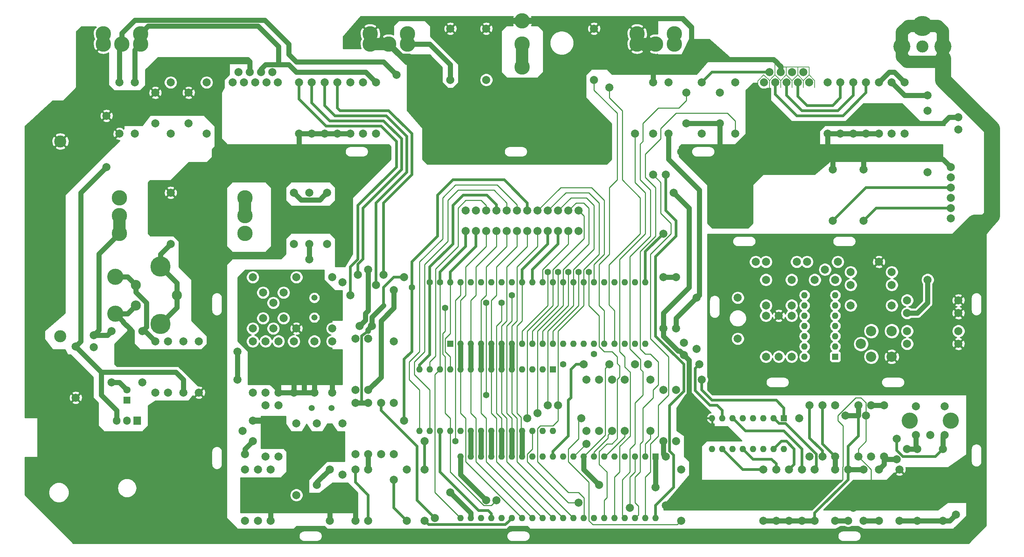
<source format=gbr>
G04 #@! TF.GenerationSoftware,KiCad,Pcbnew,(5.1.4)-1*
G04 #@! TF.CreationDate,2021-01-10T11:13:24+01:00*
G04 #@! TF.ProjectId,JrBoard,4a72426f-6172-4642-9e6b-696361645f70,rev?*
G04 #@! TF.SameCoordinates,Original*
G04 #@! TF.FileFunction,Copper,L1,Top*
G04 #@! TF.FilePolarity,Positive*
%FSLAX46Y46*%
G04 Gerber Fmt 4.6, Leading zero omitted, Abs format (unit mm)*
G04 Created by KiCad (PCBNEW (5.1.4)-1) date 2021-01-10 11:13:24*
%MOMM*%
%LPD*%
G04 APERTURE LIST*
%ADD10C,2.000000*%
%ADD11C,3.800000*%
%ADD12C,1.500000*%
%ADD13R,1.905000X2.000000*%
%ADD14O,1.905000X2.000000*%
%ADD15C,2.540000*%
%ADD16C,2.500000*%
%ADD17C,5.000000*%
%ADD18C,4.000000*%
%ADD19C,4.200000*%
%ADD20C,3.000000*%
%ADD21C,1.800000*%
%ADD22R,1.800000X1.800000*%
%ADD23O,1.600000X1.600000*%
%ADD24R,1.600000X1.600000*%
%ADD25C,1.600000*%
%ADD26C,0.250000*%
%ADD27C,0.635000*%
%ADD28C,1.270000*%
%ADD29C,3.048000*%
%ADD30C,0.127000*%
%ADD31C,4.000000*%
%ADD32C,1.524000*%
%ADD33C,0.254000*%
G04 APERTURE END LIST*
D10*
X79585000Y-37525000D03*
X82385000Y-37525000D03*
X85185000Y-37525000D03*
X87985000Y-37525000D03*
X78185000Y-40065000D03*
X80985000Y-40065000D03*
X83785000Y-40065000D03*
X86585000Y-40065000D03*
X89385000Y-40065000D03*
X211030000Y-37525000D03*
X213830000Y-37525000D03*
X216630000Y-37525000D03*
X219430000Y-37525000D03*
X209630000Y-40065000D03*
X212430000Y-40065000D03*
X215230000Y-40065000D03*
X218030000Y-40065000D03*
X220830000Y-40065000D03*
X135855000Y-71815000D03*
X138395000Y-71815000D03*
X140935000Y-71815000D03*
X143475000Y-71815000D03*
X146015000Y-71815000D03*
X148555000Y-71815000D03*
X151095000Y-71815000D03*
X153635000Y-71815000D03*
X156175000Y-71815000D03*
X158715000Y-71815000D03*
X161255000Y-71815000D03*
X163795000Y-71815000D03*
X163795000Y-76895000D03*
X161255000Y-76895000D03*
X158715000Y-76895000D03*
X156175000Y-76895000D03*
X153635000Y-76895000D03*
X151095000Y-76895000D03*
X148555000Y-76895000D03*
X146015000Y-76895000D03*
X143475000Y-76895000D03*
X140935000Y-76895000D03*
X138395000Y-76895000D03*
X135855000Y-76895000D03*
X257140000Y-147126000D03*
X81245000Y-132140000D03*
X229835000Y-122615000D03*
X218405000Y-123250000D03*
X105375000Y-89595000D03*
X120615000Y-88325000D03*
X250155000Y-43240000D03*
D11*
X50130000Y-77485000D03*
X50130000Y-68685000D03*
X50130000Y-73085000D03*
X81245000Y-77485000D03*
X81245000Y-68685000D03*
X81245000Y-73085000D03*
D10*
X215865000Y-135950000D03*
X215865000Y-148650000D03*
X216500000Y-108010000D03*
X216500000Y-97850000D03*
X213325000Y-97850000D03*
X213325000Y-108010000D03*
X231105000Y-95310000D03*
X241265000Y-95310000D03*
X241265000Y-90230000D03*
X231105000Y-90230000D03*
X241265000Y-87055000D03*
X231105000Y-87055000D03*
X238090000Y-84515000D03*
X227930000Y-84515000D03*
X210150000Y-97850000D03*
X210150000Y-108010000D03*
X80610000Y-126425000D03*
X83150000Y-128965000D03*
X83150000Y-123885000D03*
X245075000Y-130870000D03*
X242535000Y-128330000D03*
X242535000Y-133410000D03*
X224755000Y-86420000D03*
X222215000Y-88960000D03*
X227295000Y-88960000D03*
X88230000Y-101025000D03*
X90770000Y-98485000D03*
X85690000Y-98485000D03*
X88230000Y-94675000D03*
X90770000Y-92135000D03*
X85690000Y-92135000D03*
D12*
X102655000Y-120710000D03*
X97755000Y-120710000D03*
X98390000Y-98305000D03*
X98390000Y-93405000D03*
D10*
X193640000Y-109915000D03*
X180940000Y-109915000D03*
X121250000Y-148650000D03*
X121250000Y-135950000D03*
X177765000Y-109915000D03*
X165065000Y-109915000D03*
D13*
X54575000Y-123885000D03*
D14*
X52035000Y-123885000D03*
X49495000Y-123885000D03*
D15*
X241265000Y-101660000D03*
X236185000Y-101660000D03*
X233645000Y-104835000D03*
X236185000Y-108010000D03*
X241265000Y-108010000D03*
D11*
X187445000Y-28000000D03*
X187445000Y-30540000D03*
X178245000Y-28000000D03*
X178245000Y-30540000D03*
X182845000Y-30540000D03*
X121405000Y-28000000D03*
X121405000Y-30540000D03*
X112205000Y-28000000D03*
X112205000Y-30540000D03*
X116805000Y-30540000D03*
X55365000Y-28000000D03*
X55365000Y-30540000D03*
X46165000Y-28000000D03*
X46165000Y-30540000D03*
X50765000Y-30540000D03*
D10*
X48225000Y-114360000D03*
X48225000Y-101660000D03*
X234280000Y-148650000D03*
X234280000Y-135950000D03*
X227295000Y-135950000D03*
X227295000Y-148650000D03*
X220945000Y-132775000D03*
X220945000Y-120075000D03*
X222215000Y-135950000D03*
X222215000Y-148650000D03*
X212690000Y-135950000D03*
X212690000Y-148650000D03*
X219040000Y-135950000D03*
X219040000Y-148650000D03*
X209515000Y-135950000D03*
X209515000Y-148650000D03*
X239360000Y-120075000D03*
X239360000Y-132775000D03*
X84420000Y-135950000D03*
X84420000Y-148650000D03*
X86325000Y-132775000D03*
X86325000Y-120075000D03*
X81245000Y-148650000D03*
X81245000Y-135950000D03*
X87595000Y-148650000D03*
X87595000Y-135950000D03*
X243170000Y-135950000D03*
X243170000Y-148650000D03*
X233010000Y-132775000D03*
X233010000Y-120075000D03*
X227295000Y-132775000D03*
X227295000Y-120075000D03*
X118075000Y-132140000D03*
X118075000Y-119440000D03*
X114900000Y-119440000D03*
X114900000Y-132140000D03*
X111725000Y-119440000D03*
X111725000Y-132140000D03*
X89500000Y-120075000D03*
X89500000Y-132775000D03*
X111725000Y-148650000D03*
X111725000Y-135950000D03*
X187925000Y-128965000D03*
X187925000Y-116265000D03*
X184750000Y-128965000D03*
X184750000Y-116265000D03*
X181575000Y-126425000D03*
X181575000Y-113725000D03*
X189195000Y-148650000D03*
X189195000Y-135950000D03*
X175225000Y-126425000D03*
X175225000Y-113725000D03*
X172050000Y-126425000D03*
X172050000Y-113725000D03*
X168875000Y-126425000D03*
X168875000Y-113725000D03*
X165700000Y-113725000D03*
X165700000Y-126425000D03*
X125695000Y-135950000D03*
X125695000Y-148650000D03*
X102835000Y-116900000D03*
X102835000Y-104200000D03*
X93310000Y-116900000D03*
X93310000Y-104200000D03*
X86325000Y-104200000D03*
X86325000Y-116900000D03*
X83150000Y-104200000D03*
X83150000Y-116900000D03*
X55845000Y-101660000D03*
X55845000Y-114360000D03*
X257775000Y-101660000D03*
X245075000Y-101660000D03*
X193005000Y-106105000D03*
X193005000Y-93405000D03*
X102835000Y-101025000D03*
X102835000Y-88325000D03*
X93945000Y-101025000D03*
X93945000Y-88325000D03*
X83150000Y-101025000D03*
X83150000Y-88325000D03*
D16*
X64354000Y-92770000D03*
X54194000Y-90230000D03*
X54194000Y-95310000D03*
D17*
X60290000Y-85658000D03*
X60290000Y-99882000D03*
D18*
X49114000Y-88198000D03*
X49114000Y-97342000D03*
D10*
X244440000Y-52765000D03*
X244440000Y-40065000D03*
X241265000Y-40065000D03*
X241265000Y-52765000D03*
X202530000Y-52765000D03*
X202530000Y-40065000D03*
X194275000Y-52765000D03*
X194275000Y-40065000D03*
X113630000Y-40065000D03*
X113630000Y-52765000D03*
X110455000Y-52765000D03*
X110455000Y-40065000D03*
X71720000Y-52765000D03*
X71720000Y-40065000D03*
X62830000Y-52765000D03*
X62830000Y-40065000D03*
X187925000Y-88325000D03*
X187925000Y-101025000D03*
X99025000Y-139760000D03*
X99025000Y-124520000D03*
D18*
X245710000Y-123885000D03*
X255870000Y-123885000D03*
D10*
X247234000Y-120329000D03*
X254346000Y-120329000D03*
X254346000Y-127441000D03*
X250790000Y-127441000D03*
X247234000Y-127441000D03*
X66005000Y-104200000D03*
X66005000Y-116900000D03*
X203165000Y-93405000D03*
X203165000Y-103565000D03*
X101565000Y-67370000D03*
X101565000Y-80070000D03*
X97120000Y-67370000D03*
X97120000Y-80070000D03*
X250155000Y-62290000D03*
X250155000Y-47050000D03*
X186020000Y-52765000D03*
X186020000Y-40065000D03*
X53940000Y-52765000D03*
X53940000Y-40065000D03*
X255870000Y-61020000D03*
X255870000Y-63560000D03*
X255870000Y-66100000D03*
X255870000Y-68640000D03*
X255870000Y-71180000D03*
X255870000Y-73720000D03*
D17*
X248885000Y-26095000D03*
D19*
X253965000Y-31175000D03*
X243805000Y-31175000D03*
D20*
X248885000Y-31175000D03*
D11*
X149825000Y-24840000D03*
X149825000Y-36240000D03*
X149825000Y-30540000D03*
D21*
X52035000Y-116265000D03*
D22*
X52035000Y-118805000D03*
D10*
X108550000Y-119440000D03*
X108550000Y-132140000D03*
X62195000Y-116900000D03*
X62195000Y-104200000D03*
X59020000Y-104200000D03*
X59020000Y-116900000D03*
X105375000Y-137220000D03*
X105375000Y-124520000D03*
X253965000Y-130870000D03*
X253965000Y-148650000D03*
X247615000Y-148650000D03*
X247615000Y-130870000D03*
X238090000Y-135950000D03*
X238090000Y-148650000D03*
X230470000Y-148650000D03*
X230470000Y-135950000D03*
X224120000Y-132775000D03*
X224120000Y-120075000D03*
X236185000Y-132775000D03*
X236185000Y-120075000D03*
X93945000Y-142300000D03*
X93945000Y-124520000D03*
X102200000Y-148650000D03*
X102200000Y-135950000D03*
X108550000Y-148650000D03*
X108550000Y-135950000D03*
X111725000Y-103565000D03*
X111725000Y-116265000D03*
X108550000Y-103565000D03*
X108550000Y-116265000D03*
X98390000Y-116900000D03*
X98390000Y-104200000D03*
X89500000Y-116900000D03*
X89500000Y-104200000D03*
X69815000Y-116900000D03*
X69815000Y-104200000D03*
X43780000Y-105700000D03*
X43780000Y-102700000D03*
X39335000Y-118170000D03*
X39335000Y-105470000D03*
X257775000Y-104835000D03*
X245075000Y-104835000D03*
X257775000Y-97215000D03*
X245075000Y-97215000D03*
X257775000Y-94040000D03*
X245075000Y-94040000D03*
X207610000Y-84515000D03*
X220310000Y-84515000D03*
X210150000Y-84515000D03*
X217770000Y-84515000D03*
X216500000Y-95310000D03*
X216500000Y-88960000D03*
X210150000Y-95310000D03*
X210150000Y-88960000D03*
X189830000Y-107605000D03*
X189830000Y-104605000D03*
X118075000Y-104200000D03*
X118075000Y-91500000D03*
X109590000Y-100390000D03*
X112590000Y-100390000D03*
D20*
X35525000Y-54670000D03*
X35525000Y-102930000D03*
D10*
X226660000Y-61655000D03*
X226660000Y-74355000D03*
X234280000Y-61655000D03*
X234280000Y-74355000D03*
X93310000Y-67370000D03*
X93310000Y-80070000D03*
X62830000Y-67370000D03*
X62830000Y-80070000D03*
X46955000Y-48320000D03*
X46955000Y-61020000D03*
X257775000Y-48725000D03*
X257775000Y-51725000D03*
X238090000Y-52765000D03*
X238090000Y-40065000D03*
X234915000Y-52765000D03*
X234915000Y-40065000D03*
X231740000Y-52765000D03*
X231740000Y-40065000D03*
X228565000Y-52765000D03*
X228565000Y-40065000D03*
X225390000Y-52765000D03*
X225390000Y-40065000D03*
X198720000Y-50225000D03*
X198720000Y-42605000D03*
X190465000Y-50225000D03*
X190465000Y-42605000D03*
X182210000Y-40065000D03*
X182210000Y-52765000D03*
X107280000Y-52765000D03*
X107280000Y-40065000D03*
X104105000Y-52765000D03*
X104105000Y-40065000D03*
X100930000Y-52765000D03*
X100930000Y-40065000D03*
X97755000Y-52765000D03*
X97755000Y-40065000D03*
X94580000Y-52765000D03*
X94580000Y-40065000D03*
X67275000Y-42605000D03*
X67275000Y-50225000D03*
X59020000Y-42605000D03*
X59020000Y-50225000D03*
X50130000Y-52765000D03*
X50130000Y-40065000D03*
X167605000Y-26730000D03*
X167605000Y-39430000D03*
X140935000Y-26730000D03*
X140935000Y-39430000D03*
X132045000Y-26730000D03*
X132045000Y-39430000D03*
D23*
X219675000Y-108010000D03*
X227295000Y-92770000D03*
X219675000Y-105470000D03*
X227295000Y-95310000D03*
X219675000Y-102930000D03*
X227295000Y-97850000D03*
X219675000Y-100390000D03*
X227295000Y-100390000D03*
X219675000Y-97850000D03*
X227295000Y-102930000D03*
X219675000Y-95310000D03*
X227295000Y-105470000D03*
X219675000Y-92770000D03*
D24*
X227295000Y-108010000D03*
X214595000Y-123250000D03*
D23*
X196815000Y-130870000D03*
X212055000Y-123250000D03*
X199355000Y-130870000D03*
X209515000Y-123250000D03*
X201895000Y-130870000D03*
X206975000Y-123250000D03*
X204435000Y-130870000D03*
X204435000Y-123250000D03*
X206975000Y-130870000D03*
X201895000Y-123250000D03*
X209515000Y-130870000D03*
X199355000Y-123250000D03*
X212055000Y-130870000D03*
X196815000Y-123250000D03*
X214595000Y-130870000D03*
X182845000Y-148015000D03*
X134585000Y-132775000D03*
X180305000Y-148015000D03*
X137125000Y-132775000D03*
X177765000Y-148015000D03*
X139665000Y-132775000D03*
X175225000Y-148015000D03*
X142205000Y-132775000D03*
X172685000Y-148015000D03*
X144745000Y-132775000D03*
X170145000Y-148015000D03*
X147285000Y-132775000D03*
X167605000Y-148015000D03*
X149825000Y-132775000D03*
X165065000Y-148015000D03*
X152365000Y-132775000D03*
X162525000Y-148015000D03*
X154905000Y-132775000D03*
X159985000Y-148015000D03*
X157445000Y-132775000D03*
X157445000Y-148015000D03*
X159985000Y-132775000D03*
X154905000Y-148015000D03*
X162525000Y-132775000D03*
X152365000Y-148015000D03*
X165065000Y-132775000D03*
X149825000Y-148015000D03*
X167605000Y-132775000D03*
X147285000Y-148015000D03*
X170145000Y-132775000D03*
X144745000Y-148015000D03*
X172685000Y-132775000D03*
X142205000Y-148015000D03*
X175225000Y-132775000D03*
X139665000Y-148015000D03*
X177765000Y-132775000D03*
X137125000Y-148015000D03*
X180305000Y-132775000D03*
X134585000Y-148015000D03*
D24*
X182845000Y-132775000D03*
D23*
X157445000Y-126425000D03*
X124425000Y-111185000D03*
X154905000Y-126425000D03*
X126965000Y-111185000D03*
X152365000Y-126425000D03*
X129505000Y-111185000D03*
X149825000Y-126425000D03*
X132045000Y-111185000D03*
X147285000Y-126425000D03*
X134585000Y-111185000D03*
X144745000Y-126425000D03*
X137125000Y-111185000D03*
X142205000Y-126425000D03*
X139665000Y-111185000D03*
X139665000Y-126425000D03*
X142205000Y-111185000D03*
X137125000Y-126425000D03*
X144745000Y-111185000D03*
X134585000Y-126425000D03*
X147285000Y-111185000D03*
X132045000Y-126425000D03*
X149825000Y-111185000D03*
X129505000Y-126425000D03*
X152365000Y-111185000D03*
X126965000Y-126425000D03*
X154905000Y-111185000D03*
X124425000Y-126425000D03*
D24*
X157445000Y-111185000D03*
D23*
X132045000Y-89595000D03*
X180305000Y-104835000D03*
X134585000Y-89595000D03*
X177765000Y-104835000D03*
X137125000Y-89595000D03*
X175225000Y-104835000D03*
X139665000Y-89595000D03*
X172685000Y-104835000D03*
X142205000Y-89595000D03*
X170145000Y-104835000D03*
X144745000Y-89595000D03*
X167605000Y-104835000D03*
X147285000Y-89595000D03*
X165065000Y-104835000D03*
X149825000Y-89595000D03*
X162525000Y-104835000D03*
X152365000Y-89595000D03*
X159985000Y-104835000D03*
X154905000Y-89595000D03*
X157445000Y-104835000D03*
X157445000Y-89595000D03*
X154905000Y-104835000D03*
X159985000Y-89595000D03*
X152365000Y-104835000D03*
X162525000Y-89595000D03*
X149825000Y-104835000D03*
X165065000Y-89595000D03*
X147285000Y-104835000D03*
X167605000Y-89595000D03*
X144745000Y-104835000D03*
X170145000Y-89595000D03*
X142205000Y-104835000D03*
X172685000Y-89595000D03*
X139665000Y-104835000D03*
X175225000Y-89595000D03*
X137125000Y-104835000D03*
X177765000Y-89595000D03*
X134585000Y-104835000D03*
X180305000Y-89595000D03*
D24*
X132045000Y-104835000D03*
D10*
X140935000Y-143570000D03*
X97120000Y-83880000D03*
D25*
X133315000Y-128965000D03*
D10*
X125695000Y-128965000D03*
D25*
X129505000Y-89595000D03*
D10*
X120615000Y-123885000D03*
D25*
X122520000Y-90865000D03*
D10*
X171415000Y-41335000D03*
D25*
X126965000Y-89595000D03*
X140935000Y-117535000D03*
X140935000Y-94675000D03*
D10*
X163795000Y-144205000D03*
X115535000Y-87690000D03*
X113630000Y-90230000D03*
X109185000Y-87690000D03*
D25*
X147285000Y-92770000D03*
D10*
X107280000Y-92770000D03*
D25*
X144745000Y-94675000D03*
X163795000Y-87055000D03*
D10*
X151095000Y-123250000D03*
D25*
X161255000Y-87055000D03*
D10*
X153635000Y-121980000D03*
D25*
X158715000Y-87055000D03*
D10*
X156175000Y-120075000D03*
D25*
X156175000Y-87055000D03*
D10*
X158715000Y-120075000D03*
D25*
X130775000Y-95945000D03*
D10*
X143475000Y-143570000D03*
X184750000Y-77530000D03*
X240630000Y-57210000D03*
X219040000Y-57210000D03*
X199355000Y-57210000D03*
X158715000Y-57210000D03*
X114265000Y-57210000D03*
X74260000Y-90865000D03*
D25*
X167605000Y-107375000D03*
X159985000Y-109915000D03*
D10*
X132045000Y-141665000D03*
X182845000Y-140395000D03*
X187290000Y-67370000D03*
X184750000Y-101025000D03*
X234915000Y-122615000D03*
X104105000Y-142935000D03*
X111725000Y-86420000D03*
X185385000Y-144840000D03*
X231740000Y-145475000D03*
X237455000Y-152460000D03*
X223485000Y-152460000D03*
X74260000Y-82610000D03*
X74260000Y-69910000D03*
X70450000Y-78165000D03*
X70450000Y-88325000D03*
X70450000Y-95945000D03*
X68545000Y-73085000D03*
X68545000Y-68005000D03*
X58385000Y-73085000D03*
X74260000Y-127060000D03*
X74260000Y-113725000D03*
X74260000Y-139125000D03*
X74260000Y-152460000D03*
X41875000Y-146745000D03*
X52670000Y-146745000D03*
X62195000Y-146745000D03*
X67910000Y-146745000D03*
X67910000Y-137220000D03*
X67910000Y-127060000D03*
X62195000Y-131505000D03*
X52670000Y-131505000D03*
X41875000Y-131505000D03*
X43780000Y-120075000D03*
X37430000Y-128965000D03*
X37430000Y-121345000D03*
X67910000Y-111185000D03*
X37430000Y-111185000D03*
X29810000Y-111185000D03*
X32350000Y-116265000D03*
X58385000Y-108645000D03*
X50130000Y-108645000D03*
X31715000Y-90230000D03*
X31715000Y-82610000D03*
X31715000Y-74990000D03*
X31715000Y-67370000D03*
X31715000Y-59750000D03*
X74260000Y-57210000D03*
X92040000Y-152460000D03*
X103470000Y-152460000D03*
X124425000Y-152460000D03*
X142205000Y-152460000D03*
X158715000Y-152460000D03*
X175225000Y-152460000D03*
X200625000Y-152460000D03*
X262220000Y-139760000D03*
X262220000Y-127060000D03*
X262220000Y-100390000D03*
X262220000Y-90230000D03*
X262220000Y-114360000D03*
X104105000Y-57210000D03*
X128235000Y-57210000D03*
X143475000Y-57210000D03*
X168875000Y-57210000D03*
X189195000Y-57210000D03*
X255235000Y-114360000D03*
X246345000Y-114360000D03*
X236820000Y-114360000D03*
X228565000Y-114360000D03*
X219040000Y-114360000D03*
X208245000Y-114360000D03*
X201895000Y-114360000D03*
X200625000Y-79435000D03*
X210150000Y-79435000D03*
X217770000Y-79435000D03*
X225390000Y-79435000D03*
X234915000Y-79435000D03*
X241265000Y-79435000D03*
X197450000Y-90865000D03*
X197450000Y-100390000D03*
X197450000Y-104835000D03*
X197450000Y-86420000D03*
X164430000Y-123250000D03*
X176495000Y-145475000D03*
X128235000Y-148015000D03*
X185385000Y-62925000D03*
X182210000Y-62925000D03*
X177765000Y-52765000D03*
D25*
X166335000Y-87055000D03*
D10*
X185385000Y-132775000D03*
X118075000Y-138490000D03*
X79340000Y-106740000D03*
X79340000Y-113725000D03*
X165700000Y-129600000D03*
X171415000Y-109915000D03*
X168875000Y-139760000D03*
X184750000Y-88325000D03*
X194275000Y-113725000D03*
X118710000Y-38160000D03*
X250155000Y-88960000D03*
D26*
X132045000Y-102295000D02*
X132045000Y-89595000D01*
X132045000Y-111185000D02*
X132045000Y-108010000D01*
X132045000Y-108010000D02*
X130775000Y-106740000D01*
X130775000Y-103565000D02*
X132045000Y-102295000D01*
X130775000Y-106740000D02*
X130775000Y-103565000D01*
D27*
X132045000Y-89595000D02*
X132045000Y-87055000D01*
X132045000Y-87055000D02*
X138395000Y-80705000D01*
X138395000Y-80705000D02*
X138395000Y-76895000D01*
D28*
X111725000Y-132140000D02*
X111725000Y-135950000D01*
X97120000Y-80070000D02*
X97120000Y-83880000D01*
X118075000Y-91500000D02*
X118075000Y-95945000D01*
X118075000Y-95945000D02*
X114900000Y-99120000D01*
X114900000Y-99120000D02*
X114900000Y-113090000D01*
X114900000Y-113090000D02*
X111725000Y-116265000D01*
X140935000Y-143570000D02*
X134585000Y-137220000D01*
X134585000Y-137220000D02*
X134585000Y-132775000D01*
D27*
X125695000Y-128965000D02*
X125695000Y-135950000D01*
D26*
X134585000Y-92770000D02*
X134585000Y-89595000D01*
X133315000Y-128965000D02*
X133315000Y-94040000D01*
X133315000Y-94040000D02*
X134585000Y-92770000D01*
X129505000Y-111185000D02*
X129505000Y-89595000D01*
D27*
X135855000Y-80705000D02*
X135855000Y-76895000D01*
X129505000Y-89595000D02*
X129505000Y-87055000D01*
X129505000Y-87055000D02*
X135855000Y-80705000D01*
D26*
X128235000Y-112455000D02*
X129505000Y-111185000D01*
X134585000Y-148015000D02*
X128235000Y-141665000D01*
X128235000Y-141665000D02*
X128235000Y-112455000D01*
D27*
X142205000Y-146883630D02*
X141431370Y-146110000D01*
X142205000Y-148015000D02*
X142205000Y-146883630D01*
X141431370Y-146110000D02*
X139030000Y-146110000D01*
X129505000Y-136585000D02*
X129505000Y-126425000D01*
X139030000Y-146110000D02*
X129505000Y-136585000D01*
X120615000Y-123885000D02*
X120615000Y-108645000D01*
X122520000Y-106740000D02*
X122520000Y-90865000D01*
X120615000Y-108645000D02*
X122520000Y-106740000D01*
X145380000Y-64195000D02*
X151095000Y-69910000D01*
X122520000Y-84515000D02*
X128870000Y-78165000D01*
X151095000Y-69910000D02*
X151095000Y-71815000D01*
X122520000Y-90865000D02*
X122520000Y-84515000D01*
X128870000Y-78165000D02*
X128870000Y-68005000D01*
X128870000Y-68005000D02*
X132680000Y-64195000D01*
X132680000Y-64195000D02*
X145380000Y-64195000D01*
D28*
X121405000Y-30540000D02*
X126965000Y-30540000D01*
X126965000Y-30540000D02*
X132045000Y-35620000D01*
X132045000Y-35620000D02*
X132045000Y-39430000D01*
D29*
X121405000Y-28000000D02*
X121405000Y-30540000D01*
D26*
X172685000Y-96580000D02*
X172685000Y-97215000D01*
X171270001Y-95165001D02*
X172685000Y-96580000D01*
X171270001Y-85294999D02*
X171270001Y-95165001D01*
X171415000Y-41335000D02*
X171415000Y-43875000D01*
X171415000Y-43875000D02*
X174590000Y-47050000D01*
X174590000Y-47050000D02*
X174590000Y-64195000D01*
X174590000Y-64195000D02*
X179035000Y-68640000D01*
X172685000Y-97215000D02*
X172685000Y-104835000D01*
X179035000Y-68640000D02*
X179035000Y-77530000D01*
X179035000Y-77530000D02*
X171270001Y-85294999D01*
D27*
X124425000Y-110053630D02*
X126965000Y-107513630D01*
X124425000Y-111185000D02*
X124425000Y-110053630D01*
X126965000Y-107513630D02*
X126965000Y-89595000D01*
X143475000Y-70400787D02*
X143475000Y-71815000D01*
X126965000Y-89595000D02*
X126965000Y-85785000D01*
X132680000Y-70545000D02*
X135220000Y-68005000D01*
X141079213Y-68005000D02*
X143475000Y-70400787D01*
X126965000Y-85785000D02*
X132680000Y-80070000D01*
X132680000Y-80070000D02*
X132680000Y-70545000D01*
X135220000Y-68005000D02*
X141079213Y-68005000D01*
D26*
X170145000Y-96580000D02*
X170145000Y-104835000D01*
X168875000Y-95310000D02*
X170145000Y-96580000D01*
X168875000Y-85150000D02*
X168875000Y-95310000D01*
X167605000Y-39430000D02*
X167605000Y-41970000D01*
X167605000Y-41970000D02*
X173320000Y-47685000D01*
X173320000Y-47685000D02*
X173320000Y-64195000D01*
X173320000Y-64195000D02*
X171415000Y-66100000D01*
X171415000Y-66100000D02*
X171415000Y-82610000D01*
X171415000Y-82610000D02*
X168875000Y-85150000D01*
X140935000Y-94675000D02*
X140935000Y-118170000D01*
X161255000Y-144205000D02*
X163795000Y-144205000D01*
X151095000Y-134045000D02*
X161255000Y-144205000D01*
X151095000Y-132140000D02*
X151095000Y-134045000D01*
X152365000Y-126425000D02*
X152365000Y-130870000D01*
X152365000Y-130870000D02*
X151095000Y-132140000D01*
D27*
X115535000Y-69910000D02*
X115535000Y-87690000D01*
X122520000Y-62925000D02*
X115535000Y-69910000D01*
X104105000Y-46415000D02*
X104740000Y-47050000D01*
X104105000Y-40065000D02*
X104105000Y-46415000D01*
X104740000Y-47050000D02*
X116805000Y-47050000D01*
X116805000Y-47050000D02*
X122520000Y-52765000D01*
X122520000Y-52765000D02*
X122520000Y-62925000D01*
X110067501Y-119192499D02*
X109820000Y-119440000D01*
D28*
X108550000Y-119440000D02*
X109820000Y-119440000D01*
D27*
X110067501Y-102912499D02*
X110067501Y-119192499D01*
D28*
X109820000Y-119440000D02*
X111725000Y-119440000D01*
D27*
X121250000Y-88325000D02*
X118075000Y-88325000D01*
X118075000Y-88325000D02*
X115535000Y-90865000D01*
X115535000Y-90865000D02*
X115535000Y-95310000D01*
D28*
X112590000Y-98255000D02*
X115535000Y-95310000D01*
X112590000Y-100390000D02*
X112590000Y-98255000D01*
X111590001Y-101525001D02*
X111725000Y-101660000D01*
X111590001Y-101389999D02*
X111590001Y-101525001D01*
X112590000Y-100390000D02*
X111590001Y-101389999D01*
D27*
X111725000Y-101660000D02*
X110067501Y-102912499D01*
X113630000Y-69910000D02*
X113630000Y-90230000D01*
X121250000Y-62290000D02*
X113630000Y-69910000D01*
X100930000Y-45780000D02*
X103470000Y-48320000D01*
X103470000Y-48320000D02*
X116170000Y-48320000D01*
X100930000Y-40065000D02*
X100930000Y-45780000D01*
X116170000Y-48320000D02*
X121250000Y-53400000D01*
X121250000Y-53400000D02*
X121250000Y-62290000D01*
D28*
X149825000Y-126425000D02*
X149825000Y-132775000D01*
D27*
X149825000Y-89595000D02*
X149825000Y-86420000D01*
X149825000Y-86420000D02*
X156175000Y-80070000D01*
X156175000Y-80070000D02*
X156175000Y-76895000D01*
D26*
X149571000Y-126171000D02*
X149825000Y-126425000D01*
X149571000Y-122996000D02*
X149571000Y-126171000D01*
X148555000Y-121980000D02*
X149571000Y-122996000D01*
X148555000Y-100390000D02*
X148555000Y-121980000D01*
X149825000Y-89595000D02*
X149825000Y-99120000D01*
X149825000Y-99120000D02*
X148555000Y-100390000D01*
D27*
X109185000Y-86275787D02*
X109185000Y-87690000D01*
X109185000Y-85060882D02*
X109185000Y-86275787D01*
X110455000Y-83790882D02*
X109185000Y-85060882D01*
X110455000Y-71180000D02*
X110455000Y-83790882D01*
X119980000Y-61655000D02*
X110455000Y-71180000D01*
X97755000Y-45145000D02*
X102200000Y-49590000D01*
X97755000Y-40065000D02*
X97755000Y-45145000D01*
X102200000Y-49590000D02*
X115535000Y-49590000D01*
X115535000Y-49590000D02*
X119980000Y-54035000D01*
X119980000Y-54035000D02*
X119980000Y-61655000D01*
D28*
X147285000Y-126425000D02*
X147285000Y-132775000D01*
D27*
X152365000Y-89595000D02*
X152365000Y-86420000D01*
X152365000Y-86420000D02*
X158715000Y-80070000D01*
X158715000Y-80070000D02*
X158715000Y-76895000D01*
D26*
X147285000Y-97215000D02*
X147285000Y-92770000D01*
X147285000Y-99120000D02*
X147285000Y-97215000D01*
X146015000Y-100390000D02*
X147285000Y-99120000D01*
X146015000Y-121980000D02*
X146015000Y-100390000D01*
X147285000Y-123250000D02*
X146015000Y-121980000D01*
X147285000Y-126425000D02*
X147285000Y-123250000D01*
D27*
X107280000Y-85785000D02*
X107280000Y-92770000D01*
X109185000Y-70545000D02*
X109185000Y-83880000D01*
X94580000Y-44169098D02*
X101270902Y-50860000D01*
X109185000Y-83880000D02*
X107280000Y-85785000D01*
X94580000Y-40065000D02*
X94580000Y-44169098D01*
X118710000Y-61020000D02*
X109185000Y-70545000D01*
X101270902Y-50860000D02*
X114900000Y-50860000D01*
X114900000Y-50860000D02*
X118710000Y-54670000D01*
X118710000Y-54670000D02*
X118710000Y-61020000D01*
D28*
X144745000Y-126425000D02*
X144745000Y-132775000D01*
D26*
X161255000Y-80070000D02*
X161255000Y-76895000D01*
X154905000Y-89595000D02*
X154905000Y-86420000D01*
X154905000Y-86420000D02*
X161255000Y-80070000D01*
X144745000Y-96580000D02*
X144745000Y-94675000D01*
X144745000Y-99120000D02*
X144745000Y-96580000D01*
X143475000Y-100390000D02*
X144745000Y-99120000D01*
X143475000Y-121980000D02*
X143475000Y-100390000D01*
X144745000Y-123250000D02*
X143475000Y-121980000D01*
X144745000Y-126425000D02*
X144745000Y-123250000D01*
D27*
X229200000Y-48320000D02*
X234915000Y-42605000D01*
X217770000Y-48320000D02*
X229200000Y-48320000D01*
X234915000Y-42605000D02*
X234915000Y-40065000D01*
D26*
X163795000Y-94675000D02*
X163795000Y-87055000D01*
X163795000Y-95310000D02*
X163795000Y-94675000D01*
X157445000Y-101660000D02*
X163795000Y-95310000D01*
X157445000Y-104835000D02*
X157445000Y-101660000D01*
D27*
X212430000Y-42980000D02*
X213325000Y-43875000D01*
X212430000Y-40065000D02*
X212430000Y-42980000D01*
X212690000Y-43240000D02*
X213325000Y-43875000D01*
X213325000Y-43875000D02*
X217770000Y-48320000D01*
D28*
X142205000Y-126425000D02*
X142205000Y-132775000D01*
D26*
X157445000Y-95310000D02*
X157445000Y-89595000D01*
X151095000Y-123250000D02*
X151095000Y-101660000D01*
X151095000Y-101660000D02*
X157445000Y-95310000D01*
X157445000Y-87055000D02*
X157445000Y-89595000D01*
X157445000Y-86420000D02*
X157445000Y-87055000D01*
X165120001Y-78744999D02*
X157445000Y-86420000D01*
X165120001Y-73140001D02*
X165120001Y-78744999D01*
X163795000Y-71815000D02*
X165120001Y-73140001D01*
X161255000Y-94675000D02*
X161255000Y-87055000D01*
X161255000Y-95310000D02*
X161255000Y-94675000D01*
X154905000Y-101660000D02*
X161255000Y-95310000D01*
X154905000Y-104835000D02*
X154905000Y-101660000D01*
D27*
X231740000Y-43240000D02*
X231740000Y-40065000D01*
X227930000Y-47050000D02*
X231740000Y-43240000D01*
X219040000Y-47050000D02*
X227930000Y-47050000D01*
X215230000Y-43240000D02*
X219040000Y-47050000D01*
X215230000Y-40065000D02*
X215230000Y-43240000D01*
D28*
X139665000Y-126425000D02*
X139665000Y-132775000D01*
D26*
X159985000Y-95310000D02*
X159985000Y-89595000D01*
X153635000Y-101660000D02*
X159985000Y-95310000D01*
X153635000Y-121980000D02*
X153635000Y-101660000D01*
X159985000Y-86420000D02*
X159985000Y-89595000D01*
X166335000Y-80070000D02*
X159985000Y-86420000D01*
X166335000Y-71180000D02*
X166335000Y-80070000D01*
X165065000Y-69910000D02*
X166335000Y-71180000D01*
X161255000Y-71815000D02*
X163160000Y-69910000D01*
X163160000Y-69910000D02*
X165065000Y-69910000D01*
D27*
X220310000Y-45780000D02*
X226660000Y-45780000D01*
X226660000Y-45780000D02*
X228565000Y-43875000D01*
X228565000Y-43875000D02*
X228565000Y-40065000D01*
D26*
X158715000Y-95310000D02*
X158715000Y-87055000D01*
X152365000Y-104835000D02*
X152365000Y-101660000D01*
X152365000Y-101660000D02*
X158715000Y-95310000D01*
D27*
X218030000Y-43500000D02*
X220310000Y-45780000D01*
X218030000Y-40065000D02*
X218030000Y-43500000D01*
D28*
X137125000Y-126425000D02*
X137125000Y-132775000D01*
D26*
X162525000Y-89595000D02*
X162525000Y-86420000D01*
X161890000Y-68640000D02*
X158715000Y-71815000D01*
X162525000Y-86420000D02*
X167605000Y-81340000D01*
X167605000Y-81340000D02*
X167605000Y-70545000D01*
X167605000Y-70545000D02*
X165700000Y-68640000D01*
X165700000Y-68640000D02*
X161890000Y-68640000D01*
X162525000Y-94675000D02*
X162525000Y-89595000D01*
X162525000Y-95310000D02*
X162525000Y-94675000D01*
X156175000Y-101660000D02*
X162525000Y-95310000D01*
X156175000Y-120075000D02*
X156175000Y-101660000D01*
X156175000Y-87055000D02*
X156175000Y-95310000D01*
X149825000Y-101660000D02*
X149825000Y-104835000D01*
X156175000Y-95310000D02*
X149825000Y-101660000D01*
X165065000Y-94675000D02*
X165065000Y-89595000D01*
X165065000Y-95310000D02*
X165065000Y-94675000D01*
X158715000Y-101660000D02*
X165065000Y-95310000D01*
X158715000Y-120075000D02*
X158715000Y-101660000D01*
X160620000Y-67370000D02*
X156175000Y-71815000D01*
X166335000Y-67370000D02*
X160620000Y-67370000D01*
X168875000Y-69910000D02*
X166335000Y-67370000D01*
X168875000Y-82610000D02*
X168875000Y-69910000D01*
X165065000Y-86420000D02*
X168875000Y-82610000D01*
X165065000Y-89595000D02*
X165065000Y-86420000D01*
X165065000Y-147380000D02*
X165065000Y-148015000D01*
X165120001Y-147324999D02*
X165065000Y-147380000D01*
X165120001Y-142990001D02*
X165120001Y-147324999D01*
X163795000Y-141665000D02*
X165120001Y-142990001D01*
X161255000Y-141665000D02*
X163795000Y-141665000D01*
X158715000Y-120075000D02*
X158715000Y-123885000D01*
X158715000Y-123885000D02*
X157445000Y-125155000D01*
X157445000Y-125155000D02*
X154270000Y-125155000D01*
X153635000Y-125790000D02*
X153635000Y-134045000D01*
X154270000Y-125155000D02*
X153635000Y-125790000D01*
X153635000Y-134045000D02*
X161255000Y-141665000D01*
D28*
X147285000Y-104835000D02*
X147285000Y-111185000D01*
D26*
X147285000Y-100390000D02*
X147285000Y-104835000D01*
X148555000Y-99120000D02*
X147285000Y-100390000D01*
X148555000Y-85785000D02*
X148555000Y-99120000D01*
X153635000Y-80705000D02*
X148555000Y-85785000D01*
X153635000Y-76895000D02*
X153635000Y-80705000D01*
X147285000Y-111185000D02*
X147285000Y-121981410D01*
X147285000Y-121981410D02*
X148555000Y-123251410D01*
X148555000Y-134045000D02*
X162525000Y-148015000D01*
X148555000Y-123251410D02*
X148555000Y-134045000D01*
X159350000Y-66100000D02*
X153635000Y-71815000D01*
X167605000Y-85150000D02*
X170145000Y-82610000D01*
X167605000Y-89595000D02*
X167605000Y-85150000D01*
X170145000Y-82610000D02*
X170145000Y-69275000D01*
X166970000Y-66100000D02*
X159350000Y-66100000D01*
X170145000Y-69275000D02*
X166970000Y-66100000D01*
X132045000Y-136641002D02*
X132045000Y-126425000D01*
X132045000Y-123250000D02*
X132045000Y-126425000D01*
X130775000Y-95945000D02*
X130775000Y-101660000D01*
X130775000Y-101660000D02*
X130140000Y-102295000D01*
X130140000Y-102295000D02*
X130140000Y-107375000D01*
X130140000Y-107375000D02*
X130775000Y-108010000D01*
X130775000Y-108010000D02*
X130775000Y-121980000D01*
X130775000Y-121980000D02*
X132045000Y-123250000D01*
X140355001Y-144895001D02*
X142149999Y-144895001D01*
X132045000Y-136641002D02*
X132101002Y-136641002D01*
X132101002Y-136641002D02*
X140355001Y-144895001D01*
X142149999Y-144895001D02*
X143475000Y-143570000D01*
D28*
X144745000Y-104835000D02*
X144745000Y-111185000D01*
D26*
X144745000Y-100390000D02*
X144745000Y-104835000D01*
X146015000Y-99120000D02*
X144745000Y-100390000D01*
X146015000Y-85785000D02*
X146015000Y-99120000D01*
X151095000Y-80705000D02*
X146015000Y-85785000D01*
X151095000Y-76895000D02*
X151095000Y-80705000D01*
X144745000Y-111185000D02*
X144745000Y-121980000D01*
X144745000Y-121980000D02*
X146015000Y-123250000D01*
X146015000Y-134045000D02*
X159985000Y-148015000D01*
X146015000Y-123250000D02*
X146015000Y-134045000D01*
D28*
X142205000Y-104835000D02*
X142205000Y-111185000D01*
D26*
X142205000Y-94040000D02*
X142205000Y-104835000D01*
X143475000Y-92770000D02*
X142205000Y-94040000D01*
X143475000Y-85785000D02*
X143475000Y-92770000D01*
X148555000Y-80705000D02*
X143475000Y-85785000D01*
X148555000Y-76895000D02*
X148555000Y-80705000D01*
X142205000Y-111185000D02*
X142205000Y-121980000D01*
X142205000Y-121980000D02*
X143475000Y-123250000D01*
X143475000Y-134045000D02*
X157445000Y-148015000D01*
X143475000Y-123250000D02*
X143475000Y-134045000D01*
D27*
X226660000Y-74355000D02*
X234915000Y-66100000D01*
X234915000Y-66100000D02*
X255870000Y-66100000D01*
D28*
X139665000Y-104835000D02*
X139665000Y-111185000D01*
D26*
X139665000Y-94040000D02*
X139665000Y-104835000D01*
X140935000Y-92770000D02*
X139665000Y-94040000D01*
X140935000Y-85785000D02*
X140935000Y-92770000D01*
X146015000Y-80705000D02*
X140935000Y-85785000D01*
X146015000Y-76895000D02*
X146015000Y-80705000D01*
X140935000Y-134045000D02*
X154905000Y-148015000D01*
X140935000Y-123250000D02*
X140935000Y-134045000D01*
X139665000Y-111185000D02*
X139665000Y-121980000D01*
X139665000Y-121980000D02*
X140935000Y-123250000D01*
D27*
X237455000Y-71180000D02*
X255870000Y-71180000D01*
X234280000Y-74355000D02*
X237455000Y-71180000D01*
D28*
X137125000Y-104835000D02*
X137125000Y-111185000D01*
D26*
X137125000Y-94040000D02*
X137125000Y-104835000D01*
X138395000Y-92770000D02*
X137125000Y-94040000D01*
X138395000Y-85785000D02*
X138395000Y-92770000D01*
X143475000Y-80705000D02*
X138395000Y-85785000D01*
X143475000Y-76895000D02*
X143475000Y-80705000D01*
X138395000Y-134045000D02*
X152365000Y-148015000D01*
X138395000Y-123250000D02*
X138395000Y-134045000D01*
X137125000Y-111185000D02*
X137125000Y-121980000D01*
X137125000Y-121980000D02*
X138395000Y-123250000D01*
D28*
X134585000Y-104835000D02*
X134585000Y-111185000D01*
D26*
X134585000Y-94040000D02*
X134585000Y-104835000D01*
X135855000Y-92770000D02*
X134585000Y-94040000D01*
X135855000Y-85785000D02*
X135855000Y-92770000D01*
X140935000Y-80705000D02*
X135855000Y-85785000D01*
X140935000Y-76895000D02*
X140935000Y-80705000D01*
X134585000Y-121980000D02*
X134585000Y-111185000D01*
X135855000Y-134045000D02*
X135855000Y-123250000D01*
X149825000Y-148015000D02*
X135855000Y-134045000D01*
X135855000Y-123250000D02*
X134585000Y-121980000D01*
D27*
X180305000Y-81975000D02*
X184750000Y-77530000D01*
X180305000Y-89595000D02*
X180305000Y-81975000D01*
D30*
X211000000Y-39600000D02*
X211800000Y-38800000D01*
X211800000Y-38800000D02*
X212400000Y-38200000D01*
X212400000Y-38200000D02*
X213800000Y-39600000D01*
X213800000Y-39600000D02*
X215200000Y-38200000D01*
X215200000Y-38200000D02*
X216600000Y-39600000D01*
X216600000Y-39600000D02*
X218000000Y-38200000D01*
X218000000Y-38200000D02*
X219400000Y-39600000D01*
X219400000Y-39600000D02*
X220800000Y-38200000D01*
X220800000Y-38200000D02*
X222200000Y-39600000D01*
X222200000Y-39600000D02*
X222200000Y-41300000D01*
X219400000Y-39600000D02*
X219400000Y-41300000D01*
X216600000Y-39600000D02*
X216600000Y-41300000D01*
X211000000Y-39600000D02*
X210900000Y-39500000D01*
X210900000Y-39500000D02*
X210893501Y-39493501D01*
X210893501Y-39493501D02*
X209900000Y-38500000D01*
X209900000Y-38500000D02*
X209600000Y-38200000D01*
X209600000Y-38200000D02*
X208200000Y-39600000D01*
X208200000Y-39600000D02*
X208100000Y-39700000D01*
X208100000Y-39700000D02*
X208100000Y-41300000D01*
X211000000Y-39600000D02*
X211000000Y-41600000D01*
X213800000Y-39600000D02*
X213800000Y-41300000D01*
X220800000Y-38200000D02*
X220800000Y-36200000D01*
X220800000Y-36200000D02*
X218000000Y-36200000D01*
X218000000Y-36200000D02*
X218000000Y-38200000D01*
X218000000Y-36200000D02*
X215200000Y-36200000D01*
X215200000Y-36200000D02*
X215200000Y-38200000D01*
D28*
X94580000Y-52765000D02*
X97755000Y-52765000D01*
X97755000Y-52765000D02*
X100930000Y-52765000D01*
X100930000Y-52765000D02*
X104105000Y-52765000D01*
X104105000Y-52765000D02*
X107280000Y-52765000D01*
X225390000Y-52765000D02*
X228565000Y-52765000D01*
X228565000Y-52765000D02*
X231740000Y-52765000D01*
X231740000Y-52765000D02*
X234915000Y-52765000D01*
X234915000Y-52765000D02*
X238090000Y-52765000D01*
D29*
X245349467Y-26095000D02*
X248885000Y-26095000D01*
X243805000Y-27639467D02*
X245349467Y-26095000D01*
X243805000Y-31175000D02*
X243805000Y-27639467D01*
X252695000Y-26095000D02*
X248885000Y-26095000D01*
X253965000Y-31175000D02*
X253965000Y-27365000D01*
X253965000Y-27365000D02*
X252695000Y-26095000D01*
X253965000Y-31175000D02*
X253965000Y-34144848D01*
X253330000Y-34350000D02*
X252695000Y-34985000D01*
X253759848Y-34350000D02*
X253330000Y-34350000D01*
X253965000Y-34144848D02*
X252695000Y-34985000D01*
X245075000Y-34985000D02*
X252695000Y-34985000D01*
X243805000Y-31175000D02*
X243805000Y-33715000D01*
X243805000Y-33715000D02*
X245075000Y-34985000D01*
X253965000Y-34144848D02*
X253965000Y-36890000D01*
D31*
X253965000Y-39430000D02*
X253965000Y-34144848D01*
X260950000Y-78165000D02*
X261585000Y-77530000D01*
X261585000Y-77530000D02*
X262220000Y-77530000D01*
X266030000Y-51495000D02*
X253965000Y-39430000D01*
X266030000Y-73085000D02*
X266030000Y-51495000D01*
X264564616Y-74794616D02*
X261780384Y-74794616D01*
X264564616Y-74794616D02*
X266030000Y-73085000D01*
X262220000Y-77530000D02*
X264564616Y-74794616D01*
X261780384Y-74794616D02*
X259045000Y-77530000D01*
X259045000Y-77530000D02*
X256505000Y-80070000D01*
D28*
X52162000Y-97342000D02*
X54194000Y-95310000D01*
X49114000Y-97342000D02*
X52162000Y-97342000D01*
X100565001Y-68369999D02*
X101565000Y-67370000D01*
X99729999Y-69205001D02*
X100565001Y-68369999D01*
X95145001Y-69205001D02*
X99729999Y-69205001D01*
X93310000Y-67370000D02*
X95145001Y-69205001D01*
D29*
X81245000Y-73085000D02*
X81245000Y-68685000D01*
D28*
X51113999Y-99341999D02*
X51113999Y-99468999D01*
X49114000Y-97342000D02*
X51113999Y-99341999D01*
X53305000Y-101660000D02*
X52670000Y-101660000D01*
X111020001Y-98959999D02*
X111020001Y-97284999D01*
X109590000Y-100390000D02*
X111020001Y-98959999D01*
X111725000Y-96580000D02*
X111725000Y-86420000D01*
X111020001Y-97284999D02*
X111725000Y-96580000D01*
X94580000Y-52765000D02*
X94580000Y-55940000D01*
D29*
X46165000Y-28000000D02*
X46165000Y-30540000D01*
X112205000Y-28000000D02*
X112205000Y-30540000D01*
X112205000Y-30540000D02*
X116805000Y-30540000D01*
X178245000Y-28000000D02*
X178245000Y-30540000D01*
X178245000Y-30540000D02*
X182845000Y-30540000D01*
D32*
X119980000Y-33715000D02*
X116805000Y-30540000D01*
X121250000Y-34985000D02*
X119980000Y-33715000D01*
X121885000Y-34985000D02*
X121250000Y-34985000D01*
X119980000Y-33715000D02*
X121885000Y-33715000D01*
X149825000Y-24840000D02*
X146030000Y-24840000D01*
X149825000Y-24840000D02*
X154920000Y-24840000D01*
D28*
X190465000Y-50225000D02*
X198720000Y-50225000D01*
X182210000Y-40065000D02*
X182210000Y-37525000D01*
X87595000Y-148650000D02*
X87595000Y-146110000D01*
X102200000Y-148650000D02*
X102200000Y-146110000D01*
X108550000Y-148650000D02*
X108550000Y-146110000D01*
X198720000Y-50225000D02*
X198720000Y-56575000D01*
X226660000Y-61655000D02*
X226660000Y-59115000D01*
X234280000Y-61655000D02*
X234280000Y-59115000D01*
X225390000Y-52765000D02*
X225390000Y-55940000D01*
X257775000Y-48725000D02*
X255465000Y-48725000D01*
X255465000Y-48725000D02*
X253965000Y-50225000D01*
D26*
X233010000Y-132775000D02*
X236185000Y-135950000D01*
X236185000Y-135950000D02*
X236185000Y-139125000D01*
X233010000Y-132775000D02*
X233010000Y-130870000D01*
X233010000Y-130870000D02*
X234915000Y-128965000D01*
X234915000Y-128965000D02*
X234915000Y-122615000D01*
X234859999Y-120711001D02*
X234859999Y-119384999D01*
X234915000Y-122615000D02*
X234915000Y-120766002D01*
X234915000Y-120766002D02*
X234859999Y-120711001D01*
X234859999Y-119384999D02*
X233645000Y-118170000D01*
X233645000Y-118170000D02*
X232375000Y-118170000D01*
X232375000Y-118170000D02*
X227930000Y-122615000D01*
X227930000Y-122615000D02*
X227930000Y-123885000D01*
X227930000Y-123885000D02*
X228620001Y-124575001D01*
X228620001Y-124575001D02*
X229200000Y-125155000D01*
X229144999Y-135313999D02*
X229144999Y-138545001D01*
X229200000Y-125155000D02*
X229200000Y-135258998D01*
X229200000Y-135258998D02*
X229144999Y-135313999D01*
X229144999Y-138545001D02*
X228565000Y-139125000D01*
D28*
X189830000Y-107605000D02*
X191100000Y-108875000D01*
X191100000Y-108875000D02*
X191100000Y-117535000D01*
X188830001Y-106605001D02*
X188425001Y-106605001D01*
X189830000Y-107605000D02*
X188830001Y-106605001D01*
X184750000Y-102930000D02*
X184750000Y-101025000D01*
X188425001Y-106605001D02*
X184750000Y-102930000D01*
X184750000Y-97215000D02*
X184750000Y-101025000D01*
X191100000Y-90865000D02*
X184750000Y-97215000D01*
X187290000Y-67370000D02*
X191100000Y-71180000D01*
X191100000Y-71180000D02*
X191100000Y-90865000D01*
X182845000Y-132775000D02*
X182845000Y-140395000D01*
X132045000Y-141665000D02*
X137125000Y-146745000D01*
X137125000Y-146745000D02*
X137125000Y-148015000D01*
X102835000Y-116900000D02*
X102835000Y-114360000D01*
X93310000Y-116900000D02*
X89500000Y-116900000D01*
X95850000Y-116900000D02*
X95850000Y-114995000D01*
X95850000Y-116900000D02*
X93310000Y-116900000D01*
X98390000Y-116900000D02*
X95850000Y-116900000D01*
X98390000Y-116900000D02*
X98390000Y-114995000D01*
X93310000Y-116900000D02*
X93310000Y-114360000D01*
X89500000Y-116900000D02*
X89500000Y-114360000D01*
X89500000Y-116900000D02*
X89500000Y-116265000D01*
X89500000Y-116265000D02*
X88230000Y-114995000D01*
X88230000Y-114995000D02*
X87595000Y-114360000D01*
X52670000Y-101025000D02*
X52670000Y-104200000D01*
X52670000Y-101025000D02*
X53305000Y-101660000D01*
X51113999Y-99468999D02*
X52670000Y-101025000D01*
X242535000Y-59115000D02*
X240630000Y-57210000D01*
X255870000Y-61020000D02*
X253965000Y-59115000D01*
X253965000Y-59115000D02*
X242535000Y-59115000D01*
D32*
X102200000Y-144840000D02*
X104105000Y-142935000D01*
X92675000Y-144840000D02*
X102200000Y-144840000D01*
X86325000Y-123885000D02*
X92675000Y-130235000D01*
X83150000Y-123885000D02*
X86325000Y-123885000D01*
X92675000Y-137220000D02*
X91405000Y-138490000D01*
X91405000Y-138490000D02*
X91405000Y-143570000D01*
X92675000Y-130235000D02*
X92675000Y-137220000D01*
X91405000Y-143570000D02*
X92675000Y-144840000D01*
D27*
X31715000Y-59750000D02*
X31715000Y-54670000D01*
D28*
X213830000Y-36110787D02*
X213830000Y-37525000D01*
X213339213Y-35620000D02*
X213830000Y-36110787D01*
X213325000Y-35620000D02*
X213339213Y-35620000D01*
X200625000Y-34350000D02*
X212055000Y-34350000D01*
D30*
X213919213Y-36200000D02*
X213830000Y-36110787D01*
X215200000Y-36200000D02*
X213919213Y-36200000D01*
X212400000Y-35300000D02*
X212702500Y-34997500D01*
X212400000Y-38200000D02*
X212400000Y-35300000D01*
D28*
X212055000Y-34350000D02*
X212702500Y-34997500D01*
X212702500Y-34997500D02*
X213325000Y-35620000D01*
X82385000Y-37525000D02*
X82385000Y-34855000D01*
X82385000Y-34855000D02*
X81880000Y-34350000D01*
X81880000Y-34350000D02*
X76800000Y-34350000D01*
X82385000Y-34855000D02*
X77565000Y-34855000D01*
D26*
X163795000Y-123885000D02*
X164430000Y-123250000D01*
X163795000Y-128330000D02*
X163795000Y-123885000D01*
X161255000Y-130870000D02*
X163795000Y-128330000D01*
X188195001Y-149649999D02*
X167334999Y-149649999D01*
X189195000Y-148650000D02*
X188195001Y-149649999D01*
X166335000Y-148650000D02*
X166335000Y-139125000D01*
X167334999Y-149649999D02*
X166335000Y-148650000D01*
X161255000Y-134045000D02*
X161255000Y-130870000D01*
X166335000Y-139125000D02*
X161255000Y-134045000D01*
X140935000Y-70545000D02*
X140935000Y-71815000D01*
X139665000Y-69275000D02*
X140935000Y-70545000D01*
X126965000Y-111185000D02*
X126965000Y-109280000D01*
X126965000Y-109280000D02*
X128379999Y-107865001D01*
X128379999Y-107865001D02*
X128379999Y-86275001D01*
X128379999Y-86275001D02*
X133950000Y-80705000D01*
X133950000Y-80705000D02*
X133950000Y-71180000D01*
X135855000Y-69275000D02*
X139665000Y-69275000D01*
X133950000Y-71180000D02*
X135855000Y-69275000D01*
D27*
X114900000Y-121345000D02*
X114900000Y-119440000D01*
X128235000Y-148015000D02*
X123790000Y-143570000D01*
X123790000Y-130235000D02*
X114900000Y-121345000D01*
X123790000Y-143570000D02*
X123790000Y-130235000D01*
D26*
X176495000Y-145475000D02*
X176495000Y-137855000D01*
X176495000Y-137855000D02*
X177765000Y-136585000D01*
X177765000Y-136585000D02*
X177765000Y-132775000D01*
X133950000Y-66735000D02*
X131410000Y-69275000D01*
X142840000Y-66735000D02*
X133950000Y-66735000D01*
X125695000Y-106740000D02*
X123155000Y-109280000D01*
X146015000Y-69910000D02*
X142840000Y-66735000D01*
X123155000Y-109280000D02*
X123155000Y-112455000D01*
X146015000Y-71815000D02*
X146015000Y-69910000D01*
X131410000Y-69275000D02*
X131410000Y-79435000D01*
X131410000Y-79435000D02*
X125695000Y-85150000D01*
X125695000Y-85150000D02*
X125695000Y-106740000D01*
X123155000Y-112455000D02*
X126965000Y-116265000D01*
X126965000Y-116265000D02*
X126965000Y-126425000D01*
X124425000Y-116265000D02*
X124425000Y-126425000D01*
X121885000Y-109280000D02*
X121885000Y-113725000D01*
X124425000Y-84515000D02*
X124425000Y-106740000D01*
X121885000Y-113725000D02*
X124425000Y-116265000D01*
X148555000Y-70400787D02*
X143619213Y-65465000D01*
X124425000Y-106740000D02*
X121885000Y-109280000D01*
X143619213Y-65465000D02*
X133315000Y-65465000D01*
X133315000Y-65465000D02*
X130140000Y-68640000D01*
X148555000Y-71815000D02*
X148555000Y-70400787D01*
X130140000Y-68640000D02*
X130140000Y-78800000D01*
X130140000Y-78800000D02*
X124425000Y-84515000D01*
D27*
X182845000Y-144840000D02*
X182845000Y-148015000D01*
X187290000Y-140395000D02*
X182845000Y-144840000D01*
X186267501Y-120168401D02*
X186267501Y-131411599D01*
X187290000Y-132434098D02*
X187290000Y-140395000D01*
X189830000Y-109915000D02*
X189830000Y-116605902D01*
X182845000Y-83245000D02*
X182845000Y-102930000D01*
X189830000Y-116605902D02*
X186267501Y-120168401D01*
X185385000Y-64339213D02*
X185392510Y-64346723D01*
X186267501Y-131411599D02*
X187290000Y-132434098D01*
X185385000Y-62925000D02*
X185385000Y-64339213D01*
X182845000Y-102930000D02*
X189830000Y-109915000D01*
X185392510Y-64346723D02*
X185392510Y-71822510D01*
X185392510Y-71822510D02*
X187925000Y-74355000D01*
X187925000Y-74355000D02*
X187925000Y-78165000D01*
X187925000Y-78165000D02*
X182845000Y-83245000D01*
D26*
X181575000Y-136585000D02*
X180305000Y-137855000D01*
X183480000Y-127695000D02*
X181575000Y-129600000D01*
X186075001Y-117479999D02*
X183480000Y-120075000D01*
X186075001Y-108065001D02*
X186075001Y-117479999D01*
X181575000Y-103565000D02*
X186075001Y-108065001D01*
X182210000Y-62925000D02*
X184115000Y-64830000D01*
X181575000Y-129600000D02*
X181575000Y-136585000D01*
X184115000Y-64830000D02*
X184115000Y-72450000D01*
X184115000Y-72450000D02*
X186655000Y-74990000D01*
X186655000Y-74990000D02*
X186655000Y-77530000D01*
X183480000Y-120075000D02*
X183480000Y-127695000D01*
X186655000Y-77530000D02*
X181575000Y-82610000D01*
X180305000Y-137855000D02*
X180305000Y-148015000D01*
X181575000Y-82610000D02*
X181575000Y-103565000D01*
X200625000Y-47685000D02*
X202530000Y-49590000D01*
X187925000Y-47685000D02*
X200625000Y-47685000D01*
X184115000Y-54035000D02*
X184115000Y-51495000D01*
X182845000Y-78165000D02*
X182845000Y-66100000D01*
X179035000Y-81975000D02*
X182845000Y-78165000D01*
X179035000Y-136585000D02*
X179035000Y-129600000D01*
X183480000Y-114995000D02*
X183480000Y-109280000D01*
X177765000Y-144205000D02*
X177765000Y-137855000D01*
X179035000Y-106105000D02*
X179035000Y-81975000D01*
X178564999Y-145004999D02*
X177765000Y-144205000D01*
X178564999Y-147215001D02*
X178564999Y-145004999D01*
X180305000Y-63560000D02*
X180305000Y-57845000D01*
X177765000Y-148015000D02*
X178564999Y-147215001D01*
X179035000Y-129600000D02*
X179670000Y-128965000D01*
X184115000Y-51495000D02*
X187925000Y-47685000D01*
X179670000Y-128965000D02*
X179670000Y-120710000D01*
X177765000Y-137855000D02*
X179035000Y-136585000D01*
X179670000Y-120710000D02*
X182210000Y-118170000D01*
X182845000Y-66100000D02*
X180305000Y-63560000D01*
X180305000Y-107375000D02*
X179035000Y-106105000D01*
X202530000Y-49590000D02*
X202530000Y-52765000D01*
X182210000Y-118170000D02*
X182210000Y-116265000D01*
X180305000Y-57845000D02*
X184115000Y-54035000D01*
X182210000Y-116265000D02*
X183480000Y-114995000D01*
X183480000Y-109280000D02*
X181575000Y-107375000D01*
X181575000Y-107375000D02*
X180305000Y-107375000D01*
X174590000Y-147380000D02*
X175225000Y-148015000D01*
X174590000Y-146248630D02*
X174590000Y-147380000D01*
X174589295Y-146247925D02*
X174590000Y-146248630D01*
X174589295Y-141664295D02*
X174589295Y-146247925D01*
X174590000Y-141663590D02*
X174589295Y-141664295D01*
X174590000Y-138490000D02*
X174590000Y-141663590D01*
X176494295Y-136585705D02*
X174590000Y-138490000D01*
X176494295Y-130870705D02*
X176494295Y-136585705D01*
X177765000Y-129600000D02*
X176494295Y-130870705D01*
X177765000Y-119440000D02*
X177765000Y-129600000D01*
X179670000Y-54670000D02*
X179035000Y-55305000D01*
X179670000Y-50225000D02*
X179670000Y-54670000D01*
X188560000Y-46415000D02*
X183480000Y-46415000D01*
X183480000Y-46415000D02*
X179670000Y-50225000D01*
X179090001Y-108700001D02*
X179090001Y-111129999D01*
X179035000Y-55305000D02*
X179035000Y-64195000D01*
X179035000Y-64195000D02*
X181575000Y-66735000D01*
X181575000Y-66735000D02*
X181575000Y-78165000D01*
X190465000Y-42605000D02*
X190465000Y-44510000D01*
X179090001Y-111129999D02*
X179670000Y-111709998D01*
X181575000Y-78165000D02*
X176495000Y-83245000D01*
X176495000Y-83245000D02*
X176495000Y-106105000D01*
X179670000Y-111709998D02*
X179670000Y-117535000D01*
X176495000Y-106105000D02*
X179090001Y-108700001D01*
X190465000Y-44510000D02*
X188560000Y-46415000D01*
X179670000Y-117535000D02*
X177765000Y-119440000D01*
X176550001Y-111875001D02*
X176550001Y-127639999D01*
X177765000Y-64830000D02*
X180305000Y-67370000D01*
X176550001Y-127639999D02*
X173955000Y-130235000D01*
X177765000Y-52765000D02*
X177765000Y-64830000D01*
X180305000Y-67370000D02*
X180305000Y-77530000D01*
X180305000Y-77530000D02*
X173955000Y-83880000D01*
X173955000Y-136585000D02*
X172685000Y-137855000D01*
X173955000Y-130235000D02*
X173955000Y-136585000D01*
X172685000Y-137855000D02*
X172685000Y-141665000D01*
X172685000Y-141665000D02*
X172685000Y-148015000D01*
X173955000Y-106740000D02*
X175225000Y-108010000D01*
X173955000Y-83880000D02*
X173955000Y-106740000D01*
X175225000Y-108010000D02*
X175225000Y-110550000D01*
X175225000Y-110550000D02*
X176550001Y-111875001D01*
X170145000Y-143570000D02*
X170145000Y-148015000D01*
X170780000Y-142935000D02*
X170145000Y-143570000D01*
X170780000Y-136585000D02*
X170780000Y-142935000D01*
X172050000Y-106740000D02*
X173320000Y-108010000D01*
X166335000Y-87055000D02*
X166335000Y-95310000D01*
X170145000Y-106740000D02*
X172050000Y-106740000D01*
X173955000Y-113033998D02*
X173375001Y-113613997D01*
X168875000Y-105470000D02*
X170145000Y-106740000D01*
X172050000Y-129600000D02*
X170780000Y-129600000D01*
X168875000Y-97850000D02*
X168875000Y-105470000D01*
X173320000Y-108010000D02*
X173320000Y-109675002D01*
X166335000Y-95310000D02*
X168875000Y-97850000D01*
X173320000Y-109675002D02*
X173955000Y-110310002D01*
X173955000Y-110310002D02*
X173955000Y-113033998D01*
X173375001Y-113613997D02*
X173375001Y-128274999D01*
X173375001Y-128274999D02*
X172050000Y-129600000D01*
X170780000Y-129600000D02*
X168875000Y-131505000D01*
X168875000Y-131505000D02*
X168875000Y-134680000D01*
X168875000Y-134680000D02*
X170780000Y-136585000D01*
D28*
X184750000Y-132140000D02*
X185385000Y-132775000D01*
X184750000Y-128965000D02*
X184750000Y-132140000D01*
D27*
X111725000Y-148650000D02*
X111725000Y-142300000D01*
X111725000Y-142300000D02*
X108550000Y-139125000D01*
X108550000Y-139125000D02*
X108550000Y-135950000D01*
X121250000Y-148650000D02*
X118075000Y-145475000D01*
X118075000Y-145475000D02*
X118075000Y-138490000D01*
X157445000Y-131505000D02*
X157445000Y-132775000D01*
X161255000Y-127695000D02*
X157445000Y-131505000D01*
X163160000Y-109915000D02*
X161890000Y-111185000D01*
X165065000Y-109915000D02*
X163160000Y-109915000D01*
X161890000Y-111185000D02*
X161890000Y-118170000D01*
X161890000Y-118170000D02*
X161255000Y-118805000D01*
X161255000Y-118805000D02*
X161255000Y-127695000D01*
D28*
X60290000Y-82610000D02*
X62830000Y-80070000D01*
X60290000Y-85658000D02*
X60290000Y-82610000D01*
X64354000Y-89722000D02*
X64354000Y-92770000D01*
X60290000Y-85658000D02*
X64354000Y-89722000D01*
X64354000Y-95818000D02*
X64354000Y-92770000D01*
X60290000Y-99882000D02*
X64354000Y-95818000D01*
X79340000Y-106740000D02*
X79340000Y-113725000D01*
D26*
X165700000Y-129600000D02*
X162525000Y-132775000D01*
D27*
X220945000Y-121489213D02*
X220945000Y-120075000D01*
X220945000Y-128185787D02*
X220945000Y-121489213D01*
X224120000Y-131360787D02*
X220945000Y-128185787D01*
X224120000Y-132775000D02*
X224120000Y-131360787D01*
D28*
X168875000Y-139760000D02*
X165065000Y-135950000D01*
X165065000Y-135950000D02*
X165065000Y-132775000D01*
D26*
X170415001Y-110914999D02*
X171415000Y-109915000D01*
X170415001Y-127424999D02*
X170415001Y-110914999D01*
X165065000Y-132775000D02*
X170415001Y-127424999D01*
X167605000Y-131643630D02*
X167605000Y-132775000D01*
X171050001Y-128198629D02*
X167605000Y-131643630D01*
X171050001Y-127424999D02*
X171050001Y-128198629D01*
X172050000Y-126425000D02*
X171050001Y-127424999D01*
D27*
X146485001Y-148814999D02*
X147285000Y-148015000D01*
X126694999Y-149649999D02*
X145650001Y-149649999D01*
X145650001Y-149649999D02*
X146485001Y-148814999D01*
X125695000Y-148650000D02*
X126694999Y-149649999D01*
D26*
X170289213Y-132775000D02*
X170145000Y-132775000D01*
X175225000Y-127839213D02*
X170289213Y-132775000D01*
X175225000Y-126425000D02*
X175225000Y-127839213D01*
X180305000Y-132775000D02*
X180305000Y-129600000D01*
X181575000Y-128330000D02*
X181575000Y-126425000D01*
X180305000Y-129600000D02*
X181575000Y-128330000D01*
D27*
X215865000Y-135950000D02*
X217135000Y-134680000D01*
X217135000Y-134680000D02*
X217135000Y-130870000D01*
X217135000Y-130870000D02*
X215230000Y-128965000D01*
X213960000Y-128965000D02*
X212055000Y-130870000D01*
X215230000Y-128965000D02*
X213960000Y-128965000D01*
X199355000Y-123250000D02*
X199355000Y-121345000D01*
X199355000Y-121345000D02*
X198085000Y-120075000D01*
X192640001Y-110914999D02*
X193640000Y-109915000D01*
X192640001Y-116445883D02*
X192640001Y-110914999D01*
X198085000Y-120075000D02*
X196269118Y-120075000D01*
X196269118Y-120075000D02*
X192640001Y-116445883D01*
X202694999Y-124049999D02*
X201895000Y-123250000D01*
X205077510Y-126432510D02*
X202694999Y-124049999D01*
X214602510Y-126432510D02*
X205077510Y-126432510D01*
X219040000Y-130870000D02*
X214602510Y-126432510D01*
X219040000Y-135950000D02*
X219040000Y-130870000D01*
X212690000Y-134535787D02*
X211564213Y-133410000D01*
X212690000Y-135950000D02*
X212690000Y-134535787D01*
X206975000Y-133410000D02*
X204435000Y-130870000D01*
X211564213Y-133410000D02*
X206975000Y-133410000D01*
X204435000Y-135950000D02*
X199355000Y-130870000D01*
X209515000Y-135950000D02*
X204435000Y-135950000D01*
X212854999Y-124049999D02*
X212055000Y-123250000D01*
X213372501Y-124567501D02*
X212854999Y-124049999D01*
X214983403Y-124567501D02*
X213372501Y-124567501D01*
X222602499Y-132186597D02*
X214983403Y-124567501D01*
X222602499Y-135562501D02*
X222602499Y-132186597D01*
X222215000Y-135950000D02*
X222602499Y-135562501D01*
D28*
X184750000Y-88325000D02*
X187925000Y-88325000D01*
D27*
X214595000Y-123250000D02*
X214595000Y-120710000D01*
X214595000Y-120710000D02*
X212690000Y-118805000D01*
X196815000Y-118805000D02*
X194275000Y-116265000D01*
X194275000Y-116265000D02*
X194275000Y-113725000D01*
X212690000Y-118805000D02*
X196815000Y-118805000D01*
D29*
X149825000Y-30540000D02*
X149825000Y-36240000D01*
D28*
X50130000Y-31175000D02*
X50765000Y-30540000D01*
X50130000Y-40065000D02*
X50130000Y-31175000D01*
X115535000Y-34985000D02*
X118710000Y-38160000D01*
X93945000Y-34985000D02*
X115535000Y-34985000D01*
X92040000Y-33080000D02*
X93945000Y-34985000D01*
X50765000Y-27852995D02*
X53988004Y-24629991D01*
X50765000Y-30540000D02*
X50765000Y-27852995D01*
X86129991Y-24629991D02*
X92040000Y-30540000D01*
X92040000Y-30540000D02*
X92040000Y-33080000D01*
X53988004Y-24629991D02*
X86129991Y-24629991D01*
X247234000Y-130489000D02*
X247615000Y-130870000D01*
X247234000Y-127441000D02*
X247234000Y-130489000D01*
X247615000Y-130870000D02*
X245075000Y-130870000D01*
X193640000Y-92770000D02*
X193005000Y-93405000D01*
X193640000Y-66735000D02*
X193640000Y-92770000D01*
X186020000Y-52765000D02*
X186020000Y-59115000D01*
X186020000Y-59115000D02*
X193640000Y-66735000D01*
X193005000Y-93405000D02*
X187925000Y-98485000D01*
X187925000Y-98485000D02*
X187925000Y-101025000D01*
X238090000Y-40065000D02*
X240630000Y-37525000D01*
X240630000Y-37525000D02*
X241900000Y-37525000D01*
X241900000Y-37525000D02*
X244440000Y-40065000D01*
X245075000Y-97215000D02*
X247615000Y-97215000D01*
X247615000Y-97215000D02*
X250155000Y-94675000D01*
X250155000Y-94675000D02*
X250155000Y-88960000D01*
X49495000Y-123885000D02*
X49495000Y-121345000D01*
X49495000Y-121345000D02*
X45685000Y-117535000D01*
X45685000Y-117535000D02*
X45685000Y-111820000D01*
X45685000Y-111820000D02*
X39335000Y-105470000D01*
X66005000Y-113725000D02*
X66005000Y-116900000D01*
X45685000Y-111820000D02*
X64100000Y-111820000D01*
X64100000Y-111820000D02*
X66005000Y-113725000D01*
X39335000Y-105470000D02*
X40605000Y-104200000D01*
X40605000Y-67370000D02*
X46955000Y-61020000D01*
X40605000Y-104200000D02*
X40605000Y-67370000D01*
D27*
X222215000Y-148650000D02*
X222215000Y-146745000D01*
X222215000Y-146745000D02*
X230470000Y-138490000D01*
X230470000Y-138490000D02*
X230470000Y-135950000D01*
D28*
X209515000Y-148650000D02*
X212690000Y-148650000D01*
X212690000Y-148650000D02*
X215865000Y-148650000D01*
X215865000Y-148650000D02*
X219040000Y-148650000D01*
X219040000Y-148650000D02*
X222215000Y-148650000D01*
X230470000Y-135950000D02*
X234280000Y-135950000D01*
D27*
X230470000Y-135950000D02*
X230470000Y-130235000D01*
X230470000Y-130235000D02*
X233010000Y-127695000D01*
D28*
X229835000Y-122615000D02*
X233010000Y-122615000D01*
D27*
X233010000Y-127695000D02*
X233010000Y-122615000D01*
D28*
X233010000Y-120075000D02*
X233010000Y-122615000D01*
D29*
X50130000Y-73085000D02*
X50130000Y-77485000D01*
D28*
X47185000Y-102700000D02*
X48225000Y-101660000D01*
X43780000Y-102700000D02*
X47185000Y-102700000D01*
X43780000Y-102700000D02*
X45050000Y-101430000D01*
X45050000Y-82565000D02*
X50130000Y-77485000D01*
X45050000Y-101430000D02*
X45050000Y-82565000D01*
X99025000Y-139125000D02*
X102200000Y-135950000D01*
X99025000Y-139760000D02*
X99025000Y-139125000D01*
X236185000Y-120075000D02*
X239360000Y-120075000D01*
X227295000Y-135950000D02*
X227295000Y-132775000D01*
D27*
X224120000Y-129600000D02*
X224120000Y-120075000D01*
X227295000Y-132775000D02*
X224120000Y-129600000D01*
D28*
X227295000Y-148650000D02*
X230470000Y-148650000D01*
X243170000Y-148650000D02*
X247615000Y-148650000D01*
X247615000Y-148650000D02*
X253965000Y-148650000D01*
X255616000Y-148650000D02*
X257140000Y-147126000D01*
X253965000Y-148650000D02*
X255616000Y-148650000D01*
X238090000Y-135950000D02*
X239360000Y-134680000D01*
X239360000Y-134680000D02*
X239360000Y-132775000D01*
X239995000Y-133410000D02*
X239360000Y-132775000D01*
X242535000Y-133410000D02*
X239995000Y-133410000D01*
X234280000Y-148650000D02*
X238090000Y-148650000D01*
X253965000Y-127822000D02*
X254346000Y-127441000D01*
X253965000Y-130870000D02*
X253965000Y-127822000D01*
D27*
X253965000Y-130870000D02*
X252060000Y-132775000D01*
X242535000Y-129744213D02*
X242535000Y-128330000D01*
X244052501Y-132775000D02*
X242535000Y-131257499D01*
X242535000Y-131257499D02*
X242535000Y-129744213D01*
X252060000Y-132775000D02*
X244052501Y-132775000D01*
D28*
X52162000Y-88198000D02*
X54194000Y-90230000D01*
X49114000Y-88198000D02*
X52162000Y-88198000D01*
X56844999Y-100660001D02*
X55845000Y-101660000D01*
X54194000Y-91997766D02*
X56844999Y-94648765D01*
X56844999Y-94648765D02*
X56844999Y-100660001D01*
X54194000Y-90230000D02*
X54194000Y-91997766D01*
X56480000Y-101660000D02*
X59020000Y-104200000D01*
X55845000Y-101660000D02*
X56480000Y-101660000D01*
X50130000Y-114360000D02*
X52035000Y-116265000D01*
X48225000Y-114360000D02*
X50130000Y-114360000D01*
X53940000Y-31965000D02*
X55365000Y-30540000D01*
X53940000Y-40065000D02*
X53940000Y-31965000D01*
D29*
X55365000Y-30540000D02*
X55365000Y-28000000D01*
D28*
X92040000Y-35620000D02*
X93945000Y-37525000D01*
X93945000Y-37525000D02*
X111090000Y-37525000D01*
X111090000Y-37525000D02*
X113630000Y-40065000D01*
X89500000Y-35620000D02*
X92040000Y-35620000D01*
X57264999Y-26100001D02*
X55365000Y-28000000D01*
X84425001Y-26100001D02*
X57264999Y-26100001D01*
X89500000Y-31175000D02*
X84425001Y-26100001D01*
X89500000Y-35620000D02*
X89500000Y-31175000D01*
X244440000Y-43240000D02*
X250155000Y-43240000D01*
X241265000Y-40065000D02*
X244440000Y-43240000D01*
X85185000Y-37525000D02*
X85185000Y-36760000D01*
X86325000Y-35620000D02*
X89500000Y-35620000D01*
X85185000Y-36760000D02*
X86325000Y-35620000D01*
D27*
X196815000Y-37525000D02*
X194275000Y-40065000D01*
X196815000Y-37525000D02*
X211030000Y-37525000D01*
D28*
X83150000Y-128965000D02*
X81245000Y-130870000D01*
X81245000Y-130870000D02*
X81245000Y-132140000D01*
D33*
G36*
X44274442Y-26289050D02*
G01*
X44388649Y-26403257D01*
X44032133Y-26607362D01*
X43801425Y-27050223D01*
X43661548Y-27529583D01*
X43617877Y-28027021D01*
X43672091Y-28523422D01*
X43822106Y-28999707D01*
X43967424Y-29271576D01*
X43801425Y-29590223D01*
X43661548Y-30069583D01*
X43617877Y-30567021D01*
X43672091Y-31063422D01*
X43822106Y-31539707D01*
X44032133Y-31932638D01*
X44388651Y-32136744D01*
X45985395Y-30540000D01*
X45973318Y-30527923D01*
X46192021Y-30547123D01*
X46355316Y-30529289D01*
X46344605Y-30540000D01*
X46358748Y-30554143D01*
X46179143Y-30733748D01*
X46165000Y-30719605D01*
X44568256Y-32316349D01*
X44772362Y-32672867D01*
X45215223Y-32903575D01*
X45694583Y-33043452D01*
X46192021Y-33087123D01*
X46688422Y-33032909D01*
X47164707Y-32882894D01*
X47463000Y-32723452D01*
X47463000Y-40700000D01*
X47465440Y-40724776D01*
X47472667Y-40748601D01*
X47484403Y-40770557D01*
X47500197Y-40789803D01*
X48770197Y-42059803D01*
X48789443Y-42075597D01*
X48811399Y-42087333D01*
X48835224Y-42094560D01*
X48860000Y-42097000D01*
X55210000Y-42097000D01*
X55234776Y-42094560D01*
X55258601Y-42087333D01*
X55280557Y-42075597D01*
X55299803Y-42059803D01*
X55890019Y-41469587D01*
X58064192Y-41469587D01*
X59020000Y-42425395D01*
X59975808Y-41469587D01*
X59880044Y-41205186D01*
X59590429Y-41064296D01*
X59278892Y-40982616D01*
X58957405Y-40963282D01*
X58638325Y-41007039D01*
X58333912Y-41112205D01*
X58159956Y-41205186D01*
X58064192Y-41469587D01*
X55890019Y-41469587D01*
X56569803Y-40789803D01*
X56585597Y-40770557D01*
X56597333Y-40748601D01*
X56604560Y-40724776D01*
X56607000Y-40700000D01*
X56607000Y-39903967D01*
X61195000Y-39903967D01*
X61195000Y-40226033D01*
X61257832Y-40541912D01*
X61381082Y-40839463D01*
X61560013Y-41107252D01*
X61787748Y-41334987D01*
X62055537Y-41513918D01*
X62353088Y-41637168D01*
X62668967Y-41700000D01*
X62991033Y-41700000D01*
X63306912Y-41637168D01*
X63604463Y-41513918D01*
X63670808Y-41469587D01*
X66319192Y-41469587D01*
X67275000Y-42425395D01*
X68230808Y-41469587D01*
X68135044Y-41205186D01*
X67845429Y-41064296D01*
X67533892Y-40982616D01*
X67212405Y-40963282D01*
X66893325Y-41007039D01*
X66588912Y-41112205D01*
X66414956Y-41205186D01*
X66319192Y-41469587D01*
X63670808Y-41469587D01*
X63872252Y-41334987D01*
X64099987Y-41107252D01*
X64278918Y-40839463D01*
X64402168Y-40541912D01*
X64465000Y-40226033D01*
X64465000Y-39903967D01*
X70085000Y-39903967D01*
X70085000Y-40226033D01*
X70147832Y-40541912D01*
X70271082Y-40839463D01*
X70450013Y-41107252D01*
X70677748Y-41334987D01*
X70945537Y-41513918D01*
X71243088Y-41637168D01*
X71558967Y-41700000D01*
X71881033Y-41700000D01*
X72196912Y-41637168D01*
X72494463Y-41513918D01*
X72762252Y-41334987D01*
X72989987Y-41107252D01*
X73168918Y-40839463D01*
X73292168Y-40541912D01*
X73355000Y-40226033D01*
X73355000Y-39903967D01*
X73292168Y-39588088D01*
X73168918Y-39290537D01*
X72989987Y-39022748D01*
X72762252Y-38795013D01*
X72494463Y-38616082D01*
X72196912Y-38492832D01*
X71881033Y-38430000D01*
X71558967Y-38430000D01*
X71243088Y-38492832D01*
X70945537Y-38616082D01*
X70677748Y-38795013D01*
X70450013Y-39022748D01*
X70271082Y-39290537D01*
X70147832Y-39588088D01*
X70085000Y-39903967D01*
X64465000Y-39903967D01*
X64402168Y-39588088D01*
X64278918Y-39290537D01*
X64099987Y-39022748D01*
X63872252Y-38795013D01*
X63604463Y-38616082D01*
X63306912Y-38492832D01*
X62991033Y-38430000D01*
X62668967Y-38430000D01*
X62353088Y-38492832D01*
X62055537Y-38616082D01*
X61787748Y-38795013D01*
X61560013Y-39022748D01*
X61381082Y-39290537D01*
X61257832Y-39588088D01*
X61195000Y-39903967D01*
X56607000Y-39903967D01*
X56607000Y-36942606D01*
X59707606Y-33842000D01*
X77308000Y-33842000D01*
X77308000Y-38107394D01*
X76075197Y-39340197D01*
X76059403Y-39359443D01*
X76047667Y-39381399D01*
X76040440Y-39405224D01*
X76038000Y-39430000D01*
X76038000Y-41305020D01*
X75416408Y-42548204D01*
X75407510Y-42571456D01*
X75403000Y-42605000D01*
X75403000Y-54035000D01*
X75405440Y-54059776D01*
X75412667Y-54083601D01*
X75424403Y-54105557D01*
X75440197Y-54124803D01*
X76710197Y-55394803D01*
X76729443Y-55410597D01*
X76751399Y-55422333D01*
X76775224Y-55429560D01*
X76800000Y-55432000D01*
X116752394Y-55432000D01*
X117313000Y-55992606D01*
X117313000Y-59062394D01*
X107825197Y-68550197D01*
X107809403Y-68569443D01*
X107797667Y-68591399D01*
X107790440Y-68615224D01*
X107788000Y-68640000D01*
X107788000Y-82574822D01*
X105938093Y-85658000D01*
X103597000Y-85658000D01*
X103597000Y-78800000D01*
X103594560Y-78775224D01*
X103587333Y-78751399D01*
X103575597Y-78729443D01*
X103559803Y-78710197D01*
X102289803Y-77440197D01*
X102270557Y-77424403D01*
X102248601Y-77412667D01*
X102224776Y-77405440D01*
X102200000Y-77403000D01*
X92675000Y-77403000D01*
X92650224Y-77405440D01*
X92626399Y-77412667D01*
X92604443Y-77424403D01*
X92585197Y-77440197D01*
X91315197Y-78710197D01*
X91299403Y-78729443D01*
X91287667Y-78751399D01*
X91280440Y-78775224D01*
X91278000Y-78800000D01*
X91278000Y-82557394D01*
X90082394Y-83753000D01*
X78070000Y-83753000D01*
X78045224Y-83755440D01*
X78021399Y-83762667D01*
X77999443Y-83774403D01*
X77980197Y-83790197D01*
X76710197Y-85060197D01*
X76694403Y-85079443D01*
X76682667Y-85101399D01*
X76675440Y-85125224D01*
X76673000Y-85150000D01*
X76673000Y-148015000D01*
X76675440Y-148039776D01*
X76682667Y-148063601D01*
X76694403Y-148085557D01*
X76710197Y-148104803D01*
X79250197Y-150644803D01*
X79269443Y-150660597D01*
X79291399Y-150672333D01*
X79315224Y-150679560D01*
X79340000Y-150682000D01*
X93310000Y-150682000D01*
X93334776Y-150679560D01*
X93358601Y-150672333D01*
X93380557Y-150660597D01*
X93399803Y-150644803D01*
X93997606Y-150047000D01*
X100877394Y-150047000D01*
X101475197Y-150644803D01*
X101494443Y-150660597D01*
X101516399Y-150672333D01*
X101540224Y-150679560D01*
X101565000Y-150682000D01*
X146015000Y-150682000D01*
X146039776Y-150679560D01*
X146063601Y-150672333D01*
X146085557Y-150660597D01*
X146104803Y-150644803D01*
X146702606Y-150047000D01*
X151042394Y-150047000D01*
X151640197Y-150644803D01*
X151659443Y-150660597D01*
X151681399Y-150672333D01*
X151705224Y-150679560D01*
X151730000Y-150682000D01*
X227295000Y-150682000D01*
X227319776Y-150679560D01*
X227351796Y-150668592D01*
X228594980Y-150047000D01*
X229617836Y-150047000D01*
X229695537Y-150098918D01*
X229993088Y-150222168D01*
X230308967Y-150285000D01*
X230631033Y-150285000D01*
X230946912Y-150222168D01*
X231244463Y-150098918D01*
X231322164Y-150047000D01*
X232980020Y-150047000D01*
X234223204Y-150668592D01*
X234246456Y-150677490D01*
X234280000Y-150682000D01*
X256505000Y-150682000D01*
X256529776Y-150679560D01*
X256553601Y-150672333D01*
X256575557Y-150660597D01*
X256594803Y-150644803D01*
X259769803Y-147469803D01*
X259785597Y-147450557D01*
X259797333Y-147428601D01*
X259804560Y-147404776D01*
X259807000Y-147380000D01*
X259807000Y-144205000D01*
X259804560Y-144180224D01*
X259797333Y-144156399D01*
X259785597Y-144134443D01*
X259769803Y-144115197D01*
X259750557Y-144099403D01*
X259728601Y-144087667D01*
X259704776Y-144080440D01*
X259680000Y-144078000D01*
X255235000Y-144078000D01*
X255210224Y-144080440D01*
X255186399Y-144087667D01*
X255158800Y-144103400D01*
X252652667Y-145983000D01*
X224426606Y-145983000D01*
X231792606Y-138617000D01*
X239995000Y-138617000D01*
X240019776Y-138614560D01*
X240043601Y-138607333D01*
X240065557Y-138595597D01*
X240084803Y-138579803D01*
X241579193Y-137085413D01*
X242214192Y-137085413D01*
X242309956Y-137349814D01*
X242599571Y-137490704D01*
X242911108Y-137572384D01*
X243232595Y-137591718D01*
X243551675Y-137547961D01*
X243856088Y-137442795D01*
X244030044Y-137349814D01*
X244125808Y-137085413D01*
X243170000Y-136129605D01*
X242214192Y-137085413D01*
X241579193Y-137085413D01*
X241832127Y-136832479D01*
X242034587Y-136905808D01*
X242990395Y-135950000D01*
X242976253Y-135935858D01*
X243155858Y-135756253D01*
X243170000Y-135770395D01*
X243184143Y-135756253D01*
X243363748Y-135935858D01*
X243349605Y-135950000D01*
X244305413Y-136905808D01*
X244569814Y-136810044D01*
X244710704Y-136520429D01*
X244792384Y-136208892D01*
X244811718Y-135887405D01*
X244767961Y-135568325D01*
X244724319Y-135442000D01*
X255235000Y-135442000D01*
X255259776Y-135439560D01*
X255283601Y-135432333D01*
X255308817Y-135418344D01*
X257186113Y-134077418D01*
X260925000Y-134077418D01*
X260928211Y-134110021D01*
X260928211Y-134118269D01*
X260929175Y-134127433D01*
X260942989Y-134250591D01*
X260955418Y-134309065D01*
X260967045Y-134367786D01*
X260969771Y-134376589D01*
X261007244Y-134494718D01*
X261030793Y-134549662D01*
X261053604Y-134605005D01*
X261057987Y-134613111D01*
X261117691Y-134721711D01*
X261151468Y-134771041D01*
X261184590Y-134820894D01*
X261190464Y-134827995D01*
X261270125Y-134922930D01*
X261312838Y-134964757D01*
X261355013Y-135007228D01*
X261362155Y-135013052D01*
X261458738Y-135090708D01*
X261508806Y-135123471D01*
X261558384Y-135156913D01*
X261566520Y-135161239D01*
X261676348Y-135218656D01*
X261731836Y-135241074D01*
X261786961Y-135264247D01*
X261795777Y-135266908D01*
X261795779Y-135266909D01*
X261795781Y-135266909D01*
X261795783Y-135266910D01*
X261914671Y-135301900D01*
X261973422Y-135313107D01*
X262032019Y-135325136D01*
X262041191Y-135326035D01*
X262041196Y-135326035D01*
X262041199Y-135326036D01*
X262041202Y-135326036D01*
X262164611Y-135337268D01*
X262224394Y-135336851D01*
X262284255Y-135337269D01*
X262293416Y-135336370D01*
X262293418Y-135336370D01*
X262293426Y-135336369D01*
X262416677Y-135323414D01*
X262475274Y-135311385D01*
X262534028Y-135300178D01*
X262542850Y-135297514D01*
X262661238Y-135260867D01*
X262716368Y-135237692D01*
X262771847Y-135215278D01*
X262779983Y-135210951D01*
X262888998Y-135152008D01*
X262938582Y-135118563D01*
X262988645Y-135085803D01*
X262995786Y-135079978D01*
X263091276Y-135000982D01*
X263133430Y-134958533D01*
X263176165Y-134916685D01*
X263182039Y-134909584D01*
X263260367Y-134813545D01*
X263293472Y-134763719D01*
X263327267Y-134714362D01*
X263331650Y-134706256D01*
X263389832Y-134596833D01*
X263412621Y-134541541D01*
X263436193Y-134486545D01*
X263438918Y-134477742D01*
X263474737Y-134359101D01*
X263486357Y-134300417D01*
X263498794Y-134241906D01*
X263499756Y-134232750D01*
X263499757Y-134232745D01*
X263499757Y-134232741D01*
X263511850Y-134109403D01*
X263511850Y-134109402D01*
X263515000Y-134077419D01*
X263515000Y-130837581D01*
X263511789Y-130804977D01*
X263511789Y-130796731D01*
X263510825Y-130787566D01*
X263497011Y-130664409D01*
X263484584Y-130605942D01*
X263472955Y-130547213D01*
X263470229Y-130538410D01*
X263432756Y-130420282D01*
X263409195Y-130365310D01*
X263386396Y-130309995D01*
X263382013Y-130301889D01*
X263322309Y-130193288D01*
X263288532Y-130143958D01*
X263255410Y-130094105D01*
X263249536Y-130087005D01*
X263169875Y-129992069D01*
X263127126Y-129950206D01*
X263084987Y-129907772D01*
X263077846Y-129901948D01*
X262981262Y-129824293D01*
X262931221Y-129791547D01*
X262881616Y-129758087D01*
X262873480Y-129753761D01*
X262763652Y-129696344D01*
X262708164Y-129673926D01*
X262653039Y-129650753D01*
X262644223Y-129648092D01*
X262644221Y-129648091D01*
X262644219Y-129648091D01*
X262644217Y-129648090D01*
X262525329Y-129613100D01*
X262466571Y-129601892D01*
X262407980Y-129589864D01*
X262398809Y-129588965D01*
X262398804Y-129588965D01*
X262398801Y-129588964D01*
X262398798Y-129588964D01*
X262275389Y-129577732D01*
X262215606Y-129578149D01*
X262155745Y-129577731D01*
X262146584Y-129578630D01*
X262146582Y-129578630D01*
X262146574Y-129578631D01*
X262023323Y-129591586D01*
X261964733Y-129603613D01*
X261905971Y-129614822D01*
X261897149Y-129617486D01*
X261778762Y-129654133D01*
X261723632Y-129677308D01*
X261668153Y-129699722D01*
X261660017Y-129704049D01*
X261551002Y-129762993D01*
X261501422Y-129796435D01*
X261451355Y-129829197D01*
X261444214Y-129835022D01*
X261348724Y-129914018D01*
X261306603Y-129956434D01*
X261263834Y-129998316D01*
X261257961Y-130005416D01*
X261179633Y-130101455D01*
X261146518Y-130151297D01*
X261112733Y-130200638D01*
X261108350Y-130208744D01*
X261050168Y-130318168D01*
X261027384Y-130373446D01*
X261003807Y-130428455D01*
X261001082Y-130437259D01*
X260965262Y-130555899D01*
X260953633Y-130614628D01*
X260941206Y-130673095D01*
X260940244Y-130682253D01*
X260940244Y-130682254D01*
X260940243Y-130682259D01*
X260928150Y-130805598D01*
X260928150Y-130805605D01*
X260925001Y-130837581D01*
X260925000Y-134077418D01*
X257186113Y-134077418D01*
X259753817Y-132243344D01*
X259772560Y-132226957D01*
X259787746Y-132207229D01*
X259798792Y-132184917D01*
X259805272Y-132160879D01*
X259807000Y-132140000D01*
X259807000Y-117535000D01*
X259804560Y-117510224D01*
X259797333Y-117486399D01*
X259785597Y-117464443D01*
X259769803Y-117445197D01*
X259750557Y-117429403D01*
X259728601Y-117417667D01*
X259704776Y-117410440D01*
X259680000Y-117408000D01*
X196867606Y-117408000D01*
X195672000Y-116212394D01*
X195672000Y-114577164D01*
X195723918Y-114499463D01*
X195755070Y-114424255D01*
X210127731Y-114424255D01*
X210128631Y-114433426D01*
X210141586Y-114556677D01*
X210153615Y-114615274D01*
X210164822Y-114674028D01*
X210167486Y-114682850D01*
X210204133Y-114801238D01*
X210227308Y-114856368D01*
X210249722Y-114911847D01*
X210254049Y-114919983D01*
X210312992Y-115028998D01*
X210346437Y-115078582D01*
X210379197Y-115128645D01*
X210385022Y-115135786D01*
X210464018Y-115231276D01*
X210506467Y-115273430D01*
X210548315Y-115316165D01*
X210555416Y-115322039D01*
X210651455Y-115400367D01*
X210701281Y-115433472D01*
X210750638Y-115467267D01*
X210758744Y-115471650D01*
X210868167Y-115529832D01*
X210923459Y-115552621D01*
X210978455Y-115576193D01*
X210987258Y-115578918D01*
X211105899Y-115614737D01*
X211164583Y-115626357D01*
X211223094Y-115638794D01*
X211232250Y-115639756D01*
X211232255Y-115639757D01*
X211232259Y-115639757D01*
X211355597Y-115651850D01*
X211355598Y-115651850D01*
X211387581Y-115655000D01*
X214627419Y-115655000D01*
X214660022Y-115651789D01*
X214668269Y-115651789D01*
X214677433Y-115650825D01*
X214800591Y-115637011D01*
X214859065Y-115624582D01*
X214917786Y-115612955D01*
X214926589Y-115610229D01*
X215044718Y-115572756D01*
X215099662Y-115549207D01*
X215155005Y-115526396D01*
X215163111Y-115522013D01*
X215271711Y-115462309D01*
X215321041Y-115428532D01*
X215370894Y-115395410D01*
X215377995Y-115389536D01*
X215472930Y-115309875D01*
X215514757Y-115267162D01*
X215557228Y-115224987D01*
X215563052Y-115217845D01*
X215640708Y-115121262D01*
X215673471Y-115071194D01*
X215706913Y-115021616D01*
X215711239Y-115013480D01*
X215768656Y-114903652D01*
X215791074Y-114848164D01*
X215814247Y-114793039D01*
X215816910Y-114784217D01*
X215851900Y-114665329D01*
X215863107Y-114606578D01*
X215875136Y-114547981D01*
X215876035Y-114538809D01*
X215886461Y-114424255D01*
X238702731Y-114424255D01*
X238703631Y-114433426D01*
X238716586Y-114556677D01*
X238728615Y-114615274D01*
X238739822Y-114674028D01*
X238742486Y-114682850D01*
X238779133Y-114801238D01*
X238802308Y-114856368D01*
X238824722Y-114911847D01*
X238829049Y-114919983D01*
X238887992Y-115028998D01*
X238921437Y-115078582D01*
X238954197Y-115128645D01*
X238960022Y-115135786D01*
X239039018Y-115231276D01*
X239081467Y-115273430D01*
X239123315Y-115316165D01*
X239130416Y-115322039D01*
X239226455Y-115400367D01*
X239276281Y-115433472D01*
X239325638Y-115467267D01*
X239333744Y-115471650D01*
X239443167Y-115529832D01*
X239498459Y-115552621D01*
X239553455Y-115576193D01*
X239562258Y-115578918D01*
X239680899Y-115614737D01*
X239739583Y-115626357D01*
X239798094Y-115638794D01*
X239807250Y-115639756D01*
X239807255Y-115639757D01*
X239807259Y-115639757D01*
X239930597Y-115651850D01*
X239930598Y-115651850D01*
X239962581Y-115655000D01*
X243202419Y-115655000D01*
X243235022Y-115651789D01*
X243243269Y-115651789D01*
X243252433Y-115650825D01*
X243375591Y-115637011D01*
X243434065Y-115624582D01*
X243492786Y-115612955D01*
X243501589Y-115610229D01*
X243619718Y-115572756D01*
X243674662Y-115549207D01*
X243730005Y-115526396D01*
X243738111Y-115522013D01*
X243846711Y-115462309D01*
X243896041Y-115428532D01*
X243945894Y-115395410D01*
X243952995Y-115389536D01*
X244047930Y-115309875D01*
X244089757Y-115267162D01*
X244132228Y-115224987D01*
X244138052Y-115217845D01*
X244215708Y-115121262D01*
X244248471Y-115071194D01*
X244281913Y-115021616D01*
X244286239Y-115013480D01*
X244343656Y-114903652D01*
X244366074Y-114848164D01*
X244389247Y-114793039D01*
X244391910Y-114784217D01*
X244426900Y-114665329D01*
X244438107Y-114606578D01*
X244450136Y-114547981D01*
X244451035Y-114538809D01*
X244462268Y-114415389D01*
X244461851Y-114355606D01*
X244462269Y-114295745D01*
X244461369Y-114286574D01*
X244448414Y-114163323D01*
X244436387Y-114104733D01*
X244425178Y-114045971D01*
X244422514Y-114037149D01*
X244385867Y-113918762D01*
X244362692Y-113863632D01*
X244340278Y-113808153D01*
X244335951Y-113800017D01*
X244277007Y-113691002D01*
X244243565Y-113641422D01*
X244210803Y-113591355D01*
X244204978Y-113584214D01*
X244125982Y-113488724D01*
X244083566Y-113446603D01*
X244041684Y-113403834D01*
X244034584Y-113397961D01*
X243938545Y-113319633D01*
X243888703Y-113286518D01*
X243839362Y-113252733D01*
X243831256Y-113248350D01*
X243721832Y-113190168D01*
X243666554Y-113167384D01*
X243611545Y-113143807D01*
X243602741Y-113141082D01*
X243484101Y-113105262D01*
X243425372Y-113093633D01*
X243366905Y-113081206D01*
X243357747Y-113080244D01*
X243357744Y-113080243D01*
X243357741Y-113080243D01*
X243234402Y-113068150D01*
X243202419Y-113065000D01*
X239962581Y-113065000D01*
X239929977Y-113068211D01*
X239921731Y-113068211D01*
X239912566Y-113069175D01*
X239789409Y-113082989D01*
X239730942Y-113095416D01*
X239672213Y-113107045D01*
X239663410Y-113109771D01*
X239545282Y-113147244D01*
X239490310Y-113170805D01*
X239434995Y-113193604D01*
X239426889Y-113197987D01*
X239318288Y-113257691D01*
X239268958Y-113291468D01*
X239219105Y-113324590D01*
X239212005Y-113330464D01*
X239117069Y-113410125D01*
X239075206Y-113452874D01*
X239032772Y-113495013D01*
X239026948Y-113502154D01*
X238949293Y-113598738D01*
X238916547Y-113648779D01*
X238883087Y-113698384D01*
X238878761Y-113706520D01*
X238821344Y-113816348D01*
X238798926Y-113871836D01*
X238775753Y-113926961D01*
X238773090Y-113935783D01*
X238738100Y-114054671D01*
X238726892Y-114113429D01*
X238714864Y-114172020D01*
X238713965Y-114181191D01*
X238702732Y-114304611D01*
X238703149Y-114364394D01*
X238702731Y-114424255D01*
X215886461Y-114424255D01*
X215887268Y-114415389D01*
X215886851Y-114355606D01*
X215887269Y-114295745D01*
X215886369Y-114286574D01*
X215873414Y-114163323D01*
X215861387Y-114104733D01*
X215850178Y-114045971D01*
X215847514Y-114037149D01*
X215810867Y-113918762D01*
X215787692Y-113863632D01*
X215765278Y-113808153D01*
X215760951Y-113800017D01*
X215702007Y-113691002D01*
X215668565Y-113641422D01*
X215635803Y-113591355D01*
X215629978Y-113584214D01*
X215550982Y-113488724D01*
X215508566Y-113446603D01*
X215466684Y-113403834D01*
X215459584Y-113397961D01*
X215363545Y-113319633D01*
X215313703Y-113286518D01*
X215264362Y-113252733D01*
X215256256Y-113248350D01*
X215146832Y-113190168D01*
X215091554Y-113167384D01*
X215036545Y-113143807D01*
X215027741Y-113141082D01*
X214909101Y-113105262D01*
X214850372Y-113093633D01*
X214791905Y-113081206D01*
X214782747Y-113080244D01*
X214782744Y-113080243D01*
X214782741Y-113080243D01*
X214659402Y-113068150D01*
X214627419Y-113065000D01*
X211387581Y-113065000D01*
X211354977Y-113068211D01*
X211346731Y-113068211D01*
X211337566Y-113069175D01*
X211214409Y-113082989D01*
X211155942Y-113095416D01*
X211097213Y-113107045D01*
X211088410Y-113109771D01*
X210970282Y-113147244D01*
X210915310Y-113170805D01*
X210859995Y-113193604D01*
X210851889Y-113197987D01*
X210743288Y-113257691D01*
X210693958Y-113291468D01*
X210644105Y-113324590D01*
X210637005Y-113330464D01*
X210542069Y-113410125D01*
X210500206Y-113452874D01*
X210457772Y-113495013D01*
X210451948Y-113502154D01*
X210374293Y-113598738D01*
X210341547Y-113648779D01*
X210308087Y-113698384D01*
X210303761Y-113706520D01*
X210246344Y-113816348D01*
X210223926Y-113871836D01*
X210200753Y-113926961D01*
X210198090Y-113935783D01*
X210163100Y-114054671D01*
X210151892Y-114113429D01*
X210139864Y-114172020D01*
X210138965Y-114181191D01*
X210127732Y-114304611D01*
X210128149Y-114364394D01*
X210127731Y-114424255D01*
X195755070Y-114424255D01*
X195847168Y-114201912D01*
X195910000Y-113886033D01*
X195910000Y-113563967D01*
X195847168Y-113248088D01*
X195723918Y-112950537D01*
X195672000Y-112872836D01*
X195672000Y-107848967D01*
X208515000Y-107848967D01*
X208515000Y-108171033D01*
X208577832Y-108486912D01*
X208701082Y-108784463D01*
X208880013Y-109052252D01*
X209107748Y-109279987D01*
X209375537Y-109458918D01*
X209673088Y-109582168D01*
X209988967Y-109645000D01*
X210311033Y-109645000D01*
X210626912Y-109582168D01*
X210924463Y-109458918D01*
X211192252Y-109279987D01*
X211419987Y-109052252D01*
X211598918Y-108784463D01*
X211722168Y-108486912D01*
X211737500Y-108409833D01*
X211752832Y-108486912D01*
X211876082Y-108784463D01*
X212055013Y-109052252D01*
X212282748Y-109279987D01*
X212550537Y-109458918D01*
X212848088Y-109582168D01*
X213163967Y-109645000D01*
X213486033Y-109645000D01*
X213801912Y-109582168D01*
X214099463Y-109458918D01*
X214367252Y-109279987D01*
X214594987Y-109052252D01*
X214773918Y-108784463D01*
X214897168Y-108486912D01*
X214912500Y-108409833D01*
X214927832Y-108486912D01*
X215051082Y-108784463D01*
X215230013Y-109052252D01*
X215457748Y-109279987D01*
X215725537Y-109458918D01*
X216023088Y-109582168D01*
X216338967Y-109645000D01*
X216661033Y-109645000D01*
X216976912Y-109582168D01*
X217274463Y-109458918D01*
X217542252Y-109279987D01*
X217769987Y-109052252D01*
X217948918Y-108784463D01*
X218072168Y-108486912D01*
X218135000Y-108171033D01*
X218135000Y-107848967D01*
X218072168Y-107533088D01*
X217948918Y-107235537D01*
X217769987Y-106967748D01*
X217542252Y-106740013D01*
X217274463Y-106561082D01*
X216976912Y-106437832D01*
X216661033Y-106375000D01*
X216338967Y-106375000D01*
X216023088Y-106437832D01*
X215725537Y-106561082D01*
X215457748Y-106740013D01*
X215230013Y-106967748D01*
X215051082Y-107235537D01*
X214927832Y-107533088D01*
X214912500Y-107610167D01*
X214897168Y-107533088D01*
X214773918Y-107235537D01*
X214594987Y-106967748D01*
X214367252Y-106740013D01*
X214099463Y-106561082D01*
X213801912Y-106437832D01*
X213486033Y-106375000D01*
X213163967Y-106375000D01*
X212848088Y-106437832D01*
X212550537Y-106561082D01*
X212282748Y-106740013D01*
X212055013Y-106967748D01*
X211876082Y-107235537D01*
X211752832Y-107533088D01*
X211737500Y-107610167D01*
X211722168Y-107533088D01*
X211598918Y-107235537D01*
X211419987Y-106967748D01*
X211192252Y-106740013D01*
X210924463Y-106561082D01*
X210626912Y-106437832D01*
X210311033Y-106375000D01*
X209988967Y-106375000D01*
X209673088Y-106437832D01*
X209375537Y-106561082D01*
X209107748Y-106740013D01*
X208880013Y-106967748D01*
X208701082Y-107235537D01*
X208577832Y-107533088D01*
X208515000Y-107848967D01*
X195672000Y-107848967D01*
X195672000Y-103403967D01*
X201530000Y-103403967D01*
X201530000Y-103726033D01*
X201592832Y-104041912D01*
X201716082Y-104339463D01*
X201895013Y-104607252D01*
X202122748Y-104834987D01*
X202390537Y-105013918D01*
X202688088Y-105137168D01*
X203003967Y-105200000D01*
X203326033Y-105200000D01*
X203641912Y-105137168D01*
X203939463Y-105013918D01*
X204207252Y-104834987D01*
X204434987Y-104607252D01*
X204613918Y-104339463D01*
X204737168Y-104041912D01*
X204800000Y-103726033D01*
X204800000Y-103403967D01*
X204737168Y-103088088D01*
X204613918Y-102790537D01*
X204434987Y-102522748D01*
X204207252Y-102295013D01*
X203939463Y-102116082D01*
X203641912Y-101992832D01*
X203326033Y-101930000D01*
X203003967Y-101930000D01*
X202688088Y-101992832D01*
X202390537Y-102116082D01*
X202122748Y-102295013D01*
X201895013Y-102522748D01*
X201716082Y-102790537D01*
X201592832Y-103088088D01*
X201530000Y-103403967D01*
X195672000Y-103403967D01*
X195672000Y-97247418D01*
X196155000Y-97247418D01*
X196158211Y-97280021D01*
X196158211Y-97288269D01*
X196159175Y-97297433D01*
X196172989Y-97420591D01*
X196185418Y-97479065D01*
X196197045Y-97537786D01*
X196199771Y-97546589D01*
X196237244Y-97664718D01*
X196260793Y-97719662D01*
X196283604Y-97775005D01*
X196287987Y-97783111D01*
X196347691Y-97891711D01*
X196381468Y-97941041D01*
X196414590Y-97990894D01*
X196420464Y-97997995D01*
X196500125Y-98092930D01*
X196542838Y-98134757D01*
X196585013Y-98177228D01*
X196592155Y-98183052D01*
X196688738Y-98260708D01*
X196738806Y-98293471D01*
X196788384Y-98326913D01*
X196796520Y-98331239D01*
X196906348Y-98388656D01*
X196961836Y-98411074D01*
X197016961Y-98434247D01*
X197025777Y-98436908D01*
X197025779Y-98436909D01*
X197025781Y-98436909D01*
X197025783Y-98436910D01*
X197144671Y-98471900D01*
X197203422Y-98483107D01*
X197262019Y-98495136D01*
X197271191Y-98496035D01*
X197271196Y-98496035D01*
X197271199Y-98496036D01*
X197271202Y-98496036D01*
X197394611Y-98507268D01*
X197454394Y-98506851D01*
X197514255Y-98507269D01*
X197523416Y-98506370D01*
X197523418Y-98506370D01*
X197523426Y-98506369D01*
X197646677Y-98493414D01*
X197705274Y-98481385D01*
X197764028Y-98470178D01*
X197772850Y-98467514D01*
X197891238Y-98430867D01*
X197946368Y-98407692D01*
X198001847Y-98385278D01*
X198009983Y-98380951D01*
X198118998Y-98322008D01*
X198168582Y-98288563D01*
X198189734Y-98274721D01*
X201030000Y-98274721D01*
X201030000Y-98695279D01*
X201112047Y-99107756D01*
X201272988Y-99496302D01*
X201506637Y-99845983D01*
X201804017Y-100143363D01*
X202153698Y-100377012D01*
X202542244Y-100537953D01*
X202954721Y-100620000D01*
X203375279Y-100620000D01*
X203787756Y-100537953D01*
X204176302Y-100377012D01*
X204525983Y-100143363D01*
X204823363Y-99845983D01*
X205057012Y-99496302D01*
X205217953Y-99107756D01*
X205300000Y-98695279D01*
X205300000Y-98274721D01*
X205217953Y-97862244D01*
X205057012Y-97473698D01*
X204823363Y-97124017D01*
X204525983Y-96826637D01*
X204176302Y-96592988D01*
X203787756Y-96432047D01*
X203375279Y-96350000D01*
X202954721Y-96350000D01*
X202542244Y-96432047D01*
X202153698Y-96592988D01*
X201804017Y-96826637D01*
X201506637Y-97124017D01*
X201272988Y-97473698D01*
X201112047Y-97862244D01*
X201030000Y-98274721D01*
X198189734Y-98274721D01*
X198218645Y-98255803D01*
X198225786Y-98249978D01*
X198321276Y-98170982D01*
X198363430Y-98128533D01*
X198406165Y-98086685D01*
X198412039Y-98079584D01*
X198490367Y-97983545D01*
X198523472Y-97933719D01*
X198557267Y-97884362D01*
X198561650Y-97876256D01*
X198619832Y-97766833D01*
X198642621Y-97711541D01*
X198666193Y-97656545D01*
X198668918Y-97647742D01*
X198704737Y-97529101D01*
X198716357Y-97470417D01*
X198728794Y-97411906D01*
X198729756Y-97402750D01*
X198729757Y-97402745D01*
X198729757Y-97402741D01*
X198741850Y-97279403D01*
X198741850Y-97279402D01*
X198745000Y-97247419D01*
X198745000Y-95148967D01*
X208515000Y-95148967D01*
X208515000Y-95471033D01*
X208577832Y-95786912D01*
X208701082Y-96084463D01*
X208880013Y-96352252D01*
X209107748Y-96579987D01*
X209107767Y-96580000D01*
X209107748Y-96580013D01*
X208880013Y-96807748D01*
X208701082Y-97075537D01*
X208577832Y-97373088D01*
X208515000Y-97688967D01*
X208515000Y-98011033D01*
X208577832Y-98326912D01*
X208701082Y-98624463D01*
X208880013Y-98892252D01*
X209107748Y-99119987D01*
X209375537Y-99298918D01*
X209673088Y-99422168D01*
X209988967Y-99485000D01*
X210311033Y-99485000D01*
X210626912Y-99422168D01*
X210924463Y-99298918D01*
X211192252Y-99119987D01*
X211326826Y-98985413D01*
X212369192Y-98985413D01*
X212464956Y-99249814D01*
X212754571Y-99390704D01*
X213066108Y-99472384D01*
X213387595Y-99491718D01*
X213706675Y-99447961D01*
X214011088Y-99342795D01*
X214185044Y-99249814D01*
X214280808Y-98985413D01*
X213325000Y-98029605D01*
X212369192Y-98985413D01*
X211326826Y-98985413D01*
X211419987Y-98892252D01*
X211598918Y-98624463D01*
X211722168Y-98326912D01*
X211735970Y-98257526D01*
X211832205Y-98536088D01*
X211925186Y-98710044D01*
X212189587Y-98805808D01*
X213145395Y-97850000D01*
X213504605Y-97850000D01*
X214460413Y-98805808D01*
X214724814Y-98710044D01*
X214865704Y-98420429D01*
X214911608Y-98245347D01*
X214927832Y-98326912D01*
X215051082Y-98624463D01*
X215230013Y-98892252D01*
X215457748Y-99119987D01*
X215725537Y-99298918D01*
X216023088Y-99422168D01*
X216338967Y-99485000D01*
X216661033Y-99485000D01*
X216976912Y-99422168D01*
X217274463Y-99298918D01*
X217542252Y-99119987D01*
X217769987Y-98892252D01*
X217948918Y-98624463D01*
X218072168Y-98326912D01*
X218135000Y-98011033D01*
X218135000Y-97688967D01*
X218072168Y-97373088D01*
X217948918Y-97075537D01*
X217769987Y-96807748D01*
X217542252Y-96580013D01*
X217542233Y-96580000D01*
X217542252Y-96579987D01*
X217769987Y-96352252D01*
X217948918Y-96084463D01*
X218072168Y-95786912D01*
X218135000Y-95471033D01*
X218135000Y-95148967D01*
X218072168Y-94833088D01*
X217948918Y-94535537D01*
X217769987Y-94267748D01*
X217542252Y-94040013D01*
X217274463Y-93861082D01*
X216976912Y-93737832D01*
X216661033Y-93675000D01*
X216338967Y-93675000D01*
X216023088Y-93737832D01*
X215725537Y-93861082D01*
X215457748Y-94040013D01*
X215230013Y-94267748D01*
X215051082Y-94535537D01*
X214927832Y-94833088D01*
X214865000Y-95148967D01*
X214865000Y-95471033D01*
X214927832Y-95786912D01*
X215051082Y-96084463D01*
X215230013Y-96352252D01*
X215457748Y-96579987D01*
X215457767Y-96580000D01*
X215457748Y-96580013D01*
X215230013Y-96807748D01*
X215051082Y-97075537D01*
X214927832Y-97373088D01*
X214914030Y-97442474D01*
X214817795Y-97163912D01*
X214724814Y-96989956D01*
X214460413Y-96894192D01*
X213504605Y-97850000D01*
X213145395Y-97850000D01*
X212189587Y-96894192D01*
X211925186Y-96989956D01*
X211784296Y-97279571D01*
X211738392Y-97454653D01*
X211722168Y-97373088D01*
X211598918Y-97075537D01*
X211419987Y-96807748D01*
X211326826Y-96714587D01*
X212369192Y-96714587D01*
X213325000Y-97670395D01*
X214280808Y-96714587D01*
X214185044Y-96450186D01*
X213895429Y-96309296D01*
X213583892Y-96227616D01*
X213262405Y-96208282D01*
X212943325Y-96252039D01*
X212638912Y-96357205D01*
X212464956Y-96450186D01*
X212369192Y-96714587D01*
X211326826Y-96714587D01*
X211192252Y-96580013D01*
X211192233Y-96580000D01*
X211192252Y-96579987D01*
X211419987Y-96352252D01*
X211598918Y-96084463D01*
X211722168Y-95786912D01*
X211785000Y-95471033D01*
X211785000Y-95148967D01*
X211722168Y-94833088D01*
X211598918Y-94535537D01*
X211419987Y-94267748D01*
X211192252Y-94040013D01*
X210924463Y-93861082D01*
X210626912Y-93737832D01*
X210311033Y-93675000D01*
X209988967Y-93675000D01*
X209673088Y-93737832D01*
X209375537Y-93861082D01*
X209107748Y-94040013D01*
X208880013Y-94267748D01*
X208701082Y-94535537D01*
X208577832Y-94833088D01*
X208515000Y-95148967D01*
X198745000Y-95148967D01*
X198745000Y-94007581D01*
X198741789Y-93974977D01*
X198741789Y-93966731D01*
X198740825Y-93957566D01*
X198727011Y-93834409D01*
X198714584Y-93775942D01*
X198702955Y-93717213D01*
X198700229Y-93708410D01*
X198662756Y-93590282D01*
X198639195Y-93535310D01*
X198616396Y-93479995D01*
X198612013Y-93471889D01*
X198552309Y-93363288D01*
X198518532Y-93313958D01*
X198485410Y-93264105D01*
X198479536Y-93257005D01*
X198468596Y-93243967D01*
X201530000Y-93243967D01*
X201530000Y-93566033D01*
X201592832Y-93881912D01*
X201716082Y-94179463D01*
X201895013Y-94447252D01*
X202122748Y-94674987D01*
X202390537Y-94853918D01*
X202688088Y-94977168D01*
X203003967Y-95040000D01*
X203326033Y-95040000D01*
X203641912Y-94977168D01*
X203939463Y-94853918D01*
X204207252Y-94674987D01*
X204434987Y-94447252D01*
X204613918Y-94179463D01*
X204737168Y-93881912D01*
X204800000Y-93566033D01*
X204800000Y-93243967D01*
X204737168Y-92928088D01*
X204671686Y-92770000D01*
X218233057Y-92770000D01*
X218260764Y-93051309D01*
X218342818Y-93321808D01*
X218476068Y-93571101D01*
X218655392Y-93789608D01*
X218873899Y-93968932D01*
X219006858Y-94040000D01*
X218873899Y-94111068D01*
X218655392Y-94290392D01*
X218476068Y-94508899D01*
X218342818Y-94758192D01*
X218260764Y-95028691D01*
X218233057Y-95310000D01*
X218260764Y-95591309D01*
X218342818Y-95861808D01*
X218476068Y-96111101D01*
X218655392Y-96329608D01*
X218873899Y-96508932D01*
X219006858Y-96580000D01*
X218873899Y-96651068D01*
X218655392Y-96830392D01*
X218476068Y-97048899D01*
X218342818Y-97298192D01*
X218260764Y-97568691D01*
X218233057Y-97850000D01*
X218260764Y-98131309D01*
X218342818Y-98401808D01*
X218476068Y-98651101D01*
X218655392Y-98869608D01*
X218873899Y-99048932D01*
X219006858Y-99120000D01*
X218873899Y-99191068D01*
X218655392Y-99370392D01*
X218476068Y-99588899D01*
X218342818Y-99838192D01*
X218260764Y-100108691D01*
X218233057Y-100390000D01*
X218260764Y-100671309D01*
X218342818Y-100941808D01*
X218476068Y-101191101D01*
X218655392Y-101409608D01*
X218873899Y-101588932D01*
X219006858Y-101660000D01*
X218873899Y-101731068D01*
X218655392Y-101910392D01*
X218476068Y-102128899D01*
X218342818Y-102378192D01*
X218260764Y-102648691D01*
X218233057Y-102930000D01*
X218260764Y-103211309D01*
X218342818Y-103481808D01*
X218476068Y-103731101D01*
X218655392Y-103949608D01*
X218873899Y-104128932D01*
X219006858Y-104200000D01*
X218873899Y-104271068D01*
X218655392Y-104450392D01*
X218476068Y-104668899D01*
X218342818Y-104918192D01*
X218260764Y-105188691D01*
X218233057Y-105470000D01*
X218260764Y-105751309D01*
X218342818Y-106021808D01*
X218476068Y-106271101D01*
X218655392Y-106489608D01*
X218873899Y-106668932D01*
X219006858Y-106740000D01*
X218873899Y-106811068D01*
X218655392Y-106990392D01*
X218476068Y-107208899D01*
X218342818Y-107458192D01*
X218260764Y-107728691D01*
X218233057Y-108010000D01*
X218260764Y-108291309D01*
X218342818Y-108561808D01*
X218476068Y-108811101D01*
X218655392Y-109029608D01*
X218873899Y-109208932D01*
X219123192Y-109342182D01*
X219393691Y-109424236D01*
X219604508Y-109445000D01*
X219745492Y-109445000D01*
X219956309Y-109424236D01*
X220226808Y-109342182D01*
X220476101Y-109208932D01*
X220694608Y-109029608D01*
X220873932Y-108811101D01*
X221007182Y-108561808D01*
X221089236Y-108291309D01*
X221116943Y-108010000D01*
X221089236Y-107728691D01*
X221007182Y-107458192D01*
X220873932Y-107208899D01*
X220694608Y-106990392D01*
X220476101Y-106811068D01*
X220343142Y-106740000D01*
X220476101Y-106668932D01*
X220694608Y-106489608D01*
X220873932Y-106271101D01*
X221007182Y-106021808D01*
X221089236Y-105751309D01*
X221116943Y-105470000D01*
X221089236Y-105188691D01*
X221007182Y-104918192D01*
X220873932Y-104668899D01*
X220694608Y-104450392D01*
X220476101Y-104271068D01*
X220343142Y-104200000D01*
X220476101Y-104128932D01*
X220694608Y-103949608D01*
X220873932Y-103731101D01*
X221007182Y-103481808D01*
X221089236Y-103211309D01*
X221116943Y-102930000D01*
X221089236Y-102648691D01*
X221007182Y-102378192D01*
X220873932Y-102128899D01*
X220694608Y-101910392D01*
X220476101Y-101731068D01*
X220343142Y-101660000D01*
X220476101Y-101588932D01*
X220694608Y-101409608D01*
X220873932Y-101191101D01*
X221007182Y-100941808D01*
X221089236Y-100671309D01*
X221116943Y-100390000D01*
X221089236Y-100108691D01*
X221007182Y-99838192D01*
X220873932Y-99588899D01*
X220694608Y-99370392D01*
X220476101Y-99191068D01*
X220343142Y-99120000D01*
X220476101Y-99048932D01*
X220694608Y-98869608D01*
X220873932Y-98651101D01*
X221007182Y-98401808D01*
X221089236Y-98131309D01*
X221116943Y-97850000D01*
X221089236Y-97568691D01*
X221007182Y-97298192D01*
X220873932Y-97048899D01*
X220694608Y-96830392D01*
X220476101Y-96651068D01*
X220343142Y-96580000D01*
X220476101Y-96508932D01*
X220694608Y-96329608D01*
X220873932Y-96111101D01*
X221007182Y-95861808D01*
X221089236Y-95591309D01*
X221116943Y-95310000D01*
X221089236Y-95028691D01*
X221007182Y-94758192D01*
X220873932Y-94508899D01*
X220694608Y-94290392D01*
X220476101Y-94111068D01*
X220343142Y-94040000D01*
X220476101Y-93968932D01*
X220694608Y-93789608D01*
X220873932Y-93571101D01*
X221007182Y-93321808D01*
X221089236Y-93051309D01*
X221116943Y-92770000D01*
X225853057Y-92770000D01*
X225880764Y-93051309D01*
X225962818Y-93321808D01*
X226096068Y-93571101D01*
X226275392Y-93789608D01*
X226493899Y-93968932D01*
X226626858Y-94040000D01*
X226493899Y-94111068D01*
X226275392Y-94290392D01*
X226096068Y-94508899D01*
X225962818Y-94758192D01*
X225880764Y-95028691D01*
X225853057Y-95310000D01*
X225880764Y-95591309D01*
X225962818Y-95861808D01*
X226096068Y-96111101D01*
X226275392Y-96329608D01*
X226493899Y-96508932D01*
X226626858Y-96580000D01*
X226493899Y-96651068D01*
X226275392Y-96830392D01*
X226096068Y-97048899D01*
X225962818Y-97298192D01*
X225880764Y-97568691D01*
X225853057Y-97850000D01*
X225880764Y-98131309D01*
X225962818Y-98401808D01*
X226096068Y-98651101D01*
X226275392Y-98869608D01*
X226493899Y-99048932D01*
X226626858Y-99120000D01*
X226493899Y-99191068D01*
X226275392Y-99370392D01*
X226096068Y-99588899D01*
X225962818Y-99838192D01*
X225880764Y-100108691D01*
X225853057Y-100390000D01*
X225880764Y-100671309D01*
X225962818Y-100941808D01*
X226096068Y-101191101D01*
X226275392Y-101409608D01*
X226493899Y-101588932D01*
X226626858Y-101660000D01*
X226493899Y-101731068D01*
X226275392Y-101910392D01*
X226096068Y-102128899D01*
X225962818Y-102378192D01*
X225880764Y-102648691D01*
X225853057Y-102930000D01*
X225880764Y-103211309D01*
X225962818Y-103481808D01*
X226096068Y-103731101D01*
X226275392Y-103949608D01*
X226493899Y-104128932D01*
X226626858Y-104200000D01*
X226493899Y-104271068D01*
X226275392Y-104450392D01*
X226096068Y-104668899D01*
X225962818Y-104918192D01*
X225880764Y-105188691D01*
X225853057Y-105470000D01*
X225880764Y-105751309D01*
X225962818Y-106021808D01*
X226096068Y-106271101D01*
X226275392Y-106489608D01*
X226388482Y-106582419D01*
X226370518Y-106584188D01*
X226250820Y-106620498D01*
X226140506Y-106679463D01*
X226043815Y-106758815D01*
X225964463Y-106855506D01*
X225905498Y-106965820D01*
X225869188Y-107085518D01*
X225856928Y-107210000D01*
X225856928Y-108810000D01*
X225869188Y-108934482D01*
X225905498Y-109054180D01*
X225964463Y-109164494D01*
X226043815Y-109261185D01*
X226140506Y-109340537D01*
X226250820Y-109399502D01*
X226370518Y-109435812D01*
X226495000Y-109448072D01*
X228095000Y-109448072D01*
X228219482Y-109435812D01*
X228339180Y-109399502D01*
X228449494Y-109340537D01*
X228546185Y-109261185D01*
X228625537Y-109164494D01*
X228684502Y-109054180D01*
X228720812Y-108934482D01*
X228733072Y-108810000D01*
X228733072Y-107822374D01*
X234280000Y-107822374D01*
X234280000Y-108197626D01*
X234353209Y-108565668D01*
X234496811Y-108912356D01*
X234705290Y-109224366D01*
X234970634Y-109489710D01*
X235282644Y-109698189D01*
X235629332Y-109841791D01*
X235997374Y-109915000D01*
X236372626Y-109915000D01*
X236740668Y-109841791D01*
X237087356Y-109698189D01*
X237399366Y-109489710D01*
X237551224Y-109337852D01*
X240116753Y-109337852D01*
X240245076Y-109629871D01*
X240580695Y-109797723D01*
X240942611Y-109896874D01*
X241316916Y-109923514D01*
X241689227Y-109876618D01*
X242045235Y-109757988D01*
X242284924Y-109629871D01*
X242413247Y-109337852D01*
X241265000Y-108189605D01*
X240116753Y-109337852D01*
X237551224Y-109337852D01*
X237664710Y-109224366D01*
X237873189Y-108912356D01*
X238016791Y-108565668D01*
X238090000Y-108197626D01*
X238090000Y-108061916D01*
X239351486Y-108061916D01*
X239398382Y-108434227D01*
X239517012Y-108790235D01*
X239645129Y-109029924D01*
X239937148Y-109158247D01*
X241085395Y-108010000D01*
X241444605Y-108010000D01*
X242592852Y-109158247D01*
X242884871Y-109029924D01*
X243052723Y-108694305D01*
X243151874Y-108332389D01*
X243178514Y-107958084D01*
X243131618Y-107585773D01*
X243012988Y-107229765D01*
X242884871Y-106990076D01*
X242592852Y-106861753D01*
X241444605Y-108010000D01*
X241085395Y-108010000D01*
X239937148Y-106861753D01*
X239645129Y-106990076D01*
X239477277Y-107325695D01*
X239378126Y-107687611D01*
X239351486Y-108061916D01*
X238090000Y-108061916D01*
X238090000Y-107822374D01*
X238016791Y-107454332D01*
X237873189Y-107107644D01*
X237664710Y-106795634D01*
X237551224Y-106682148D01*
X240116753Y-106682148D01*
X241265000Y-107830395D01*
X242413247Y-106682148D01*
X242284924Y-106390129D01*
X241949305Y-106222277D01*
X241587389Y-106123126D01*
X241213084Y-106096486D01*
X240840773Y-106143382D01*
X240484765Y-106262012D01*
X240245076Y-106390129D01*
X240116753Y-106682148D01*
X237551224Y-106682148D01*
X237399366Y-106530290D01*
X237087356Y-106321811D01*
X236740668Y-106178209D01*
X236372626Y-106105000D01*
X235997374Y-106105000D01*
X235629332Y-106178209D01*
X235282644Y-106321811D01*
X234970634Y-106530290D01*
X234705290Y-106795634D01*
X234496811Y-107107644D01*
X234353209Y-107454332D01*
X234280000Y-107822374D01*
X228733072Y-107822374D01*
X228733072Y-107210000D01*
X228720812Y-107085518D01*
X228684502Y-106965820D01*
X228625537Y-106855506D01*
X228546185Y-106758815D01*
X228449494Y-106679463D01*
X228339180Y-106620498D01*
X228219482Y-106584188D01*
X228201518Y-106582419D01*
X228314608Y-106489608D01*
X228493932Y-106271101D01*
X228627182Y-106021808D01*
X228709236Y-105751309D01*
X228736943Y-105470000D01*
X228709236Y-105188691D01*
X228627182Y-104918192D01*
X228493932Y-104668899D01*
X228476267Y-104647374D01*
X231740000Y-104647374D01*
X231740000Y-105022626D01*
X231813209Y-105390668D01*
X231956811Y-105737356D01*
X232165290Y-106049366D01*
X232430634Y-106314710D01*
X232742644Y-106523189D01*
X233089332Y-106666791D01*
X233457374Y-106740000D01*
X233832626Y-106740000D01*
X234200668Y-106666791D01*
X234547356Y-106523189D01*
X234859366Y-106314710D01*
X235124710Y-106049366D01*
X235333189Y-105737356D01*
X235476791Y-105390668D01*
X235550000Y-105022626D01*
X235550000Y-104647374D01*
X235476791Y-104279332D01*
X235333189Y-103932644D01*
X235124710Y-103620634D01*
X234859366Y-103355290D01*
X234547356Y-103146811D01*
X234200668Y-103003209D01*
X233832626Y-102930000D01*
X233457374Y-102930000D01*
X233089332Y-103003209D01*
X232742644Y-103146811D01*
X232430634Y-103355290D01*
X232165290Y-103620634D01*
X231956811Y-103932644D01*
X231813209Y-104279332D01*
X231740000Y-104647374D01*
X228476267Y-104647374D01*
X228314608Y-104450392D01*
X228096101Y-104271068D01*
X227963142Y-104200000D01*
X228096101Y-104128932D01*
X228314608Y-103949608D01*
X228493932Y-103731101D01*
X228627182Y-103481808D01*
X228709236Y-103211309D01*
X228736943Y-102930000D01*
X228709236Y-102648691D01*
X228627182Y-102378192D01*
X228493932Y-102128899D01*
X228314608Y-101910392D01*
X228096101Y-101731068D01*
X227963142Y-101660000D01*
X228096101Y-101588932D01*
X228238127Y-101472374D01*
X234280000Y-101472374D01*
X234280000Y-101847626D01*
X234353209Y-102215668D01*
X234496811Y-102562356D01*
X234705290Y-102874366D01*
X234970634Y-103139710D01*
X235282644Y-103348189D01*
X235629332Y-103491791D01*
X235997374Y-103565000D01*
X236372626Y-103565000D01*
X236740668Y-103491791D01*
X237087356Y-103348189D01*
X237399366Y-103139710D01*
X237664710Y-102874366D01*
X237873189Y-102562356D01*
X238016791Y-102215668D01*
X238090000Y-101847626D01*
X238090000Y-101472374D01*
X239360000Y-101472374D01*
X239360000Y-101847626D01*
X239433209Y-102215668D01*
X239576811Y-102562356D01*
X239785290Y-102874366D01*
X240050634Y-103139710D01*
X240362644Y-103348189D01*
X240709332Y-103491791D01*
X241077374Y-103565000D01*
X241452626Y-103565000D01*
X241820668Y-103491791D01*
X242167356Y-103348189D01*
X242479366Y-103139710D01*
X242744710Y-102874366D01*
X242953189Y-102562356D01*
X243096791Y-102215668D01*
X243170000Y-101847626D01*
X243170000Y-101498967D01*
X243440000Y-101498967D01*
X243440000Y-101821033D01*
X243502832Y-102136912D01*
X243626082Y-102434463D01*
X243805013Y-102702252D01*
X244032748Y-102929987D01*
X244300537Y-103108918D01*
X244598088Y-103232168D01*
X244675167Y-103247500D01*
X244598088Y-103262832D01*
X244300537Y-103386082D01*
X244032748Y-103565013D01*
X243805013Y-103792748D01*
X243626082Y-104060537D01*
X243502832Y-104358088D01*
X243440000Y-104673967D01*
X243440000Y-104996033D01*
X243502832Y-105311912D01*
X243626082Y-105609463D01*
X243805013Y-105877252D01*
X244032748Y-106104987D01*
X244300537Y-106283918D01*
X244598088Y-106407168D01*
X244913967Y-106470000D01*
X245236033Y-106470000D01*
X245551912Y-106407168D01*
X245849463Y-106283918D01*
X246117252Y-106104987D01*
X246251826Y-105970413D01*
X256819192Y-105970413D01*
X256914956Y-106234814D01*
X257204571Y-106375704D01*
X257516108Y-106457384D01*
X257837595Y-106476718D01*
X258156675Y-106432961D01*
X258461088Y-106327795D01*
X258635044Y-106234814D01*
X258730808Y-105970413D01*
X257775000Y-105014605D01*
X256819192Y-105970413D01*
X246251826Y-105970413D01*
X246344987Y-105877252D01*
X246523918Y-105609463D01*
X246647168Y-105311912D01*
X246710000Y-104996033D01*
X246710000Y-104897595D01*
X256133282Y-104897595D01*
X256177039Y-105216675D01*
X256282205Y-105521088D01*
X256375186Y-105695044D01*
X256639587Y-105790808D01*
X257595395Y-104835000D01*
X257954605Y-104835000D01*
X258910413Y-105790808D01*
X259174814Y-105695044D01*
X259315704Y-105405429D01*
X259397384Y-105093892D01*
X259416718Y-104772405D01*
X259372961Y-104453325D01*
X259267795Y-104148912D01*
X259174814Y-103974956D01*
X258910413Y-103879192D01*
X257954605Y-104835000D01*
X257595395Y-104835000D01*
X256639587Y-103879192D01*
X256375186Y-103974956D01*
X256234296Y-104264571D01*
X256152616Y-104576108D01*
X256133282Y-104897595D01*
X246710000Y-104897595D01*
X246710000Y-104673967D01*
X246647168Y-104358088D01*
X246523918Y-104060537D01*
X246344987Y-103792748D01*
X246117252Y-103565013D01*
X245849463Y-103386082D01*
X245551912Y-103262832D01*
X245474833Y-103247500D01*
X245551912Y-103232168D01*
X245849463Y-103108918D01*
X246117252Y-102929987D01*
X246344987Y-102702252D01*
X246523918Y-102434463D01*
X246647168Y-102136912D01*
X246710000Y-101821033D01*
X246710000Y-101498967D01*
X256140000Y-101498967D01*
X256140000Y-101821033D01*
X256202832Y-102136912D01*
X256326082Y-102434463D01*
X256505013Y-102702252D01*
X256732748Y-102929987D01*
X257000537Y-103108918D01*
X257298088Y-103232168D01*
X257367474Y-103245970D01*
X257088912Y-103342205D01*
X256914956Y-103435186D01*
X256819192Y-103699587D01*
X257775000Y-104655395D01*
X258730808Y-103699587D01*
X258635044Y-103435186D01*
X258345429Y-103294296D01*
X258170347Y-103248392D01*
X258251912Y-103232168D01*
X258549463Y-103108918D01*
X258817252Y-102929987D01*
X259044987Y-102702252D01*
X259223918Y-102434463D01*
X259347168Y-102136912D01*
X259410000Y-101821033D01*
X259410000Y-101498967D01*
X259347168Y-101183088D01*
X259223918Y-100885537D01*
X259044987Y-100617748D01*
X258817252Y-100390013D01*
X258549463Y-100211082D01*
X258251912Y-100087832D01*
X257936033Y-100025000D01*
X257613967Y-100025000D01*
X257298088Y-100087832D01*
X257000537Y-100211082D01*
X256732748Y-100390013D01*
X256505013Y-100617748D01*
X256326082Y-100885537D01*
X256202832Y-101183088D01*
X256140000Y-101498967D01*
X246710000Y-101498967D01*
X246647168Y-101183088D01*
X246523918Y-100885537D01*
X246344987Y-100617748D01*
X246117252Y-100390013D01*
X245849463Y-100211082D01*
X245551912Y-100087832D01*
X245236033Y-100025000D01*
X244913967Y-100025000D01*
X244598088Y-100087832D01*
X244300537Y-100211082D01*
X244032748Y-100390013D01*
X243805013Y-100617748D01*
X243626082Y-100885537D01*
X243502832Y-101183088D01*
X243440000Y-101498967D01*
X243170000Y-101498967D01*
X243170000Y-101472374D01*
X243096791Y-101104332D01*
X242953189Y-100757644D01*
X242744710Y-100445634D01*
X242479366Y-100180290D01*
X242167356Y-99971811D01*
X241820668Y-99828209D01*
X241452626Y-99755000D01*
X241077374Y-99755000D01*
X240709332Y-99828209D01*
X240362644Y-99971811D01*
X240050634Y-100180290D01*
X239785290Y-100445634D01*
X239576811Y-100757644D01*
X239433209Y-101104332D01*
X239360000Y-101472374D01*
X238090000Y-101472374D01*
X238016791Y-101104332D01*
X237873189Y-100757644D01*
X237664710Y-100445634D01*
X237399366Y-100180290D01*
X237087356Y-99971811D01*
X236740668Y-99828209D01*
X236372626Y-99755000D01*
X235997374Y-99755000D01*
X235629332Y-99828209D01*
X235282644Y-99971811D01*
X234970634Y-100180290D01*
X234705290Y-100445634D01*
X234496811Y-100757644D01*
X234353209Y-101104332D01*
X234280000Y-101472374D01*
X228238127Y-101472374D01*
X228314608Y-101409608D01*
X228493932Y-101191101D01*
X228627182Y-100941808D01*
X228709236Y-100671309D01*
X228736943Y-100390000D01*
X228709236Y-100108691D01*
X228627182Y-99838192D01*
X228493932Y-99588899D01*
X228314608Y-99370392D01*
X228096101Y-99191068D01*
X227963142Y-99120000D01*
X228096101Y-99048932D01*
X228314608Y-98869608D01*
X228493932Y-98651101D01*
X228627182Y-98401808D01*
X228709236Y-98131309D01*
X228736943Y-97850000D01*
X228709236Y-97568691D01*
X228627182Y-97298192D01*
X228493932Y-97048899D01*
X228314608Y-96830392D01*
X228096101Y-96651068D01*
X227963142Y-96580000D01*
X228096101Y-96508932D01*
X228314608Y-96329608D01*
X228493932Y-96111101D01*
X228627182Y-95861808D01*
X228709236Y-95591309D01*
X228736943Y-95310000D01*
X228721083Y-95148967D01*
X229470000Y-95148967D01*
X229470000Y-95471033D01*
X229532832Y-95786912D01*
X229656082Y-96084463D01*
X229835013Y-96352252D01*
X230062748Y-96579987D01*
X230330537Y-96758918D01*
X230628088Y-96882168D01*
X230943967Y-96945000D01*
X231266033Y-96945000D01*
X231581912Y-96882168D01*
X231879463Y-96758918D01*
X232147252Y-96579987D01*
X232374987Y-96352252D01*
X232553918Y-96084463D01*
X232677168Y-95786912D01*
X232740000Y-95471033D01*
X232740000Y-95148967D01*
X239630000Y-95148967D01*
X239630000Y-95471033D01*
X239692832Y-95786912D01*
X239816082Y-96084463D01*
X239995013Y-96352252D01*
X240222748Y-96579987D01*
X240490537Y-96758918D01*
X240788088Y-96882168D01*
X241103967Y-96945000D01*
X241426033Y-96945000D01*
X241741912Y-96882168D01*
X242039463Y-96758918D01*
X242307252Y-96579987D01*
X242534987Y-96352252D01*
X242713918Y-96084463D01*
X242837168Y-95786912D01*
X242900000Y-95471033D01*
X242900000Y-95148967D01*
X242837168Y-94833088D01*
X242713918Y-94535537D01*
X242534987Y-94267748D01*
X242307252Y-94040013D01*
X242066230Y-93878967D01*
X243440000Y-93878967D01*
X243440000Y-94201033D01*
X243502832Y-94516912D01*
X243626082Y-94814463D01*
X243805013Y-95082252D01*
X244032748Y-95309987D01*
X244300537Y-95488918D01*
X244598088Y-95612168D01*
X244675167Y-95627500D01*
X244598088Y-95642832D01*
X244300537Y-95766082D01*
X244032748Y-95945013D01*
X243805013Y-96172748D01*
X243626082Y-96440537D01*
X243502832Y-96738088D01*
X243440000Y-97053967D01*
X243440000Y-97376033D01*
X243502832Y-97691912D01*
X243626082Y-97989463D01*
X243805013Y-98257252D01*
X244032748Y-98484987D01*
X244300537Y-98663918D01*
X244598088Y-98787168D01*
X244913967Y-98850000D01*
X245236033Y-98850000D01*
X245551912Y-98787168D01*
X245849463Y-98663918D01*
X246117233Y-98485000D01*
X247552627Y-98485000D01*
X247615000Y-98491143D01*
X247677373Y-98485000D01*
X247677380Y-98485000D01*
X247863963Y-98466623D01*
X248103359Y-98394003D01*
X248184910Y-98350413D01*
X256819192Y-98350413D01*
X256914956Y-98614814D01*
X257204571Y-98755704D01*
X257516108Y-98837384D01*
X257837595Y-98856718D01*
X258156675Y-98812961D01*
X258461088Y-98707795D01*
X258635044Y-98614814D01*
X258730808Y-98350413D01*
X257775000Y-97394605D01*
X256819192Y-98350413D01*
X248184910Y-98350413D01*
X248323988Y-98276075D01*
X248517370Y-98117370D01*
X248557141Y-98068909D01*
X249348455Y-97277595D01*
X256133282Y-97277595D01*
X256177039Y-97596675D01*
X256282205Y-97901088D01*
X256375186Y-98075044D01*
X256639587Y-98170808D01*
X257595395Y-97215000D01*
X257954605Y-97215000D01*
X258910413Y-98170808D01*
X259174814Y-98075044D01*
X259315704Y-97785429D01*
X259397384Y-97473892D01*
X259416718Y-97152405D01*
X259372961Y-96833325D01*
X259296644Y-96612418D01*
X260925000Y-96612418D01*
X260928211Y-96645021D01*
X260928211Y-96653269D01*
X260929175Y-96662433D01*
X260942989Y-96785591D01*
X260955418Y-96844065D01*
X260967045Y-96902786D01*
X260969771Y-96911589D01*
X261007244Y-97029718D01*
X261030793Y-97084662D01*
X261053604Y-97140005D01*
X261057987Y-97148111D01*
X261117691Y-97256711D01*
X261151468Y-97306041D01*
X261184590Y-97355894D01*
X261190464Y-97362995D01*
X261270125Y-97457930D01*
X261312838Y-97499757D01*
X261355013Y-97542228D01*
X261362155Y-97548052D01*
X261458738Y-97625708D01*
X261508806Y-97658471D01*
X261558384Y-97691913D01*
X261566520Y-97696239D01*
X261676348Y-97753656D01*
X261731836Y-97776074D01*
X261786961Y-97799247D01*
X261795777Y-97801908D01*
X261795779Y-97801909D01*
X261795781Y-97801909D01*
X261795783Y-97801910D01*
X261914671Y-97836900D01*
X261973422Y-97848107D01*
X262032019Y-97860136D01*
X262041191Y-97861035D01*
X262041196Y-97861035D01*
X262041199Y-97861036D01*
X262041202Y-97861036D01*
X262164611Y-97872268D01*
X262224394Y-97871851D01*
X262284255Y-97872269D01*
X262293416Y-97871370D01*
X262293418Y-97871370D01*
X262293426Y-97871369D01*
X262416677Y-97858414D01*
X262475274Y-97846385D01*
X262534028Y-97835178D01*
X262542850Y-97832514D01*
X262661238Y-97795867D01*
X262716368Y-97772692D01*
X262771847Y-97750278D01*
X262779983Y-97745951D01*
X262888998Y-97687008D01*
X262938582Y-97653563D01*
X262988645Y-97620803D01*
X262995786Y-97614978D01*
X263091276Y-97535982D01*
X263133430Y-97493533D01*
X263176165Y-97451685D01*
X263182039Y-97444584D01*
X263260367Y-97348545D01*
X263293472Y-97298719D01*
X263327267Y-97249362D01*
X263331650Y-97241256D01*
X263389832Y-97131833D01*
X263412621Y-97076541D01*
X263436193Y-97021545D01*
X263438918Y-97012742D01*
X263474737Y-96894101D01*
X263486357Y-96835417D01*
X263498794Y-96776906D01*
X263499756Y-96767750D01*
X263499757Y-96767745D01*
X263499757Y-96767741D01*
X263511850Y-96644403D01*
X263511850Y-96644402D01*
X263515000Y-96612419D01*
X263515000Y-93372581D01*
X263511789Y-93339977D01*
X263511789Y-93331731D01*
X263510825Y-93322566D01*
X263497011Y-93199409D01*
X263484584Y-93140942D01*
X263472955Y-93082213D01*
X263470229Y-93073410D01*
X263432756Y-92955282D01*
X263409195Y-92900310D01*
X263386396Y-92844995D01*
X263382013Y-92836889D01*
X263322309Y-92728288D01*
X263288532Y-92678958D01*
X263255410Y-92629105D01*
X263249536Y-92622005D01*
X263169875Y-92527069D01*
X263127126Y-92485206D01*
X263084987Y-92442772D01*
X263077846Y-92436948D01*
X262981262Y-92359293D01*
X262931221Y-92326547D01*
X262881616Y-92293087D01*
X262873480Y-92288761D01*
X262763652Y-92231344D01*
X262708164Y-92208926D01*
X262653039Y-92185753D01*
X262644223Y-92183092D01*
X262644221Y-92183091D01*
X262644219Y-92183091D01*
X262644217Y-92183090D01*
X262525329Y-92148100D01*
X262466571Y-92136892D01*
X262407980Y-92124864D01*
X262398809Y-92123965D01*
X262398804Y-92123965D01*
X262398801Y-92123964D01*
X262398798Y-92123964D01*
X262275389Y-92112732D01*
X262215606Y-92113149D01*
X262155745Y-92112731D01*
X262146584Y-92113630D01*
X262146582Y-92113630D01*
X262146574Y-92113631D01*
X262023323Y-92126586D01*
X261964733Y-92138613D01*
X261905971Y-92149822D01*
X261897149Y-92152486D01*
X261778762Y-92189133D01*
X261723632Y-92212308D01*
X261668153Y-92234722D01*
X261660017Y-92239049D01*
X261551002Y-92297993D01*
X261501422Y-92331435D01*
X261451355Y-92364197D01*
X261444214Y-92370022D01*
X261348724Y-92449018D01*
X261306603Y-92491434D01*
X261263834Y-92533316D01*
X261257961Y-92540416D01*
X261179633Y-92636455D01*
X261146518Y-92686297D01*
X261112733Y-92735638D01*
X261108350Y-92743744D01*
X261050168Y-92853168D01*
X261027384Y-92908446D01*
X261003807Y-92963455D01*
X261001082Y-92972259D01*
X260965262Y-93090899D01*
X260953633Y-93149628D01*
X260941206Y-93208095D01*
X260940244Y-93217253D01*
X260940244Y-93217254D01*
X260940243Y-93217259D01*
X260928150Y-93340598D01*
X260928150Y-93340605D01*
X260925001Y-93372581D01*
X260925000Y-96612418D01*
X259296644Y-96612418D01*
X259267795Y-96528912D01*
X259174814Y-96354956D01*
X258910413Y-96259192D01*
X257954605Y-97215000D01*
X257595395Y-97215000D01*
X256639587Y-96259192D01*
X256375186Y-96354956D01*
X256234296Y-96644571D01*
X256152616Y-96956108D01*
X256133282Y-97277595D01*
X249348455Y-97277595D01*
X251008915Y-95617136D01*
X251057370Y-95577370D01*
X251216075Y-95383988D01*
X251327560Y-95175413D01*
X256819192Y-95175413D01*
X256914956Y-95439814D01*
X257204571Y-95580704D01*
X257371679Y-95624517D01*
X257088912Y-95722205D01*
X256914956Y-95815186D01*
X256819192Y-96079587D01*
X257775000Y-97035395D01*
X258730808Y-96079587D01*
X258635044Y-95815186D01*
X258345429Y-95674296D01*
X258178321Y-95630483D01*
X258461088Y-95532795D01*
X258635044Y-95439814D01*
X258730808Y-95175413D01*
X257775000Y-94219605D01*
X256819192Y-95175413D01*
X251327560Y-95175413D01*
X251334003Y-95163359D01*
X251385890Y-94992312D01*
X251406623Y-94923964D01*
X251411360Y-94875866D01*
X251425000Y-94737380D01*
X251425000Y-94737374D01*
X251431143Y-94675001D01*
X251425000Y-94612628D01*
X251425000Y-94102595D01*
X256133282Y-94102595D01*
X256177039Y-94421675D01*
X256282205Y-94726088D01*
X256375186Y-94900044D01*
X256639587Y-94995808D01*
X257595395Y-94040000D01*
X257954605Y-94040000D01*
X258910413Y-94995808D01*
X259174814Y-94900044D01*
X259315704Y-94610429D01*
X259397384Y-94298892D01*
X259416718Y-93977405D01*
X259372961Y-93658325D01*
X259267795Y-93353912D01*
X259174814Y-93179956D01*
X258910413Y-93084192D01*
X257954605Y-94040000D01*
X257595395Y-94040000D01*
X256639587Y-93084192D01*
X256375186Y-93179956D01*
X256234296Y-93469571D01*
X256152616Y-93781108D01*
X256133282Y-94102595D01*
X251425000Y-94102595D01*
X251425000Y-92904587D01*
X256819192Y-92904587D01*
X257775000Y-93860395D01*
X258730808Y-92904587D01*
X258635044Y-92640186D01*
X258345429Y-92499296D01*
X258033892Y-92417616D01*
X257712405Y-92398282D01*
X257393325Y-92442039D01*
X257088912Y-92547205D01*
X256914956Y-92640186D01*
X256819192Y-92904587D01*
X251425000Y-92904587D01*
X251425000Y-90002233D01*
X251603918Y-89734463D01*
X251727168Y-89436912D01*
X251790000Y-89121033D01*
X251790000Y-88798967D01*
X251727168Y-88483088D01*
X251603918Y-88185537D01*
X251424987Y-87917748D01*
X251197252Y-87690013D01*
X250929463Y-87511082D01*
X250631912Y-87387832D01*
X250316033Y-87325000D01*
X249993967Y-87325000D01*
X249678088Y-87387832D01*
X249380537Y-87511082D01*
X249112748Y-87690013D01*
X248885013Y-87917748D01*
X248706082Y-88185537D01*
X248582832Y-88483088D01*
X248520000Y-88798967D01*
X248520000Y-89121033D01*
X248582832Y-89436912D01*
X248706082Y-89734463D01*
X248885001Y-90002234D01*
X248885000Y-94148949D01*
X247088950Y-95945000D01*
X246117233Y-95945000D01*
X245849463Y-95766082D01*
X245551912Y-95642832D01*
X245474833Y-95627500D01*
X245551912Y-95612168D01*
X245849463Y-95488918D01*
X246117252Y-95309987D01*
X246344987Y-95082252D01*
X246523918Y-94814463D01*
X246647168Y-94516912D01*
X246710000Y-94201033D01*
X246710000Y-93878967D01*
X246647168Y-93563088D01*
X246523918Y-93265537D01*
X246344987Y-92997748D01*
X246117252Y-92770013D01*
X245849463Y-92591082D01*
X245551912Y-92467832D01*
X245236033Y-92405000D01*
X244913967Y-92405000D01*
X244598088Y-92467832D01*
X244300537Y-92591082D01*
X244032748Y-92770013D01*
X243805013Y-92997748D01*
X243626082Y-93265537D01*
X243502832Y-93563088D01*
X243440000Y-93878967D01*
X242066230Y-93878967D01*
X242039463Y-93861082D01*
X241741912Y-93737832D01*
X241426033Y-93675000D01*
X241103967Y-93675000D01*
X240788088Y-93737832D01*
X240490537Y-93861082D01*
X240222748Y-94040013D01*
X239995013Y-94267748D01*
X239816082Y-94535537D01*
X239692832Y-94833088D01*
X239630000Y-95148967D01*
X232740000Y-95148967D01*
X232677168Y-94833088D01*
X232553918Y-94535537D01*
X232374987Y-94267748D01*
X232147252Y-94040013D01*
X231879463Y-93861082D01*
X231581912Y-93737832D01*
X231266033Y-93675000D01*
X230943967Y-93675000D01*
X230628088Y-93737832D01*
X230330537Y-93861082D01*
X230062748Y-94040013D01*
X229835013Y-94267748D01*
X229656082Y-94535537D01*
X229532832Y-94833088D01*
X229470000Y-95148967D01*
X228721083Y-95148967D01*
X228709236Y-95028691D01*
X228627182Y-94758192D01*
X228493932Y-94508899D01*
X228314608Y-94290392D01*
X228096101Y-94111068D01*
X227963142Y-94040000D01*
X228096101Y-93968932D01*
X228314608Y-93789608D01*
X228493932Y-93571101D01*
X228627182Y-93321808D01*
X228709236Y-93051309D01*
X228736943Y-92770000D01*
X228709236Y-92488691D01*
X228627182Y-92218192D01*
X228493932Y-91968899D01*
X228314608Y-91750392D01*
X228096101Y-91571068D01*
X227846808Y-91437818D01*
X227576309Y-91355764D01*
X227365492Y-91335000D01*
X227224508Y-91335000D01*
X227013691Y-91355764D01*
X226743192Y-91437818D01*
X226493899Y-91571068D01*
X226275392Y-91750392D01*
X226096068Y-91968899D01*
X225962818Y-92218192D01*
X225880764Y-92488691D01*
X225853057Y-92770000D01*
X221116943Y-92770000D01*
X221089236Y-92488691D01*
X221007182Y-92218192D01*
X220873932Y-91968899D01*
X220694608Y-91750392D01*
X220476101Y-91571068D01*
X220226808Y-91437818D01*
X219956309Y-91355764D01*
X219745492Y-91335000D01*
X219604508Y-91335000D01*
X219393691Y-91355764D01*
X219123192Y-91437818D01*
X218873899Y-91571068D01*
X218655392Y-91750392D01*
X218476068Y-91968899D01*
X218342818Y-92218192D01*
X218260764Y-92488691D01*
X218233057Y-92770000D01*
X204671686Y-92770000D01*
X204613918Y-92630537D01*
X204434987Y-92362748D01*
X204207252Y-92135013D01*
X203939463Y-91956082D01*
X203641912Y-91832832D01*
X203326033Y-91770000D01*
X203003967Y-91770000D01*
X202688088Y-91832832D01*
X202390537Y-91956082D01*
X202122748Y-92135013D01*
X201895013Y-92362748D01*
X201716082Y-92630537D01*
X201592832Y-92928088D01*
X201530000Y-93243967D01*
X198468596Y-93243967D01*
X198399875Y-93162069D01*
X198357126Y-93120206D01*
X198314987Y-93077772D01*
X198307846Y-93071948D01*
X198211262Y-92994293D01*
X198161221Y-92961547D01*
X198111616Y-92928087D01*
X198103480Y-92923761D01*
X197993652Y-92866344D01*
X197938164Y-92843926D01*
X197883039Y-92820753D01*
X197874223Y-92818092D01*
X197874221Y-92818091D01*
X197874219Y-92818091D01*
X197874217Y-92818090D01*
X197755329Y-92783100D01*
X197696571Y-92771892D01*
X197637980Y-92759864D01*
X197628809Y-92758965D01*
X197628804Y-92758965D01*
X197628801Y-92758964D01*
X197628798Y-92758964D01*
X197505389Y-92747732D01*
X197445606Y-92748149D01*
X197385745Y-92747731D01*
X197376584Y-92748630D01*
X197376582Y-92748630D01*
X197376574Y-92748631D01*
X197253323Y-92761586D01*
X197194733Y-92773613D01*
X197135971Y-92784822D01*
X197127149Y-92787486D01*
X197008762Y-92824133D01*
X196953632Y-92847308D01*
X196898153Y-92869722D01*
X196890017Y-92874049D01*
X196781002Y-92932993D01*
X196731422Y-92966435D01*
X196681355Y-92999197D01*
X196674214Y-93005022D01*
X196578724Y-93084018D01*
X196536603Y-93126434D01*
X196493834Y-93168316D01*
X196487961Y-93175416D01*
X196409633Y-93271455D01*
X196376518Y-93321297D01*
X196342733Y-93370638D01*
X196338350Y-93378744D01*
X196280168Y-93488168D01*
X196257384Y-93543446D01*
X196233807Y-93598455D01*
X196231082Y-93607259D01*
X196195262Y-93725899D01*
X196183633Y-93784628D01*
X196171206Y-93843095D01*
X196170244Y-93852253D01*
X196170244Y-93852254D01*
X196170243Y-93852259D01*
X196158150Y-93975598D01*
X196158150Y-93975608D01*
X196155001Y-94007581D01*
X196155000Y-97247418D01*
X195672000Y-97247418D01*
X195672000Y-88798967D01*
X208515000Y-88798967D01*
X208515000Y-89121033D01*
X208577832Y-89436912D01*
X208701082Y-89734463D01*
X208880013Y-90002252D01*
X209107748Y-90229987D01*
X209375537Y-90408918D01*
X209673088Y-90532168D01*
X209988967Y-90595000D01*
X210311033Y-90595000D01*
X210626912Y-90532168D01*
X210924463Y-90408918D01*
X211192252Y-90229987D01*
X211419987Y-90002252D01*
X211598918Y-89734463D01*
X211722168Y-89436912D01*
X211785000Y-89121033D01*
X211785000Y-88798967D01*
X214865000Y-88798967D01*
X214865000Y-89121033D01*
X214927832Y-89436912D01*
X215051082Y-89734463D01*
X215230013Y-90002252D01*
X215457748Y-90229987D01*
X215725537Y-90408918D01*
X216023088Y-90532168D01*
X216338967Y-90595000D01*
X216661033Y-90595000D01*
X216976912Y-90532168D01*
X217274463Y-90408918D01*
X217542252Y-90229987D01*
X217769987Y-90002252D01*
X217948918Y-89734463D01*
X218072168Y-89436912D01*
X218135000Y-89121033D01*
X218135000Y-88798967D01*
X220580000Y-88798967D01*
X220580000Y-89121033D01*
X220642832Y-89436912D01*
X220766082Y-89734463D01*
X220945013Y-90002252D01*
X221172748Y-90229987D01*
X221440537Y-90408918D01*
X221738088Y-90532168D01*
X222053967Y-90595000D01*
X222376033Y-90595000D01*
X222691912Y-90532168D01*
X222989463Y-90408918D01*
X223257252Y-90229987D01*
X223484987Y-90002252D01*
X223663918Y-89734463D01*
X223787168Y-89436912D01*
X223850000Y-89121033D01*
X223850000Y-88798967D01*
X225660000Y-88798967D01*
X225660000Y-89121033D01*
X225722832Y-89436912D01*
X225846082Y-89734463D01*
X226025013Y-90002252D01*
X226252748Y-90229987D01*
X226520537Y-90408918D01*
X226818088Y-90532168D01*
X227133967Y-90595000D01*
X227456033Y-90595000D01*
X227771912Y-90532168D01*
X228069463Y-90408918D01*
X228337252Y-90229987D01*
X228564987Y-90002252D01*
X228743918Y-89734463D01*
X228867168Y-89436912D01*
X228930000Y-89121033D01*
X228930000Y-88798967D01*
X228867168Y-88483088D01*
X228743918Y-88185537D01*
X228564987Y-87917748D01*
X228337252Y-87690013D01*
X228069463Y-87511082D01*
X227771912Y-87387832D01*
X227456033Y-87325000D01*
X227133967Y-87325000D01*
X226818088Y-87387832D01*
X226520537Y-87511082D01*
X226252748Y-87690013D01*
X226025013Y-87917748D01*
X225846082Y-88185537D01*
X225722832Y-88483088D01*
X225660000Y-88798967D01*
X223850000Y-88798967D01*
X223787168Y-88483088D01*
X223663918Y-88185537D01*
X223484987Y-87917748D01*
X223257252Y-87690013D01*
X222989463Y-87511082D01*
X222691912Y-87387832D01*
X222376033Y-87325000D01*
X222053967Y-87325000D01*
X221738088Y-87387832D01*
X221440537Y-87511082D01*
X221172748Y-87690013D01*
X220945013Y-87917748D01*
X220766082Y-88185537D01*
X220642832Y-88483088D01*
X220580000Y-88798967D01*
X218135000Y-88798967D01*
X218072168Y-88483088D01*
X217948918Y-88185537D01*
X217769987Y-87917748D01*
X217542252Y-87690013D01*
X217274463Y-87511082D01*
X216976912Y-87387832D01*
X216661033Y-87325000D01*
X216338967Y-87325000D01*
X216023088Y-87387832D01*
X215725537Y-87511082D01*
X215457748Y-87690013D01*
X215230013Y-87917748D01*
X215051082Y-88185537D01*
X214927832Y-88483088D01*
X214865000Y-88798967D01*
X211785000Y-88798967D01*
X211722168Y-88483088D01*
X211598918Y-88185537D01*
X211419987Y-87917748D01*
X211192252Y-87690013D01*
X210924463Y-87511082D01*
X210626912Y-87387832D01*
X210311033Y-87325000D01*
X209988967Y-87325000D01*
X209673088Y-87387832D01*
X209375537Y-87511082D01*
X209107748Y-87690013D01*
X208880013Y-87917748D01*
X208701082Y-88185537D01*
X208577832Y-88483088D01*
X208515000Y-88798967D01*
X195672000Y-88798967D01*
X195672000Y-86258967D01*
X223120000Y-86258967D01*
X223120000Y-86581033D01*
X223182832Y-86896912D01*
X223306082Y-87194463D01*
X223485013Y-87462252D01*
X223712748Y-87689987D01*
X223980537Y-87868918D01*
X224278088Y-87992168D01*
X224593967Y-88055000D01*
X224916033Y-88055000D01*
X225231912Y-87992168D01*
X225529463Y-87868918D01*
X225797252Y-87689987D01*
X226024987Y-87462252D01*
X226203918Y-87194463D01*
X226327168Y-86896912D01*
X226327753Y-86893967D01*
X229470000Y-86893967D01*
X229470000Y-87216033D01*
X229532832Y-87531912D01*
X229656082Y-87829463D01*
X229835013Y-88097252D01*
X230062748Y-88324987D01*
X230330537Y-88503918D01*
X230628088Y-88627168D01*
X230705167Y-88642500D01*
X230628088Y-88657832D01*
X230330537Y-88781082D01*
X230062748Y-88960013D01*
X229835013Y-89187748D01*
X229656082Y-89455537D01*
X229532832Y-89753088D01*
X229470000Y-90068967D01*
X229470000Y-90391033D01*
X229532832Y-90706912D01*
X229656082Y-91004463D01*
X229835013Y-91272252D01*
X230062748Y-91499987D01*
X230330537Y-91678918D01*
X230628088Y-91802168D01*
X230943967Y-91865000D01*
X231266033Y-91865000D01*
X231581912Y-91802168D01*
X231879463Y-91678918D01*
X232147252Y-91499987D01*
X232374987Y-91272252D01*
X232553918Y-91004463D01*
X232677168Y-90706912D01*
X232740000Y-90391033D01*
X232740000Y-90068967D01*
X232677168Y-89753088D01*
X232553918Y-89455537D01*
X232374987Y-89187748D01*
X232147252Y-88960013D01*
X231879463Y-88781082D01*
X231581912Y-88657832D01*
X231504833Y-88642500D01*
X231581912Y-88627168D01*
X231879463Y-88503918D01*
X232147252Y-88324987D01*
X232374987Y-88097252D01*
X232553918Y-87829463D01*
X232677168Y-87531912D01*
X232740000Y-87216033D01*
X232740000Y-86893967D01*
X239630000Y-86893967D01*
X239630000Y-87216033D01*
X239692832Y-87531912D01*
X239816082Y-87829463D01*
X239995013Y-88097252D01*
X240222748Y-88324987D01*
X240490537Y-88503918D01*
X240788088Y-88627168D01*
X240865167Y-88642500D01*
X240788088Y-88657832D01*
X240490537Y-88781082D01*
X240222748Y-88960013D01*
X239995013Y-89187748D01*
X239816082Y-89455537D01*
X239692832Y-89753088D01*
X239630000Y-90068967D01*
X239630000Y-90391033D01*
X239692832Y-90706912D01*
X239816082Y-91004463D01*
X239995013Y-91272252D01*
X240222748Y-91499987D01*
X240490537Y-91678918D01*
X240788088Y-91802168D01*
X241103967Y-91865000D01*
X241426033Y-91865000D01*
X241741912Y-91802168D01*
X242039463Y-91678918D01*
X242307252Y-91499987D01*
X242534987Y-91272252D01*
X242713918Y-91004463D01*
X242837168Y-90706912D01*
X242900000Y-90391033D01*
X242900000Y-90068967D01*
X242837168Y-89753088D01*
X242713918Y-89455537D01*
X242534987Y-89187748D01*
X242307252Y-88960013D01*
X242039463Y-88781082D01*
X241741912Y-88657832D01*
X241664833Y-88642500D01*
X241741912Y-88627168D01*
X242039463Y-88503918D01*
X242307252Y-88324987D01*
X242534987Y-88097252D01*
X242713918Y-87829463D01*
X242837168Y-87531912D01*
X242900000Y-87216033D01*
X242900000Y-86893967D01*
X242837168Y-86578088D01*
X242713918Y-86280537D01*
X242534987Y-86012748D01*
X242307252Y-85785013D01*
X242039463Y-85606082D01*
X241741912Y-85482832D01*
X241426033Y-85420000D01*
X241103967Y-85420000D01*
X240788088Y-85482832D01*
X240490537Y-85606082D01*
X240222748Y-85785013D01*
X239995013Y-86012748D01*
X239816082Y-86280537D01*
X239692832Y-86578088D01*
X239630000Y-86893967D01*
X232740000Y-86893967D01*
X232677168Y-86578088D01*
X232553918Y-86280537D01*
X232374987Y-86012748D01*
X232147252Y-85785013D01*
X231945809Y-85650413D01*
X237134192Y-85650413D01*
X237229956Y-85914814D01*
X237519571Y-86055704D01*
X237831108Y-86137384D01*
X238152595Y-86156718D01*
X238471675Y-86112961D01*
X238776088Y-86007795D01*
X238950044Y-85914814D01*
X239045808Y-85650413D01*
X238090000Y-84694605D01*
X237134192Y-85650413D01*
X231945809Y-85650413D01*
X231879463Y-85606082D01*
X231581912Y-85482832D01*
X231266033Y-85420000D01*
X230943967Y-85420000D01*
X230628088Y-85482832D01*
X230330537Y-85606082D01*
X230062748Y-85785013D01*
X229835013Y-86012748D01*
X229656082Y-86280537D01*
X229532832Y-86578088D01*
X229470000Y-86893967D01*
X226327753Y-86893967D01*
X226390000Y-86581033D01*
X226390000Y-86258967D01*
X226327168Y-85943088D01*
X226203918Y-85645537D01*
X226024987Y-85377748D01*
X225797252Y-85150013D01*
X225529463Y-84971082D01*
X225231912Y-84847832D01*
X224916033Y-84785000D01*
X224593967Y-84785000D01*
X224278088Y-84847832D01*
X223980537Y-84971082D01*
X223712748Y-85150013D01*
X223485013Y-85377748D01*
X223306082Y-85645537D01*
X223182832Y-85943088D01*
X223120000Y-86258967D01*
X195672000Y-86258967D01*
X195672000Y-84353967D01*
X205975000Y-84353967D01*
X205975000Y-84676033D01*
X206037832Y-84991912D01*
X206161082Y-85289463D01*
X206340013Y-85557252D01*
X206567748Y-85784987D01*
X206835537Y-85963918D01*
X207133088Y-86087168D01*
X207448967Y-86150000D01*
X207771033Y-86150000D01*
X208086912Y-86087168D01*
X208384463Y-85963918D01*
X208652252Y-85784987D01*
X208879987Y-85557252D01*
X208880000Y-85557233D01*
X208880013Y-85557252D01*
X209107748Y-85784987D01*
X209375537Y-85963918D01*
X209673088Y-86087168D01*
X209988967Y-86150000D01*
X210311033Y-86150000D01*
X210626912Y-86087168D01*
X210924463Y-85963918D01*
X211192252Y-85784987D01*
X211419987Y-85557252D01*
X211598918Y-85289463D01*
X211722168Y-84991912D01*
X211785000Y-84676033D01*
X211785000Y-84353967D01*
X216135000Y-84353967D01*
X216135000Y-84676033D01*
X216197832Y-84991912D01*
X216321082Y-85289463D01*
X216500013Y-85557252D01*
X216727748Y-85784987D01*
X216995537Y-85963918D01*
X217293088Y-86087168D01*
X217608967Y-86150000D01*
X217931033Y-86150000D01*
X218246912Y-86087168D01*
X218544463Y-85963918D01*
X218812252Y-85784987D01*
X219039987Y-85557252D01*
X219040000Y-85557233D01*
X219040013Y-85557252D01*
X219267748Y-85784987D01*
X219535537Y-85963918D01*
X219833088Y-86087168D01*
X220148967Y-86150000D01*
X220471033Y-86150000D01*
X220786912Y-86087168D01*
X221084463Y-85963918D01*
X221352252Y-85784987D01*
X221579987Y-85557252D01*
X221758918Y-85289463D01*
X221882168Y-84991912D01*
X221945000Y-84676033D01*
X221945000Y-84353967D01*
X226295000Y-84353967D01*
X226295000Y-84676033D01*
X226357832Y-84991912D01*
X226481082Y-85289463D01*
X226660013Y-85557252D01*
X226887748Y-85784987D01*
X227155537Y-85963918D01*
X227453088Y-86087168D01*
X227768967Y-86150000D01*
X228091033Y-86150000D01*
X228406912Y-86087168D01*
X228704463Y-85963918D01*
X228972252Y-85784987D01*
X229199987Y-85557252D01*
X229378918Y-85289463D01*
X229502168Y-84991912D01*
X229565000Y-84676033D01*
X229565000Y-84577595D01*
X236448282Y-84577595D01*
X236492039Y-84896675D01*
X236597205Y-85201088D01*
X236690186Y-85375044D01*
X236954587Y-85470808D01*
X237910395Y-84515000D01*
X238269605Y-84515000D01*
X239225413Y-85470808D01*
X239489814Y-85375044D01*
X239630704Y-85085429D01*
X239712384Y-84773892D01*
X239731718Y-84452405D01*
X239687961Y-84133325D01*
X239582795Y-83828912D01*
X239489814Y-83654956D01*
X239225413Y-83559192D01*
X238269605Y-84515000D01*
X237910395Y-84515000D01*
X236954587Y-83559192D01*
X236690186Y-83654956D01*
X236549296Y-83944571D01*
X236467616Y-84256108D01*
X236448282Y-84577595D01*
X229565000Y-84577595D01*
X229565000Y-84353967D01*
X229502168Y-84038088D01*
X229378918Y-83740537D01*
X229199987Y-83472748D01*
X229106826Y-83379587D01*
X237134192Y-83379587D01*
X238090000Y-84335395D01*
X239045808Y-83379587D01*
X238950044Y-83115186D01*
X238660429Y-82974296D01*
X238348892Y-82892616D01*
X238027405Y-82873282D01*
X237708325Y-82917039D01*
X237403912Y-83022205D01*
X237229956Y-83115186D01*
X237134192Y-83379587D01*
X229106826Y-83379587D01*
X228972252Y-83245013D01*
X228704463Y-83066082D01*
X228406912Y-82942832D01*
X228091033Y-82880000D01*
X227768967Y-82880000D01*
X227453088Y-82942832D01*
X227155537Y-83066082D01*
X226887748Y-83245013D01*
X226660013Y-83472748D01*
X226481082Y-83740537D01*
X226357832Y-84038088D01*
X226295000Y-84353967D01*
X221945000Y-84353967D01*
X221882168Y-84038088D01*
X221758918Y-83740537D01*
X221579987Y-83472748D01*
X221352252Y-83245013D01*
X221084463Y-83066082D01*
X220786912Y-82942832D01*
X220471033Y-82880000D01*
X220148967Y-82880000D01*
X219833088Y-82942832D01*
X219535537Y-83066082D01*
X219267748Y-83245013D01*
X219040013Y-83472748D01*
X219040000Y-83472767D01*
X219039987Y-83472748D01*
X218812252Y-83245013D01*
X218544463Y-83066082D01*
X218246912Y-82942832D01*
X217931033Y-82880000D01*
X217608967Y-82880000D01*
X217293088Y-82942832D01*
X216995537Y-83066082D01*
X216727748Y-83245013D01*
X216500013Y-83472748D01*
X216321082Y-83740537D01*
X216197832Y-84038088D01*
X216135000Y-84353967D01*
X211785000Y-84353967D01*
X211722168Y-84038088D01*
X211598918Y-83740537D01*
X211419987Y-83472748D01*
X211192252Y-83245013D01*
X210924463Y-83066082D01*
X210626912Y-82942832D01*
X210311033Y-82880000D01*
X209988967Y-82880000D01*
X209673088Y-82942832D01*
X209375537Y-83066082D01*
X209107748Y-83245013D01*
X208880013Y-83472748D01*
X208880000Y-83472767D01*
X208879987Y-83472748D01*
X208652252Y-83245013D01*
X208384463Y-83066082D01*
X208086912Y-82942832D01*
X207771033Y-82880000D01*
X207448967Y-82880000D01*
X207133088Y-82942832D01*
X206835537Y-83066082D01*
X206567748Y-83245013D01*
X206340013Y-83472748D01*
X206161082Y-83740537D01*
X206037832Y-84038088D01*
X205975000Y-84353967D01*
X195672000Y-84353967D01*
X195672000Y-79499255D01*
X201872731Y-79499255D01*
X201873631Y-79508426D01*
X201886586Y-79631677D01*
X201898615Y-79690274D01*
X201909822Y-79749028D01*
X201912486Y-79757850D01*
X201949133Y-79876238D01*
X201972308Y-79931368D01*
X201994722Y-79986847D01*
X201999049Y-79994983D01*
X202057992Y-80103998D01*
X202091437Y-80153582D01*
X202124197Y-80203645D01*
X202130022Y-80210786D01*
X202209018Y-80306276D01*
X202251467Y-80348430D01*
X202293315Y-80391165D01*
X202300416Y-80397039D01*
X202396455Y-80475367D01*
X202446281Y-80508472D01*
X202495638Y-80542267D01*
X202503744Y-80546650D01*
X202613167Y-80604832D01*
X202668459Y-80627621D01*
X202723455Y-80651193D01*
X202732258Y-80653918D01*
X202850899Y-80689737D01*
X202909583Y-80701357D01*
X202968094Y-80713794D01*
X202977250Y-80714756D01*
X202977255Y-80714757D01*
X202977259Y-80714757D01*
X203100597Y-80726850D01*
X203100598Y-80726850D01*
X203132581Y-80730000D01*
X206372419Y-80730000D01*
X206405022Y-80726789D01*
X206413269Y-80726789D01*
X206422433Y-80725825D01*
X206545591Y-80712011D01*
X206604065Y-80699582D01*
X206662786Y-80687955D01*
X206671589Y-80685229D01*
X206789718Y-80647756D01*
X206844662Y-80624207D01*
X206900005Y-80601396D01*
X206908111Y-80597013D01*
X207016711Y-80537309D01*
X207066041Y-80503532D01*
X207115894Y-80470410D01*
X207122995Y-80464536D01*
X207217930Y-80384875D01*
X207259757Y-80342162D01*
X207302228Y-80299987D01*
X207308052Y-80292845D01*
X207385708Y-80196262D01*
X207418471Y-80146194D01*
X207451913Y-80096616D01*
X207456239Y-80088480D01*
X207513656Y-79978652D01*
X207536074Y-79923164D01*
X207559247Y-79868039D01*
X207561910Y-79859217D01*
X207596900Y-79740329D01*
X207608107Y-79681578D01*
X207620136Y-79622981D01*
X207621035Y-79613809D01*
X207631461Y-79499255D01*
X226637731Y-79499255D01*
X226638631Y-79508426D01*
X226651586Y-79631677D01*
X226663615Y-79690274D01*
X226674822Y-79749028D01*
X226677486Y-79757850D01*
X226714133Y-79876238D01*
X226737308Y-79931368D01*
X226759722Y-79986847D01*
X226764049Y-79994983D01*
X226822992Y-80103998D01*
X226856437Y-80153582D01*
X226889197Y-80203645D01*
X226895022Y-80210786D01*
X226974018Y-80306276D01*
X227016467Y-80348430D01*
X227058315Y-80391165D01*
X227065416Y-80397039D01*
X227161455Y-80475367D01*
X227211281Y-80508472D01*
X227260638Y-80542267D01*
X227268744Y-80546650D01*
X227378167Y-80604832D01*
X227433459Y-80627621D01*
X227488455Y-80651193D01*
X227497258Y-80653918D01*
X227615899Y-80689737D01*
X227674583Y-80701357D01*
X227733094Y-80713794D01*
X227742250Y-80714756D01*
X227742255Y-80714757D01*
X227742259Y-80714757D01*
X227865597Y-80726850D01*
X227865598Y-80726850D01*
X227897581Y-80730000D01*
X231137419Y-80730000D01*
X231170022Y-80726789D01*
X231178269Y-80726789D01*
X231187433Y-80725825D01*
X231310591Y-80712011D01*
X231369065Y-80699582D01*
X231427786Y-80687955D01*
X231436589Y-80685229D01*
X231554718Y-80647756D01*
X231609662Y-80624207D01*
X231665005Y-80601396D01*
X231673111Y-80597013D01*
X231781711Y-80537309D01*
X231831041Y-80503532D01*
X231880894Y-80470410D01*
X231887995Y-80464536D01*
X231982930Y-80384875D01*
X232024757Y-80342162D01*
X232067228Y-80299987D01*
X232073052Y-80292845D01*
X232150708Y-80196262D01*
X232183471Y-80146194D01*
X232216913Y-80096616D01*
X232221239Y-80088480D01*
X232278656Y-79978652D01*
X232301074Y-79923164D01*
X232324247Y-79868039D01*
X232326910Y-79859217D01*
X232361900Y-79740329D01*
X232373107Y-79681578D01*
X232385136Y-79622981D01*
X232386035Y-79613809D01*
X232397268Y-79490389D01*
X232396851Y-79430606D01*
X232397269Y-79370745D01*
X232396369Y-79361574D01*
X232383414Y-79238323D01*
X232371387Y-79179733D01*
X232360178Y-79120971D01*
X232357514Y-79112149D01*
X232320867Y-78993762D01*
X232297692Y-78938632D01*
X232275278Y-78883153D01*
X232270951Y-78875017D01*
X232212007Y-78766002D01*
X232178565Y-78716422D01*
X232145803Y-78666355D01*
X232139978Y-78659214D01*
X232060982Y-78563724D01*
X232018566Y-78521603D01*
X231976684Y-78478834D01*
X231969584Y-78472961D01*
X231873545Y-78394633D01*
X231823703Y-78361518D01*
X231774362Y-78327733D01*
X231766256Y-78323350D01*
X231656832Y-78265168D01*
X231601554Y-78242384D01*
X231546545Y-78218807D01*
X231537741Y-78216082D01*
X231419101Y-78180262D01*
X231360372Y-78168633D01*
X231301905Y-78156206D01*
X231292747Y-78155244D01*
X231292744Y-78155243D01*
X231292741Y-78155243D01*
X231169402Y-78143150D01*
X231137419Y-78140000D01*
X227897581Y-78140000D01*
X227864977Y-78143211D01*
X227856731Y-78143211D01*
X227847566Y-78144175D01*
X227724409Y-78157989D01*
X227665942Y-78170416D01*
X227607213Y-78182045D01*
X227598410Y-78184771D01*
X227480282Y-78222244D01*
X227425310Y-78245805D01*
X227369995Y-78268604D01*
X227361889Y-78272987D01*
X227253288Y-78332691D01*
X227203958Y-78366468D01*
X227154105Y-78399590D01*
X227147005Y-78405464D01*
X227052069Y-78485125D01*
X227010206Y-78527874D01*
X226967772Y-78570013D01*
X226961948Y-78577154D01*
X226884293Y-78673738D01*
X226851547Y-78723779D01*
X226818087Y-78773384D01*
X226813761Y-78781520D01*
X226756344Y-78891348D01*
X226733926Y-78946836D01*
X226710753Y-79001961D01*
X226708090Y-79010783D01*
X226673100Y-79129671D01*
X226661892Y-79188429D01*
X226649864Y-79247020D01*
X226648965Y-79256191D01*
X226637732Y-79379611D01*
X226638149Y-79439394D01*
X226637731Y-79499255D01*
X207631461Y-79499255D01*
X207632268Y-79490389D01*
X207631851Y-79430606D01*
X207632269Y-79370745D01*
X207631369Y-79361574D01*
X207618414Y-79238323D01*
X207606387Y-79179733D01*
X207595178Y-79120971D01*
X207592514Y-79112149D01*
X207555867Y-78993762D01*
X207532692Y-78938632D01*
X207510278Y-78883153D01*
X207505951Y-78875017D01*
X207447007Y-78766002D01*
X207413565Y-78716422D01*
X207380803Y-78666355D01*
X207374978Y-78659214D01*
X207295982Y-78563724D01*
X207253566Y-78521603D01*
X207211684Y-78478834D01*
X207204584Y-78472961D01*
X207108545Y-78394633D01*
X207058703Y-78361518D01*
X207009362Y-78327733D01*
X207001256Y-78323350D01*
X206891832Y-78265168D01*
X206836554Y-78242384D01*
X206781545Y-78218807D01*
X206772741Y-78216082D01*
X206654101Y-78180262D01*
X206595372Y-78168633D01*
X206536905Y-78156206D01*
X206527747Y-78155244D01*
X206527744Y-78155243D01*
X206527741Y-78155243D01*
X206404402Y-78143150D01*
X206372419Y-78140000D01*
X203132581Y-78140000D01*
X203099977Y-78143211D01*
X203091731Y-78143211D01*
X203082566Y-78144175D01*
X202959409Y-78157989D01*
X202900942Y-78170416D01*
X202842213Y-78182045D01*
X202833410Y-78184771D01*
X202715282Y-78222244D01*
X202660310Y-78245805D01*
X202604995Y-78268604D01*
X202596889Y-78272987D01*
X202488288Y-78332691D01*
X202438958Y-78366468D01*
X202389105Y-78399590D01*
X202382005Y-78405464D01*
X202287069Y-78485125D01*
X202245206Y-78527874D01*
X202202772Y-78570013D01*
X202196948Y-78577154D01*
X202119293Y-78673738D01*
X202086547Y-78723779D01*
X202053087Y-78773384D01*
X202048761Y-78781520D01*
X201991344Y-78891348D01*
X201968926Y-78946836D01*
X201945753Y-79001961D01*
X201943090Y-79010783D01*
X201908100Y-79129671D01*
X201896892Y-79188429D01*
X201884864Y-79247020D01*
X201883965Y-79256191D01*
X201872732Y-79379611D01*
X201873149Y-79439394D01*
X201872731Y-79499255D01*
X195672000Y-79499255D01*
X195672000Y-77657000D01*
X264633000Y-77657000D01*
X264633000Y-149867394D01*
X260262394Y-154238000D01*
X38752606Y-154238000D01*
X37038861Y-152524255D01*
X94557731Y-152524255D01*
X94558631Y-152533426D01*
X94571586Y-152656677D01*
X94583615Y-152715274D01*
X94594822Y-152774028D01*
X94597486Y-152782850D01*
X94634133Y-152901238D01*
X94657308Y-152956368D01*
X94679722Y-153011847D01*
X94684049Y-153019983D01*
X94742992Y-153128998D01*
X94776437Y-153178582D01*
X94809197Y-153228645D01*
X94815022Y-153235786D01*
X94894018Y-153331276D01*
X94936467Y-153373430D01*
X94978315Y-153416165D01*
X94985416Y-153422039D01*
X95081455Y-153500367D01*
X95131281Y-153533472D01*
X95180638Y-153567267D01*
X95188744Y-153571650D01*
X95298167Y-153629832D01*
X95353459Y-153652621D01*
X95408455Y-153676193D01*
X95417258Y-153678918D01*
X95535899Y-153714737D01*
X95594583Y-153726357D01*
X95653094Y-153738794D01*
X95662250Y-153739756D01*
X95662255Y-153739757D01*
X95662259Y-153739757D01*
X95785597Y-153751850D01*
X95785598Y-153751850D01*
X95817581Y-153755000D01*
X99057419Y-153755000D01*
X99090022Y-153751789D01*
X99098269Y-153751789D01*
X99107433Y-153750825D01*
X99230591Y-153737011D01*
X99289065Y-153724582D01*
X99347786Y-153712955D01*
X99356589Y-153710229D01*
X99474718Y-153672756D01*
X99529662Y-153649207D01*
X99585005Y-153626396D01*
X99593111Y-153622013D01*
X99701711Y-153562309D01*
X99751041Y-153528532D01*
X99800894Y-153495410D01*
X99807995Y-153489536D01*
X99902930Y-153409875D01*
X99944757Y-153367162D01*
X99987228Y-153324987D01*
X99993052Y-153317845D01*
X100070708Y-153221262D01*
X100103471Y-153171194D01*
X100136913Y-153121616D01*
X100141239Y-153113480D01*
X100198656Y-153003652D01*
X100221074Y-152948164D01*
X100244247Y-152893039D01*
X100246910Y-152884217D01*
X100281900Y-152765329D01*
X100293107Y-152706578D01*
X100305136Y-152647981D01*
X100306035Y-152638809D01*
X100316461Y-152524255D01*
X145992731Y-152524255D01*
X145993631Y-152533426D01*
X146006586Y-152656677D01*
X146018615Y-152715274D01*
X146029822Y-152774028D01*
X146032486Y-152782850D01*
X146069133Y-152901238D01*
X146092308Y-152956368D01*
X146114722Y-153011847D01*
X146119049Y-153019983D01*
X146177992Y-153128998D01*
X146211437Y-153178582D01*
X146244197Y-153228645D01*
X146250022Y-153235786D01*
X146329018Y-153331276D01*
X146371467Y-153373430D01*
X146413315Y-153416165D01*
X146420416Y-153422039D01*
X146516455Y-153500367D01*
X146566281Y-153533472D01*
X146615638Y-153567267D01*
X146623744Y-153571650D01*
X146733167Y-153629832D01*
X146788459Y-153652621D01*
X146843455Y-153676193D01*
X146852258Y-153678918D01*
X146970899Y-153714737D01*
X147029583Y-153726357D01*
X147088094Y-153738794D01*
X147097250Y-153739756D01*
X147097255Y-153739757D01*
X147097259Y-153739757D01*
X147220597Y-153751850D01*
X147220598Y-153751850D01*
X147252581Y-153755000D01*
X150492419Y-153755000D01*
X150525022Y-153751789D01*
X150533269Y-153751789D01*
X150542433Y-153750825D01*
X150665591Y-153737011D01*
X150724065Y-153724582D01*
X150782786Y-153712955D01*
X150791589Y-153710229D01*
X150909718Y-153672756D01*
X150964662Y-153649207D01*
X151020005Y-153626396D01*
X151028111Y-153622013D01*
X151136711Y-153562309D01*
X151186041Y-153528532D01*
X151235894Y-153495410D01*
X151242995Y-153489536D01*
X151337930Y-153409875D01*
X151379757Y-153367162D01*
X151422228Y-153324987D01*
X151428052Y-153317845D01*
X151505708Y-153221262D01*
X151538471Y-153171194D01*
X151571913Y-153121616D01*
X151576239Y-153113480D01*
X151633656Y-153003652D01*
X151656074Y-152948164D01*
X151679247Y-152893039D01*
X151681910Y-152884217D01*
X151716900Y-152765329D01*
X151728107Y-152706578D01*
X151740136Y-152647981D01*
X151741035Y-152638809D01*
X151751461Y-152524255D01*
X227907731Y-152524255D01*
X227908631Y-152533426D01*
X227921586Y-152656677D01*
X227933615Y-152715274D01*
X227944822Y-152774028D01*
X227947486Y-152782850D01*
X227984133Y-152901238D01*
X228007308Y-152956368D01*
X228029722Y-153011847D01*
X228034049Y-153019983D01*
X228092992Y-153128998D01*
X228126437Y-153178582D01*
X228159197Y-153228645D01*
X228165022Y-153235786D01*
X228244018Y-153331276D01*
X228286467Y-153373430D01*
X228328315Y-153416165D01*
X228335416Y-153422039D01*
X228431455Y-153500367D01*
X228481281Y-153533472D01*
X228530638Y-153567267D01*
X228538744Y-153571650D01*
X228648167Y-153629832D01*
X228703459Y-153652621D01*
X228758455Y-153676193D01*
X228767258Y-153678918D01*
X228885899Y-153714737D01*
X228944583Y-153726357D01*
X229003094Y-153738794D01*
X229012250Y-153739756D01*
X229012255Y-153739757D01*
X229012259Y-153739757D01*
X229135597Y-153751850D01*
X229135598Y-153751850D01*
X229167581Y-153755000D01*
X232407419Y-153755000D01*
X232440022Y-153751789D01*
X232448269Y-153751789D01*
X232457433Y-153750825D01*
X232580591Y-153737011D01*
X232639065Y-153724582D01*
X232697786Y-153712955D01*
X232706589Y-153710229D01*
X232824718Y-153672756D01*
X232879662Y-153649207D01*
X232935005Y-153626396D01*
X232943111Y-153622013D01*
X233051711Y-153562309D01*
X233101041Y-153528532D01*
X233150894Y-153495410D01*
X233157995Y-153489536D01*
X233252930Y-153409875D01*
X233294757Y-153367162D01*
X233337228Y-153324987D01*
X233343052Y-153317845D01*
X233420708Y-153221262D01*
X233453471Y-153171194D01*
X233486913Y-153121616D01*
X233491239Y-153113480D01*
X233548656Y-153003652D01*
X233571074Y-152948164D01*
X233594247Y-152893039D01*
X233596910Y-152884217D01*
X233631900Y-152765329D01*
X233643107Y-152706578D01*
X233655136Y-152647981D01*
X233656035Y-152638809D01*
X233667268Y-152515389D01*
X233666851Y-152455606D01*
X233667269Y-152395745D01*
X233666369Y-152386574D01*
X233653414Y-152263323D01*
X233641387Y-152204733D01*
X233630178Y-152145971D01*
X233627514Y-152137149D01*
X233590867Y-152018762D01*
X233567692Y-151963632D01*
X233545278Y-151908153D01*
X233540951Y-151900017D01*
X233482007Y-151791002D01*
X233448565Y-151741422D01*
X233415803Y-151691355D01*
X233409978Y-151684214D01*
X233330982Y-151588724D01*
X233288566Y-151546603D01*
X233246684Y-151503834D01*
X233239584Y-151497961D01*
X233143545Y-151419633D01*
X233093703Y-151386518D01*
X233044362Y-151352733D01*
X233036256Y-151348350D01*
X232926832Y-151290168D01*
X232871554Y-151267384D01*
X232816545Y-151243807D01*
X232807741Y-151241082D01*
X232689101Y-151205262D01*
X232630372Y-151193633D01*
X232571905Y-151181206D01*
X232562747Y-151180244D01*
X232562744Y-151180243D01*
X232562741Y-151180243D01*
X232439402Y-151168150D01*
X232407419Y-151165000D01*
X229167581Y-151165000D01*
X229134977Y-151168211D01*
X229126731Y-151168211D01*
X229117566Y-151169175D01*
X228994409Y-151182989D01*
X228935942Y-151195416D01*
X228877213Y-151207045D01*
X228868410Y-151209771D01*
X228750282Y-151247244D01*
X228695310Y-151270805D01*
X228639995Y-151293604D01*
X228631889Y-151297987D01*
X228523288Y-151357691D01*
X228473958Y-151391468D01*
X228424105Y-151424590D01*
X228417005Y-151430464D01*
X228322069Y-151510125D01*
X228280206Y-151552874D01*
X228237772Y-151595013D01*
X228231948Y-151602154D01*
X228154293Y-151698738D01*
X228121547Y-151748779D01*
X228088087Y-151798384D01*
X228083761Y-151806520D01*
X228026344Y-151916348D01*
X228003926Y-151971836D01*
X227980753Y-152026961D01*
X227978090Y-152035783D01*
X227943100Y-152154671D01*
X227931892Y-152213429D01*
X227919864Y-152272020D01*
X227918965Y-152281191D01*
X227907732Y-152404611D01*
X227908149Y-152464394D01*
X227907731Y-152524255D01*
X151751461Y-152524255D01*
X151752268Y-152515389D01*
X151751851Y-152455606D01*
X151752269Y-152395745D01*
X151751369Y-152386574D01*
X151738414Y-152263323D01*
X151726387Y-152204733D01*
X151715178Y-152145971D01*
X151712514Y-152137149D01*
X151675867Y-152018762D01*
X151652692Y-151963632D01*
X151630278Y-151908153D01*
X151625951Y-151900017D01*
X151567007Y-151791002D01*
X151533565Y-151741422D01*
X151500803Y-151691355D01*
X151494978Y-151684214D01*
X151415982Y-151588724D01*
X151373566Y-151546603D01*
X151331684Y-151503834D01*
X151324584Y-151497961D01*
X151228545Y-151419633D01*
X151178703Y-151386518D01*
X151129362Y-151352733D01*
X151121256Y-151348350D01*
X151011832Y-151290168D01*
X150956554Y-151267384D01*
X150901545Y-151243807D01*
X150892741Y-151241082D01*
X150774101Y-151205262D01*
X150715372Y-151193633D01*
X150656905Y-151181206D01*
X150647747Y-151180244D01*
X150647744Y-151180243D01*
X150647741Y-151180243D01*
X150524402Y-151168150D01*
X150492419Y-151165000D01*
X147252581Y-151165000D01*
X147219977Y-151168211D01*
X147211731Y-151168211D01*
X147202566Y-151169175D01*
X147079409Y-151182989D01*
X147020942Y-151195416D01*
X146962213Y-151207045D01*
X146953410Y-151209771D01*
X146835282Y-151247244D01*
X146780310Y-151270805D01*
X146724995Y-151293604D01*
X146716889Y-151297987D01*
X146608288Y-151357691D01*
X146558958Y-151391468D01*
X146509105Y-151424590D01*
X146502005Y-151430464D01*
X146407069Y-151510125D01*
X146365206Y-151552874D01*
X146322772Y-151595013D01*
X146316948Y-151602154D01*
X146239293Y-151698738D01*
X146206547Y-151748779D01*
X146173087Y-151798384D01*
X146168761Y-151806520D01*
X146111344Y-151916348D01*
X146088926Y-151971836D01*
X146065753Y-152026961D01*
X146063090Y-152035783D01*
X146028100Y-152154671D01*
X146016892Y-152213429D01*
X146004864Y-152272020D01*
X146003965Y-152281191D01*
X145992732Y-152404611D01*
X145993149Y-152464394D01*
X145992731Y-152524255D01*
X100316461Y-152524255D01*
X100317268Y-152515389D01*
X100316851Y-152455606D01*
X100317269Y-152395745D01*
X100316369Y-152386574D01*
X100303414Y-152263323D01*
X100291387Y-152204733D01*
X100280178Y-152145971D01*
X100277514Y-152137149D01*
X100240867Y-152018762D01*
X100217692Y-151963632D01*
X100195278Y-151908153D01*
X100190951Y-151900017D01*
X100132007Y-151791002D01*
X100098565Y-151741422D01*
X100065803Y-151691355D01*
X100059978Y-151684214D01*
X99980982Y-151588724D01*
X99938566Y-151546603D01*
X99896684Y-151503834D01*
X99889584Y-151497961D01*
X99793545Y-151419633D01*
X99743703Y-151386518D01*
X99694362Y-151352733D01*
X99686256Y-151348350D01*
X99576832Y-151290168D01*
X99521554Y-151267384D01*
X99466545Y-151243807D01*
X99457741Y-151241082D01*
X99339101Y-151205262D01*
X99280372Y-151193633D01*
X99221905Y-151181206D01*
X99212747Y-151180244D01*
X99212744Y-151180243D01*
X99212741Y-151180243D01*
X99089402Y-151168150D01*
X99057419Y-151165000D01*
X95817581Y-151165000D01*
X95784977Y-151168211D01*
X95776731Y-151168211D01*
X95767566Y-151169175D01*
X95644409Y-151182989D01*
X95585942Y-151195416D01*
X95527213Y-151207045D01*
X95518410Y-151209771D01*
X95400282Y-151247244D01*
X95345310Y-151270805D01*
X95289995Y-151293604D01*
X95281889Y-151297987D01*
X95173288Y-151357691D01*
X95123958Y-151391468D01*
X95074105Y-151424590D01*
X95067005Y-151430464D01*
X94972069Y-151510125D01*
X94930206Y-151552874D01*
X94887772Y-151595013D01*
X94881948Y-151602154D01*
X94804293Y-151698738D01*
X94771547Y-151748779D01*
X94738087Y-151798384D01*
X94733761Y-151806520D01*
X94676344Y-151916348D01*
X94653926Y-151971836D01*
X94630753Y-152026961D01*
X94628090Y-152035783D01*
X94593100Y-152154671D01*
X94581892Y-152213429D01*
X94569864Y-152272020D01*
X94568965Y-152281191D01*
X94557732Y-152404611D01*
X94558149Y-152464394D01*
X94557731Y-152524255D01*
X37038861Y-152524255D01*
X26762000Y-142247394D01*
X26762000Y-141415324D01*
X32609000Y-141415324D01*
X32609000Y-141914676D01*
X32706418Y-142404432D01*
X32897512Y-142865773D01*
X33174937Y-143280968D01*
X33528032Y-143634063D01*
X33943227Y-143911488D01*
X34404568Y-144102582D01*
X34894324Y-144200000D01*
X35393676Y-144200000D01*
X35883432Y-144102582D01*
X36344773Y-143911488D01*
X36759968Y-143634063D01*
X37113063Y-143280968D01*
X37390488Y-142865773D01*
X37581582Y-142404432D01*
X37679000Y-141914676D01*
X37679000Y-141415324D01*
X37581582Y-140925568D01*
X37423946Y-140545000D01*
X49638461Y-140545000D01*
X49684510Y-141012542D01*
X49820887Y-141462116D01*
X50042351Y-141876446D01*
X50340391Y-142239609D01*
X50703554Y-142537649D01*
X51117884Y-142759113D01*
X51567458Y-142895490D01*
X51917843Y-142930000D01*
X52152157Y-142930000D01*
X52502542Y-142895490D01*
X52952116Y-142759113D01*
X53366446Y-142537649D01*
X53729609Y-142239609D01*
X54027649Y-141876446D01*
X54249113Y-141462116D01*
X54385490Y-141012542D01*
X54431539Y-140545000D01*
X54385490Y-140077458D01*
X54249113Y-139627884D01*
X54027649Y-139213554D01*
X53729609Y-138850391D01*
X53366446Y-138552351D01*
X52952116Y-138330887D01*
X52502542Y-138194510D01*
X52152157Y-138160000D01*
X51917843Y-138160000D01*
X51567458Y-138194510D01*
X51117884Y-138330887D01*
X50703554Y-138552351D01*
X50340391Y-138850391D01*
X50042351Y-139213554D01*
X49820887Y-139627884D01*
X49684510Y-140077458D01*
X49638461Y-140545000D01*
X37423946Y-140545000D01*
X37390488Y-140464227D01*
X37113063Y-140049032D01*
X36759968Y-139695937D01*
X36344773Y-139418512D01*
X35883432Y-139227418D01*
X35393676Y-139130000D01*
X34894324Y-139130000D01*
X34404568Y-139227418D01*
X33943227Y-139418512D01*
X33528032Y-139695937D01*
X33174937Y-140049032D01*
X32897512Y-140464227D01*
X32706418Y-140925568D01*
X32609000Y-141415324D01*
X26762000Y-141415324D01*
X26762000Y-134712418D01*
X72965000Y-134712418D01*
X72968211Y-134745021D01*
X72968211Y-134753269D01*
X72969175Y-134762433D01*
X72982989Y-134885591D01*
X72995418Y-134944065D01*
X73007045Y-135002786D01*
X73009771Y-135011589D01*
X73047244Y-135129718D01*
X73070793Y-135184662D01*
X73093604Y-135240005D01*
X73097987Y-135248111D01*
X73157691Y-135356711D01*
X73191468Y-135406041D01*
X73224590Y-135455894D01*
X73230464Y-135462995D01*
X73310125Y-135557930D01*
X73352838Y-135599757D01*
X73395013Y-135642228D01*
X73402155Y-135648052D01*
X73498738Y-135725708D01*
X73548806Y-135758471D01*
X73598384Y-135791913D01*
X73606520Y-135796239D01*
X73716348Y-135853656D01*
X73771836Y-135876074D01*
X73826961Y-135899247D01*
X73835777Y-135901908D01*
X73835779Y-135901909D01*
X73835781Y-135901909D01*
X73835783Y-135901910D01*
X73954671Y-135936900D01*
X74013422Y-135948107D01*
X74072019Y-135960136D01*
X74081191Y-135961035D01*
X74081196Y-135961035D01*
X74081199Y-135961036D01*
X74081202Y-135961036D01*
X74204611Y-135972268D01*
X74264394Y-135971851D01*
X74324255Y-135972269D01*
X74333416Y-135971370D01*
X74333418Y-135971370D01*
X74333426Y-135971369D01*
X74456677Y-135958414D01*
X74515274Y-135946385D01*
X74574028Y-135935178D01*
X74582850Y-135932514D01*
X74701238Y-135895867D01*
X74756368Y-135872692D01*
X74811847Y-135850278D01*
X74819983Y-135845951D01*
X74928998Y-135787008D01*
X74978582Y-135753563D01*
X75028645Y-135720803D01*
X75035786Y-135714978D01*
X75131276Y-135635982D01*
X75173430Y-135593533D01*
X75216165Y-135551685D01*
X75222039Y-135544584D01*
X75300367Y-135448545D01*
X75333472Y-135398719D01*
X75367267Y-135349362D01*
X75371650Y-135341256D01*
X75429832Y-135231833D01*
X75452621Y-135176541D01*
X75476193Y-135121545D01*
X75478918Y-135112742D01*
X75514737Y-134994101D01*
X75526357Y-134935417D01*
X75538794Y-134876906D01*
X75539756Y-134867750D01*
X75539757Y-134867745D01*
X75539757Y-134867741D01*
X75551850Y-134744403D01*
X75551850Y-134744402D01*
X75555000Y-134712419D01*
X75555000Y-131472581D01*
X75551789Y-131439977D01*
X75551789Y-131431731D01*
X75550825Y-131422566D01*
X75537011Y-131299409D01*
X75524584Y-131240942D01*
X75512955Y-131182213D01*
X75510229Y-131173410D01*
X75472756Y-131055282D01*
X75449195Y-131000310D01*
X75426396Y-130944995D01*
X75422013Y-130936889D01*
X75362309Y-130828288D01*
X75328532Y-130778958D01*
X75295410Y-130729105D01*
X75289536Y-130722005D01*
X75209875Y-130627069D01*
X75167126Y-130585206D01*
X75124987Y-130542772D01*
X75117846Y-130536948D01*
X75021262Y-130459293D01*
X74971221Y-130426547D01*
X74921616Y-130393087D01*
X74913480Y-130388761D01*
X74803652Y-130331344D01*
X74748164Y-130308926D01*
X74693039Y-130285753D01*
X74684223Y-130283092D01*
X74684221Y-130283091D01*
X74684219Y-130283091D01*
X74684217Y-130283090D01*
X74565329Y-130248100D01*
X74506571Y-130236892D01*
X74447980Y-130224864D01*
X74438809Y-130223965D01*
X74438804Y-130223965D01*
X74438801Y-130223964D01*
X74438798Y-130223964D01*
X74315389Y-130212732D01*
X74255606Y-130213149D01*
X74195745Y-130212731D01*
X74186584Y-130213630D01*
X74186582Y-130213630D01*
X74186574Y-130213631D01*
X74063323Y-130226586D01*
X74004733Y-130238613D01*
X73945971Y-130249822D01*
X73937149Y-130252486D01*
X73818762Y-130289133D01*
X73763632Y-130312308D01*
X73708153Y-130334722D01*
X73700017Y-130339049D01*
X73591002Y-130397993D01*
X73541422Y-130431435D01*
X73491355Y-130464197D01*
X73484214Y-130470022D01*
X73388724Y-130549018D01*
X73346603Y-130591434D01*
X73303834Y-130633316D01*
X73297961Y-130640416D01*
X73219633Y-130736455D01*
X73186518Y-130786297D01*
X73152733Y-130835638D01*
X73148350Y-130843744D01*
X73090168Y-130953168D01*
X73067384Y-131008446D01*
X73043807Y-131063455D01*
X73041082Y-131072259D01*
X73005262Y-131190899D01*
X72993633Y-131249628D01*
X72981206Y-131308095D01*
X72980244Y-131317253D01*
X72980244Y-131317254D01*
X72980243Y-131317259D01*
X72968150Y-131440598D01*
X72968150Y-131440608D01*
X72965001Y-131472581D01*
X72965000Y-134712418D01*
X26762000Y-134712418D01*
X26762000Y-132902000D01*
X29810000Y-132902000D01*
X29834776Y-132899560D01*
X29858601Y-132892333D01*
X29880557Y-132880597D01*
X29899803Y-132864803D01*
X29915597Y-132845557D01*
X29927333Y-132823601D01*
X29934560Y-132799776D01*
X29937000Y-132775000D01*
X29937000Y-123250000D01*
X29934560Y-123225224D01*
X29927333Y-123201399D01*
X29915597Y-123179443D01*
X29899803Y-123160197D01*
X29880557Y-123144403D01*
X29858601Y-123132667D01*
X29834776Y-123125440D01*
X29810000Y-123123000D01*
X26762000Y-123123000D01*
X26762000Y-119305413D01*
X38379192Y-119305413D01*
X38474956Y-119569814D01*
X38764571Y-119710704D01*
X39076108Y-119792384D01*
X39397595Y-119811718D01*
X39716675Y-119767961D01*
X40021088Y-119662795D01*
X40195044Y-119569814D01*
X40290808Y-119305413D01*
X39335000Y-118349605D01*
X38379192Y-119305413D01*
X26762000Y-119305413D01*
X26762000Y-118232595D01*
X37693282Y-118232595D01*
X37737039Y-118551675D01*
X37842205Y-118856088D01*
X37935186Y-119030044D01*
X38199587Y-119125808D01*
X39155395Y-118170000D01*
X39514605Y-118170000D01*
X40470413Y-119125808D01*
X40734814Y-119030044D01*
X40875704Y-118740429D01*
X40957384Y-118428892D01*
X40976718Y-118107405D01*
X40932961Y-117788325D01*
X40827795Y-117483912D01*
X40734814Y-117309956D01*
X40470413Y-117214192D01*
X39514605Y-118170000D01*
X39155395Y-118170000D01*
X38199587Y-117214192D01*
X37935186Y-117309956D01*
X37794296Y-117599571D01*
X37712616Y-117911108D01*
X37693282Y-118232595D01*
X26762000Y-118232595D01*
X26762000Y-117034587D01*
X38379192Y-117034587D01*
X39335000Y-117990395D01*
X40290808Y-117034587D01*
X40195044Y-116770186D01*
X39905429Y-116629296D01*
X39593892Y-116547616D01*
X39272405Y-116528282D01*
X38953325Y-116572039D01*
X38648912Y-116677205D01*
X38474956Y-116770186D01*
X38379192Y-117034587D01*
X26762000Y-117034587D01*
X26762000Y-101660000D01*
X31588000Y-101660000D01*
X31588000Y-103565000D01*
X31590440Y-103589776D01*
X31597667Y-103613601D01*
X31613400Y-103641200D01*
X33518400Y-106181200D01*
X33535218Y-106199557D01*
X33555294Y-106214280D01*
X33577857Y-106224804D01*
X33602039Y-106230724D01*
X33620000Y-106232000D01*
X36716510Y-106232000D01*
X37316408Y-107431796D01*
X37329671Y-107452866D01*
X37346789Y-107470943D01*
X37367106Y-107485333D01*
X37389839Y-107495483D01*
X37414116Y-107501003D01*
X37430000Y-107502000D01*
X38012394Y-107502000D01*
X43653000Y-113142606D01*
X43653000Y-118170000D01*
X43655440Y-118194776D01*
X43662667Y-118218601D01*
X43674403Y-118240557D01*
X43690197Y-118259803D01*
X44923000Y-119492606D01*
X44923000Y-125155000D01*
X44925440Y-125179776D01*
X44932667Y-125203601D01*
X44944403Y-125225557D01*
X44960197Y-125244803D01*
X46230197Y-126514803D01*
X46249443Y-126530597D01*
X46271399Y-126542333D01*
X46295224Y-126549560D01*
X46320000Y-126552000D01*
X55845000Y-126552000D01*
X55869776Y-126549560D01*
X55893601Y-126542333D01*
X55915557Y-126530597D01*
X55934803Y-126514803D01*
X57204803Y-125244803D01*
X57220597Y-125225557D01*
X57232333Y-125203601D01*
X57239560Y-125179776D01*
X57242000Y-125155000D01*
X57242000Y-120142968D01*
X59058452Y-118932000D01*
X67275000Y-118932000D01*
X67299776Y-118929560D01*
X67323601Y-118922333D01*
X67345557Y-118910597D01*
X67364803Y-118894803D01*
X67374170Y-118884336D01*
X68053308Y-118035413D01*
X68859192Y-118035413D01*
X68954956Y-118299814D01*
X69244571Y-118440704D01*
X69556108Y-118522384D01*
X69877595Y-118541718D01*
X70196675Y-118497961D01*
X70501088Y-118392795D01*
X70675044Y-118299814D01*
X70770808Y-118035413D01*
X69815000Y-117079605D01*
X68859192Y-118035413D01*
X68053308Y-118035413D01*
X68358478Y-117653951D01*
X68415186Y-117760044D01*
X68679587Y-117855808D01*
X69635395Y-116900000D01*
X69994605Y-116900000D01*
X70950413Y-117855808D01*
X71214814Y-117760044D01*
X71355704Y-117470429D01*
X71437384Y-117158892D01*
X71456718Y-116837405D01*
X71412961Y-116518325D01*
X71307795Y-116213912D01*
X71214814Y-116039956D01*
X70950413Y-115944192D01*
X69994605Y-116900000D01*
X69635395Y-116900000D01*
X69621253Y-116885858D01*
X69800858Y-116706253D01*
X69815000Y-116720395D01*
X70770808Y-115764587D01*
X70675044Y-115500186D01*
X70385429Y-115359296D01*
X70073892Y-115277616D01*
X69752405Y-115258282D01*
X69638507Y-115273901D01*
X64824803Y-110460197D01*
X64805557Y-110444403D01*
X64783601Y-110432667D01*
X64759776Y-110425440D01*
X64735000Y-110423000D01*
X49547606Y-110423000D01*
X48987000Y-109862394D01*
X48987000Y-104887606D01*
X52087606Y-101787000D01*
X53813000Y-101787000D01*
X53813000Y-104835000D01*
X53815440Y-104859776D01*
X53822667Y-104883601D01*
X53834403Y-104905557D01*
X53850197Y-104924803D01*
X55120197Y-106194803D01*
X55139443Y-106210597D01*
X55161399Y-106222333D01*
X55185224Y-106229560D01*
X55210000Y-106232000D01*
X70450000Y-106232000D01*
X70474776Y-106229560D01*
X70498601Y-106222333D01*
X70520557Y-106210597D01*
X70539803Y-106194803D01*
X71809803Y-104924803D01*
X71825597Y-104905557D01*
X71837333Y-104883601D01*
X71844560Y-104859776D01*
X71847000Y-104835000D01*
X71847000Y-102930000D01*
X71844560Y-102905224D01*
X71837333Y-102881399D01*
X71825597Y-102859443D01*
X71809803Y-102840197D01*
X68037000Y-99067394D01*
X68037000Y-96612418D01*
X72965000Y-96612418D01*
X72968211Y-96645021D01*
X72968211Y-96653269D01*
X72969175Y-96662433D01*
X72982989Y-96785591D01*
X72995418Y-96844065D01*
X73007045Y-96902786D01*
X73009771Y-96911589D01*
X73047244Y-97029718D01*
X73070793Y-97084662D01*
X73093604Y-97140005D01*
X73097987Y-97148111D01*
X73157691Y-97256711D01*
X73191468Y-97306041D01*
X73224590Y-97355894D01*
X73230464Y-97362995D01*
X73310125Y-97457930D01*
X73352838Y-97499757D01*
X73395013Y-97542228D01*
X73402155Y-97548052D01*
X73498738Y-97625708D01*
X73548806Y-97658471D01*
X73598384Y-97691913D01*
X73606520Y-97696239D01*
X73716348Y-97753656D01*
X73771836Y-97776074D01*
X73826961Y-97799247D01*
X73835777Y-97801908D01*
X73835779Y-97801909D01*
X73835781Y-97801909D01*
X73835783Y-97801910D01*
X73954671Y-97836900D01*
X74013422Y-97848107D01*
X74072019Y-97860136D01*
X74081191Y-97861035D01*
X74081196Y-97861035D01*
X74081199Y-97861036D01*
X74081202Y-97861036D01*
X74204611Y-97872268D01*
X74264394Y-97871851D01*
X74324255Y-97872269D01*
X74333416Y-97871370D01*
X74333418Y-97871370D01*
X74333426Y-97871369D01*
X74456677Y-97858414D01*
X74515274Y-97846385D01*
X74574028Y-97835178D01*
X74582850Y-97832514D01*
X74701238Y-97795867D01*
X74756368Y-97772692D01*
X74811847Y-97750278D01*
X74819983Y-97745951D01*
X74928998Y-97687008D01*
X74978582Y-97653563D01*
X75028645Y-97620803D01*
X75035786Y-97614978D01*
X75131276Y-97535982D01*
X75173430Y-97493533D01*
X75216165Y-97451685D01*
X75222039Y-97444584D01*
X75300367Y-97348545D01*
X75333472Y-97298719D01*
X75367267Y-97249362D01*
X75371650Y-97241256D01*
X75429832Y-97131833D01*
X75452621Y-97076541D01*
X75476193Y-97021545D01*
X75478918Y-97012742D01*
X75514737Y-96894101D01*
X75526357Y-96835417D01*
X75538794Y-96776906D01*
X75539756Y-96767750D01*
X75539757Y-96767745D01*
X75539757Y-96767741D01*
X75551850Y-96644403D01*
X75551850Y-96644402D01*
X75555000Y-96612419D01*
X75555000Y-93372581D01*
X75551789Y-93339977D01*
X75551789Y-93331731D01*
X75550825Y-93322566D01*
X75537011Y-93199409D01*
X75524584Y-93140942D01*
X75512955Y-93082213D01*
X75510229Y-93073410D01*
X75472756Y-92955282D01*
X75449195Y-92900310D01*
X75426396Y-92844995D01*
X75422013Y-92836889D01*
X75362309Y-92728288D01*
X75328532Y-92678958D01*
X75295410Y-92629105D01*
X75289536Y-92622005D01*
X75209875Y-92527069D01*
X75167126Y-92485206D01*
X75124987Y-92442772D01*
X75117846Y-92436948D01*
X75021262Y-92359293D01*
X74971221Y-92326547D01*
X74921616Y-92293087D01*
X74913480Y-92288761D01*
X74803652Y-92231344D01*
X74748164Y-92208926D01*
X74693039Y-92185753D01*
X74684223Y-92183092D01*
X74684221Y-92183091D01*
X74684219Y-92183091D01*
X74684217Y-92183090D01*
X74565329Y-92148100D01*
X74506571Y-92136892D01*
X74447980Y-92124864D01*
X74438809Y-92123965D01*
X74438804Y-92123965D01*
X74438801Y-92123964D01*
X74438798Y-92123964D01*
X74315389Y-92112732D01*
X74255606Y-92113149D01*
X74195745Y-92112731D01*
X74186584Y-92113630D01*
X74186582Y-92113630D01*
X74186574Y-92113631D01*
X74063323Y-92126586D01*
X74004733Y-92138613D01*
X73945971Y-92149822D01*
X73937149Y-92152486D01*
X73818762Y-92189133D01*
X73763632Y-92212308D01*
X73708153Y-92234722D01*
X73700017Y-92239049D01*
X73591002Y-92297993D01*
X73541422Y-92331435D01*
X73491355Y-92364197D01*
X73484214Y-92370022D01*
X73388724Y-92449018D01*
X73346603Y-92491434D01*
X73303834Y-92533316D01*
X73297961Y-92540416D01*
X73219633Y-92636455D01*
X73186518Y-92686297D01*
X73152733Y-92735638D01*
X73148350Y-92743744D01*
X73090168Y-92853168D01*
X73067384Y-92908446D01*
X73043807Y-92963455D01*
X73041082Y-92972259D01*
X73005262Y-93090899D01*
X72993633Y-93149628D01*
X72981206Y-93208095D01*
X72980244Y-93217253D01*
X72980244Y-93217254D01*
X72980243Y-93217259D01*
X72968150Y-93340598D01*
X72968150Y-93340605D01*
X72965001Y-93372581D01*
X72965000Y-96612418D01*
X68037000Y-96612418D01*
X68037000Y-88960000D01*
X68034560Y-88935224D01*
X68027333Y-88911399D01*
X68015597Y-88889443D01*
X67999803Y-88870197D01*
X64862000Y-85732394D01*
X64862000Y-79435000D01*
X64859560Y-79410224D01*
X64852333Y-79386399D01*
X64840597Y-79364443D01*
X64824803Y-79345197D01*
X63554803Y-78075197D01*
X63535557Y-78059403D01*
X63513601Y-78047667D01*
X63489776Y-78040440D01*
X63465000Y-78038000D01*
X57802606Y-78038000D01*
X57242000Y-77477394D01*
X57242000Y-68505413D01*
X61874192Y-68505413D01*
X61969956Y-68769814D01*
X62259571Y-68910704D01*
X62571108Y-68992384D01*
X62892595Y-69011718D01*
X63211675Y-68967961D01*
X63516088Y-68862795D01*
X63690044Y-68769814D01*
X63785808Y-68505413D01*
X62830000Y-67549605D01*
X61874192Y-68505413D01*
X57242000Y-68505413D01*
X57242000Y-67432595D01*
X61188282Y-67432595D01*
X61232039Y-67751675D01*
X61337205Y-68056088D01*
X61430186Y-68230044D01*
X61694587Y-68325808D01*
X62650395Y-67370000D01*
X63009605Y-67370000D01*
X63965413Y-68325808D01*
X64229814Y-68230044D01*
X64370704Y-67940429D01*
X64452384Y-67628892D01*
X64471718Y-67307405D01*
X64427961Y-66988325D01*
X64322795Y-66683912D01*
X64229814Y-66509956D01*
X63965413Y-66414192D01*
X63009605Y-67370000D01*
X62650395Y-67370000D01*
X61694587Y-66414192D01*
X61430186Y-66509956D01*
X61289296Y-66799571D01*
X61207616Y-67111108D01*
X61188282Y-67432595D01*
X57242000Y-67432595D01*
X57242000Y-66234587D01*
X61874192Y-66234587D01*
X62830000Y-67190395D01*
X63785808Y-66234587D01*
X63737062Y-66100000D01*
X76673000Y-66100000D01*
X76673000Y-80705000D01*
X76675440Y-80729776D01*
X76682667Y-80753601D01*
X76694403Y-80775557D01*
X76710197Y-80794803D01*
X77980197Y-82064803D01*
X77999443Y-82080597D01*
X78021399Y-82092333D01*
X78045224Y-82099560D01*
X78070000Y-82102000D01*
X86325000Y-82102000D01*
X86349776Y-82099560D01*
X86373601Y-82092333D01*
X86395557Y-82080597D01*
X86414803Y-82064803D01*
X87684803Y-80794803D01*
X87700597Y-80775557D01*
X87712333Y-80753601D01*
X87719560Y-80729776D01*
X87722000Y-80705000D01*
X87722000Y-66100000D01*
X91278000Y-66100000D01*
X91278000Y-69275000D01*
X91280440Y-69299776D01*
X91287667Y-69323601D01*
X91299403Y-69345557D01*
X91315197Y-69364803D01*
X92585197Y-70634803D01*
X92604443Y-70650597D01*
X92626399Y-70662333D01*
X92650224Y-70669560D01*
X92675000Y-70672000D01*
X102200000Y-70672000D01*
X102224776Y-70669560D01*
X102248601Y-70662333D01*
X102270557Y-70650597D01*
X102289803Y-70634803D01*
X103559803Y-69364803D01*
X103575597Y-69345557D01*
X103587333Y-69323601D01*
X103594560Y-69299776D01*
X103597000Y-69275000D01*
X103597000Y-66100000D01*
X103594560Y-66075224D01*
X103587333Y-66051399D01*
X103575597Y-66029443D01*
X103559803Y-66010197D01*
X102289803Y-64740197D01*
X102270557Y-64724403D01*
X102248601Y-64712667D01*
X102224776Y-64705440D01*
X102200000Y-64703000D01*
X92675000Y-64703000D01*
X92650224Y-64705440D01*
X92626399Y-64712667D01*
X92604443Y-64724403D01*
X92585197Y-64740197D01*
X91315197Y-66010197D01*
X91299403Y-66029443D01*
X91287667Y-66051399D01*
X91280440Y-66075224D01*
X91278000Y-66100000D01*
X87722000Y-66100000D01*
X87719560Y-66075224D01*
X87712333Y-66051399D01*
X87700597Y-66029443D01*
X87684803Y-66010197D01*
X86414803Y-64740197D01*
X86395557Y-64724403D01*
X86373601Y-64712667D01*
X86349776Y-64705440D01*
X86325000Y-64703000D01*
X78070000Y-64703000D01*
X78045224Y-64705440D01*
X78021399Y-64712667D01*
X77999443Y-64724403D01*
X77980197Y-64740197D01*
X76710197Y-66010197D01*
X76694403Y-66029443D01*
X76682667Y-66051399D01*
X76675440Y-66075224D01*
X76673000Y-66100000D01*
X63737062Y-66100000D01*
X63690044Y-65970186D01*
X63400429Y-65829296D01*
X63088892Y-65747616D01*
X62767405Y-65728282D01*
X62448325Y-65772039D01*
X62143912Y-65877205D01*
X61969956Y-65970186D01*
X61874192Y-66234587D01*
X57242000Y-66234587D01*
X57242000Y-64882606D01*
X57802606Y-64322000D01*
X62830000Y-64322000D01*
X62854776Y-64319560D01*
X62878601Y-64312333D01*
X62900557Y-64300597D01*
X62919803Y-64284803D01*
X67327606Y-59877000D01*
X71720000Y-59877000D01*
X71744776Y-59874560D01*
X71768601Y-59867333D01*
X71790557Y-59855597D01*
X71809803Y-59839803D01*
X73079803Y-58569803D01*
X73095597Y-58550557D01*
X73107333Y-58528601D01*
X73114560Y-58504776D01*
X73117000Y-58480000D01*
X73117000Y-57274255D01*
X105987731Y-57274255D01*
X105988631Y-57283426D01*
X106001586Y-57406677D01*
X106013615Y-57465274D01*
X106024822Y-57524028D01*
X106027486Y-57532850D01*
X106064133Y-57651238D01*
X106087308Y-57706368D01*
X106109722Y-57761847D01*
X106114049Y-57769983D01*
X106172992Y-57878998D01*
X106206437Y-57928582D01*
X106239197Y-57978645D01*
X106245022Y-57985786D01*
X106324018Y-58081276D01*
X106366467Y-58123430D01*
X106408315Y-58166165D01*
X106415416Y-58172039D01*
X106511455Y-58250367D01*
X106561281Y-58283472D01*
X106610638Y-58317267D01*
X106618744Y-58321650D01*
X106728167Y-58379832D01*
X106783459Y-58402621D01*
X106838455Y-58426193D01*
X106847258Y-58428918D01*
X106965899Y-58464737D01*
X107024583Y-58476357D01*
X107083094Y-58488794D01*
X107092250Y-58489756D01*
X107092255Y-58489757D01*
X107092259Y-58489757D01*
X107215597Y-58501850D01*
X107215598Y-58501850D01*
X107247581Y-58505000D01*
X110487419Y-58505000D01*
X110520022Y-58501789D01*
X110528269Y-58501789D01*
X110537433Y-58500825D01*
X110660591Y-58487011D01*
X110719065Y-58474582D01*
X110777786Y-58462955D01*
X110786589Y-58460229D01*
X110904718Y-58422756D01*
X110959662Y-58399207D01*
X111015005Y-58376396D01*
X111023111Y-58372013D01*
X111131711Y-58312309D01*
X111181041Y-58278532D01*
X111230894Y-58245410D01*
X111237995Y-58239536D01*
X111332930Y-58159875D01*
X111374757Y-58117162D01*
X111417228Y-58074987D01*
X111423052Y-58067845D01*
X111500708Y-57971262D01*
X111533471Y-57921194D01*
X111566913Y-57871616D01*
X111571239Y-57863480D01*
X111628656Y-57753652D01*
X111651074Y-57698164D01*
X111674247Y-57643039D01*
X111676910Y-57634217D01*
X111711900Y-57515329D01*
X111723107Y-57456578D01*
X111735136Y-57397981D01*
X111736035Y-57388809D01*
X111747268Y-57265389D01*
X111746851Y-57205606D01*
X111747269Y-57145745D01*
X111746369Y-57136574D01*
X111733414Y-57013323D01*
X111721387Y-56954733D01*
X111710178Y-56895971D01*
X111707514Y-56887149D01*
X111670867Y-56768762D01*
X111647692Y-56713632D01*
X111625278Y-56658153D01*
X111620951Y-56650017D01*
X111562007Y-56541002D01*
X111528565Y-56491422D01*
X111495803Y-56441355D01*
X111489978Y-56434214D01*
X111410982Y-56338724D01*
X111368566Y-56296603D01*
X111326684Y-56253834D01*
X111319584Y-56247961D01*
X111223545Y-56169633D01*
X111173703Y-56136518D01*
X111124362Y-56102733D01*
X111116256Y-56098350D01*
X111006832Y-56040168D01*
X110951554Y-56017384D01*
X110896545Y-55993807D01*
X110887741Y-55991082D01*
X110769101Y-55955262D01*
X110710372Y-55943633D01*
X110651905Y-55931206D01*
X110642747Y-55930244D01*
X110642744Y-55930243D01*
X110642741Y-55930243D01*
X110519402Y-55918150D01*
X110487419Y-55915000D01*
X107247581Y-55915000D01*
X107214977Y-55918211D01*
X107206731Y-55918211D01*
X107197566Y-55919175D01*
X107074409Y-55932989D01*
X107015942Y-55945416D01*
X106957213Y-55957045D01*
X106948410Y-55959771D01*
X106830282Y-55997244D01*
X106775310Y-56020805D01*
X106719995Y-56043604D01*
X106711889Y-56047987D01*
X106603288Y-56107691D01*
X106553958Y-56141468D01*
X106504105Y-56174590D01*
X106497005Y-56180464D01*
X106402069Y-56260125D01*
X106360206Y-56302874D01*
X106317772Y-56345013D01*
X106311948Y-56352154D01*
X106234293Y-56448738D01*
X106201547Y-56498779D01*
X106168087Y-56548384D01*
X106163761Y-56556520D01*
X106106344Y-56666348D01*
X106083926Y-56721836D01*
X106060753Y-56776961D01*
X106058090Y-56785783D01*
X106023100Y-56904671D01*
X106011892Y-56963429D01*
X105999864Y-57022020D01*
X105998965Y-57031191D01*
X105987732Y-57154611D01*
X105988149Y-57214394D01*
X105987731Y-57274255D01*
X73117000Y-57274255D01*
X73117000Y-56627606D01*
X73714803Y-56029803D01*
X73730597Y-56010557D01*
X73742333Y-55988601D01*
X73749560Y-55964776D01*
X73752000Y-55940000D01*
X73752000Y-50860000D01*
X73749560Y-50835224D01*
X73742333Y-50811399D01*
X73730597Y-50789443D01*
X73714803Y-50770197D01*
X71174803Y-48230197D01*
X71155557Y-48214403D01*
X71133601Y-48202667D01*
X71109776Y-48195440D01*
X71085000Y-48193000D01*
X57750000Y-48193000D01*
X57725224Y-48195440D01*
X57701399Y-48202667D01*
X57679443Y-48214403D01*
X57660197Y-48230197D01*
X57648400Y-48243800D01*
X55781500Y-50733000D01*
X51400000Y-50733000D01*
X51375224Y-50735440D01*
X51351399Y-50742667D01*
X51329443Y-50754403D01*
X51310197Y-50770197D01*
X51294403Y-50789443D01*
X51282667Y-50811399D01*
X51275440Y-50835224D01*
X51273000Y-50860000D01*
X51273000Y-51585442D01*
X51201475Y-51513917D01*
X51085807Y-51629585D01*
X50990044Y-51365186D01*
X50700429Y-51224296D01*
X50388892Y-51142616D01*
X50067405Y-51123282D01*
X49748325Y-51167039D01*
X49443912Y-51272205D01*
X49269956Y-51365186D01*
X49174192Y-51629587D01*
X50130000Y-52585395D01*
X50144143Y-52571253D01*
X50323748Y-52750858D01*
X50309605Y-52765000D01*
X50323748Y-52779143D01*
X50144143Y-52958748D01*
X50130000Y-52944605D01*
X49174192Y-53900413D01*
X49269956Y-54164814D01*
X49559571Y-54305704D01*
X49871108Y-54387384D01*
X50192595Y-54406718D01*
X50217026Y-54403368D01*
X36705197Y-67915197D01*
X36689403Y-67934443D01*
X36677667Y-67956399D01*
X36670440Y-67980224D01*
X36668000Y-68005000D01*
X36668000Y-97157372D01*
X31631370Y-101564423D01*
X31614331Y-101582575D01*
X31601160Y-101603702D01*
X31592364Y-101626993D01*
X31588000Y-101660000D01*
X26762000Y-101660000D01*
X26762000Y-56161653D01*
X34212952Y-56161653D01*
X34368962Y-56477214D01*
X34743745Y-56668020D01*
X35148551Y-56782044D01*
X35567824Y-56814902D01*
X35985451Y-56765334D01*
X36385383Y-56635243D01*
X36681038Y-56477214D01*
X36837048Y-56161653D01*
X35525000Y-54849605D01*
X34212952Y-56161653D01*
X26762000Y-56161653D01*
X26762000Y-54712824D01*
X33380098Y-54712824D01*
X33429666Y-55130451D01*
X33559757Y-55530383D01*
X33717786Y-55826038D01*
X34033347Y-55982048D01*
X35345395Y-54670000D01*
X35704605Y-54670000D01*
X37016653Y-55982048D01*
X37332214Y-55826038D01*
X37523020Y-55451255D01*
X37637044Y-55046449D01*
X37669902Y-54627176D01*
X37620334Y-54209549D01*
X37490243Y-53809617D01*
X37332214Y-53513962D01*
X37016653Y-53357952D01*
X35704605Y-54670000D01*
X35345395Y-54670000D01*
X34033347Y-53357952D01*
X33717786Y-53513962D01*
X33526980Y-53888745D01*
X33412956Y-54293551D01*
X33380098Y-54712824D01*
X26762000Y-54712824D01*
X26762000Y-53178347D01*
X34212952Y-53178347D01*
X35525000Y-54490395D01*
X36837048Y-53178347D01*
X36681038Y-52862786D01*
X36611916Y-52827595D01*
X48488282Y-52827595D01*
X48532039Y-53146675D01*
X48637205Y-53451088D01*
X48730186Y-53625044D01*
X48994587Y-53720808D01*
X49950395Y-52765000D01*
X48994587Y-51809192D01*
X48730186Y-51904956D01*
X48589296Y-52194571D01*
X48507616Y-52506108D01*
X48488282Y-52827595D01*
X36611916Y-52827595D01*
X36306255Y-52671980D01*
X35901449Y-52557956D01*
X35482176Y-52525098D01*
X35064549Y-52574666D01*
X34664617Y-52704757D01*
X34368962Y-52862786D01*
X34212952Y-53178347D01*
X26762000Y-53178347D01*
X26762000Y-50916180D01*
X28368843Y-49455413D01*
X45999192Y-49455413D01*
X46094956Y-49719814D01*
X46384571Y-49860704D01*
X46696108Y-49942384D01*
X47017595Y-49961718D01*
X47336675Y-49917961D01*
X47641088Y-49812795D01*
X47815044Y-49719814D01*
X47910808Y-49455413D01*
X46955000Y-48499605D01*
X45999192Y-49455413D01*
X28368843Y-49455413D01*
X29548943Y-48382595D01*
X45313282Y-48382595D01*
X45357039Y-48701675D01*
X45462205Y-49006088D01*
X45555186Y-49180044D01*
X45819587Y-49275808D01*
X46775395Y-48320000D01*
X47134605Y-48320000D01*
X48090413Y-49275808D01*
X48354814Y-49180044D01*
X48495704Y-48890429D01*
X48577384Y-48578892D01*
X48596718Y-48257405D01*
X48552961Y-47938325D01*
X48447795Y-47633912D01*
X48354814Y-47459956D01*
X48090413Y-47364192D01*
X47134605Y-48320000D01*
X46775395Y-48320000D01*
X45819587Y-47364192D01*
X45555186Y-47459956D01*
X45414296Y-47749571D01*
X45332616Y-48061108D01*
X45313282Y-48382595D01*
X29548943Y-48382595D01*
X30866751Y-47184587D01*
X45999192Y-47184587D01*
X46955000Y-48140395D01*
X47910808Y-47184587D01*
X47815044Y-46920186D01*
X47525429Y-46779296D01*
X47213892Y-46697616D01*
X46892405Y-46678282D01*
X46573325Y-46722039D01*
X46268912Y-46827205D01*
X46094956Y-46920186D01*
X45999192Y-47184587D01*
X30866751Y-47184587D01*
X33669098Y-44637000D01*
X36160000Y-44637000D01*
X36184776Y-44634560D01*
X36208601Y-44627333D01*
X36230557Y-44615597D01*
X36249803Y-44599803D01*
X37109193Y-43740413D01*
X58064192Y-43740413D01*
X58159956Y-44004814D01*
X58449571Y-44145704D01*
X58761108Y-44227384D01*
X59082595Y-44246718D01*
X59401675Y-44202961D01*
X59706088Y-44097795D01*
X59880044Y-44004814D01*
X59975808Y-43740413D01*
X66319192Y-43740413D01*
X66414956Y-44004814D01*
X66704571Y-44145704D01*
X67016108Y-44227384D01*
X67337595Y-44246718D01*
X67656675Y-44202961D01*
X67961088Y-44097795D01*
X68135044Y-44004814D01*
X68230808Y-43740413D01*
X67275000Y-42784605D01*
X66319192Y-43740413D01*
X59975808Y-43740413D01*
X59020000Y-42784605D01*
X58064192Y-43740413D01*
X37109193Y-43740413D01*
X38182011Y-42667595D01*
X57378282Y-42667595D01*
X57422039Y-42986675D01*
X57527205Y-43291088D01*
X57620186Y-43465044D01*
X57884587Y-43560808D01*
X58840395Y-42605000D01*
X59199605Y-42605000D01*
X60155413Y-43560808D01*
X60419814Y-43465044D01*
X60560704Y-43175429D01*
X60642384Y-42863892D01*
X60654189Y-42667595D01*
X65633282Y-42667595D01*
X65677039Y-42986675D01*
X65782205Y-43291088D01*
X65875186Y-43465044D01*
X66139587Y-43560808D01*
X67095395Y-42605000D01*
X67454605Y-42605000D01*
X68410413Y-43560808D01*
X68674814Y-43465044D01*
X68815704Y-43175429D01*
X68897384Y-42863892D01*
X68916718Y-42542405D01*
X68872961Y-42223325D01*
X68767795Y-41918912D01*
X68674814Y-41744956D01*
X68410413Y-41649192D01*
X67454605Y-42605000D01*
X67095395Y-42605000D01*
X66139587Y-41649192D01*
X65875186Y-41744956D01*
X65734296Y-42034571D01*
X65652616Y-42346108D01*
X65633282Y-42667595D01*
X60654189Y-42667595D01*
X60661718Y-42542405D01*
X60617961Y-42223325D01*
X60512795Y-41918912D01*
X60419814Y-41744956D01*
X60155413Y-41649192D01*
X59199605Y-42605000D01*
X58840395Y-42605000D01*
X57884587Y-41649192D01*
X57620186Y-41744956D01*
X57479296Y-42034571D01*
X57397616Y-42346108D01*
X57378282Y-42667595D01*
X38182011Y-42667595D01*
X39424803Y-41424803D01*
X39440597Y-41405557D01*
X39452333Y-41383601D01*
X39459560Y-41359776D01*
X39462000Y-41335000D01*
X39462000Y-27471381D01*
X40711381Y-26222000D01*
X44341492Y-26222000D01*
X44274442Y-26289050D01*
X44274442Y-26289050D01*
G37*
X44274442Y-26289050D02*
X44388649Y-26403257D01*
X44032133Y-26607362D01*
X43801425Y-27050223D01*
X43661548Y-27529583D01*
X43617877Y-28027021D01*
X43672091Y-28523422D01*
X43822106Y-28999707D01*
X43967424Y-29271576D01*
X43801425Y-29590223D01*
X43661548Y-30069583D01*
X43617877Y-30567021D01*
X43672091Y-31063422D01*
X43822106Y-31539707D01*
X44032133Y-31932638D01*
X44388651Y-32136744D01*
X45985395Y-30540000D01*
X45973318Y-30527923D01*
X46192021Y-30547123D01*
X46355316Y-30529289D01*
X46344605Y-30540000D01*
X46358748Y-30554143D01*
X46179143Y-30733748D01*
X46165000Y-30719605D01*
X44568256Y-32316349D01*
X44772362Y-32672867D01*
X45215223Y-32903575D01*
X45694583Y-33043452D01*
X46192021Y-33087123D01*
X46688422Y-33032909D01*
X47164707Y-32882894D01*
X47463000Y-32723452D01*
X47463000Y-40700000D01*
X47465440Y-40724776D01*
X47472667Y-40748601D01*
X47484403Y-40770557D01*
X47500197Y-40789803D01*
X48770197Y-42059803D01*
X48789443Y-42075597D01*
X48811399Y-42087333D01*
X48835224Y-42094560D01*
X48860000Y-42097000D01*
X55210000Y-42097000D01*
X55234776Y-42094560D01*
X55258601Y-42087333D01*
X55280557Y-42075597D01*
X55299803Y-42059803D01*
X55890019Y-41469587D01*
X58064192Y-41469587D01*
X59020000Y-42425395D01*
X59975808Y-41469587D01*
X59880044Y-41205186D01*
X59590429Y-41064296D01*
X59278892Y-40982616D01*
X58957405Y-40963282D01*
X58638325Y-41007039D01*
X58333912Y-41112205D01*
X58159956Y-41205186D01*
X58064192Y-41469587D01*
X55890019Y-41469587D01*
X56569803Y-40789803D01*
X56585597Y-40770557D01*
X56597333Y-40748601D01*
X56604560Y-40724776D01*
X56607000Y-40700000D01*
X56607000Y-39903967D01*
X61195000Y-39903967D01*
X61195000Y-40226033D01*
X61257832Y-40541912D01*
X61381082Y-40839463D01*
X61560013Y-41107252D01*
X61787748Y-41334987D01*
X62055537Y-41513918D01*
X62353088Y-41637168D01*
X62668967Y-41700000D01*
X62991033Y-41700000D01*
X63306912Y-41637168D01*
X63604463Y-41513918D01*
X63670808Y-41469587D01*
X66319192Y-41469587D01*
X67275000Y-42425395D01*
X68230808Y-41469587D01*
X68135044Y-41205186D01*
X67845429Y-41064296D01*
X67533892Y-40982616D01*
X67212405Y-40963282D01*
X66893325Y-41007039D01*
X66588912Y-41112205D01*
X66414956Y-41205186D01*
X66319192Y-41469587D01*
X63670808Y-41469587D01*
X63872252Y-41334987D01*
X64099987Y-41107252D01*
X64278918Y-40839463D01*
X64402168Y-40541912D01*
X64465000Y-40226033D01*
X64465000Y-39903967D01*
X70085000Y-39903967D01*
X70085000Y-40226033D01*
X70147832Y-40541912D01*
X70271082Y-40839463D01*
X70450013Y-41107252D01*
X70677748Y-41334987D01*
X70945537Y-41513918D01*
X71243088Y-41637168D01*
X71558967Y-41700000D01*
X71881033Y-41700000D01*
X72196912Y-41637168D01*
X72494463Y-41513918D01*
X72762252Y-41334987D01*
X72989987Y-41107252D01*
X73168918Y-40839463D01*
X73292168Y-40541912D01*
X73355000Y-40226033D01*
X73355000Y-39903967D01*
X73292168Y-39588088D01*
X73168918Y-39290537D01*
X72989987Y-39022748D01*
X72762252Y-38795013D01*
X72494463Y-38616082D01*
X72196912Y-38492832D01*
X71881033Y-38430000D01*
X71558967Y-38430000D01*
X71243088Y-38492832D01*
X70945537Y-38616082D01*
X70677748Y-38795013D01*
X70450013Y-39022748D01*
X70271082Y-39290537D01*
X70147832Y-39588088D01*
X70085000Y-39903967D01*
X64465000Y-39903967D01*
X64402168Y-39588088D01*
X64278918Y-39290537D01*
X64099987Y-39022748D01*
X63872252Y-38795013D01*
X63604463Y-38616082D01*
X63306912Y-38492832D01*
X62991033Y-38430000D01*
X62668967Y-38430000D01*
X62353088Y-38492832D01*
X62055537Y-38616082D01*
X61787748Y-38795013D01*
X61560013Y-39022748D01*
X61381082Y-39290537D01*
X61257832Y-39588088D01*
X61195000Y-39903967D01*
X56607000Y-39903967D01*
X56607000Y-36942606D01*
X59707606Y-33842000D01*
X77308000Y-33842000D01*
X77308000Y-38107394D01*
X76075197Y-39340197D01*
X76059403Y-39359443D01*
X76047667Y-39381399D01*
X76040440Y-39405224D01*
X76038000Y-39430000D01*
X76038000Y-41305020D01*
X75416408Y-42548204D01*
X75407510Y-42571456D01*
X75403000Y-42605000D01*
X75403000Y-54035000D01*
X75405440Y-54059776D01*
X75412667Y-54083601D01*
X75424403Y-54105557D01*
X75440197Y-54124803D01*
X76710197Y-55394803D01*
X76729443Y-55410597D01*
X76751399Y-55422333D01*
X76775224Y-55429560D01*
X76800000Y-55432000D01*
X116752394Y-55432000D01*
X117313000Y-55992606D01*
X117313000Y-59062394D01*
X107825197Y-68550197D01*
X107809403Y-68569443D01*
X107797667Y-68591399D01*
X107790440Y-68615224D01*
X107788000Y-68640000D01*
X107788000Y-82574822D01*
X105938093Y-85658000D01*
X103597000Y-85658000D01*
X103597000Y-78800000D01*
X103594560Y-78775224D01*
X103587333Y-78751399D01*
X103575597Y-78729443D01*
X103559803Y-78710197D01*
X102289803Y-77440197D01*
X102270557Y-77424403D01*
X102248601Y-77412667D01*
X102224776Y-77405440D01*
X102200000Y-77403000D01*
X92675000Y-77403000D01*
X92650224Y-77405440D01*
X92626399Y-77412667D01*
X92604443Y-77424403D01*
X92585197Y-77440197D01*
X91315197Y-78710197D01*
X91299403Y-78729443D01*
X91287667Y-78751399D01*
X91280440Y-78775224D01*
X91278000Y-78800000D01*
X91278000Y-82557394D01*
X90082394Y-83753000D01*
X78070000Y-83753000D01*
X78045224Y-83755440D01*
X78021399Y-83762667D01*
X77999443Y-83774403D01*
X77980197Y-83790197D01*
X76710197Y-85060197D01*
X76694403Y-85079443D01*
X76682667Y-85101399D01*
X76675440Y-85125224D01*
X76673000Y-85150000D01*
X76673000Y-148015000D01*
X76675440Y-148039776D01*
X76682667Y-148063601D01*
X76694403Y-148085557D01*
X76710197Y-148104803D01*
X79250197Y-150644803D01*
X79269443Y-150660597D01*
X79291399Y-150672333D01*
X79315224Y-150679560D01*
X79340000Y-150682000D01*
X93310000Y-150682000D01*
X93334776Y-150679560D01*
X93358601Y-150672333D01*
X93380557Y-150660597D01*
X93399803Y-150644803D01*
X93997606Y-150047000D01*
X100877394Y-150047000D01*
X101475197Y-150644803D01*
X101494443Y-150660597D01*
X101516399Y-150672333D01*
X101540224Y-150679560D01*
X101565000Y-150682000D01*
X146015000Y-150682000D01*
X146039776Y-150679560D01*
X146063601Y-150672333D01*
X146085557Y-150660597D01*
X146104803Y-150644803D01*
X146702606Y-150047000D01*
X151042394Y-150047000D01*
X151640197Y-150644803D01*
X151659443Y-150660597D01*
X151681399Y-150672333D01*
X151705224Y-150679560D01*
X151730000Y-150682000D01*
X227295000Y-150682000D01*
X227319776Y-150679560D01*
X227351796Y-150668592D01*
X228594980Y-150047000D01*
X229617836Y-150047000D01*
X229695537Y-150098918D01*
X229993088Y-150222168D01*
X230308967Y-150285000D01*
X230631033Y-150285000D01*
X230946912Y-150222168D01*
X231244463Y-150098918D01*
X231322164Y-150047000D01*
X232980020Y-150047000D01*
X234223204Y-150668592D01*
X234246456Y-150677490D01*
X234280000Y-150682000D01*
X256505000Y-150682000D01*
X256529776Y-150679560D01*
X256553601Y-150672333D01*
X256575557Y-150660597D01*
X256594803Y-150644803D01*
X259769803Y-147469803D01*
X259785597Y-147450557D01*
X259797333Y-147428601D01*
X259804560Y-147404776D01*
X259807000Y-147380000D01*
X259807000Y-144205000D01*
X259804560Y-144180224D01*
X259797333Y-144156399D01*
X259785597Y-144134443D01*
X259769803Y-144115197D01*
X259750557Y-144099403D01*
X259728601Y-144087667D01*
X259704776Y-144080440D01*
X259680000Y-144078000D01*
X255235000Y-144078000D01*
X255210224Y-144080440D01*
X255186399Y-144087667D01*
X255158800Y-144103400D01*
X252652667Y-145983000D01*
X224426606Y-145983000D01*
X231792606Y-138617000D01*
X239995000Y-138617000D01*
X240019776Y-138614560D01*
X240043601Y-138607333D01*
X240065557Y-138595597D01*
X240084803Y-138579803D01*
X241579193Y-137085413D01*
X242214192Y-137085413D01*
X242309956Y-137349814D01*
X242599571Y-137490704D01*
X242911108Y-137572384D01*
X243232595Y-137591718D01*
X243551675Y-137547961D01*
X243856088Y-137442795D01*
X244030044Y-137349814D01*
X244125808Y-137085413D01*
X243170000Y-136129605D01*
X242214192Y-137085413D01*
X241579193Y-137085413D01*
X241832127Y-136832479D01*
X242034587Y-136905808D01*
X242990395Y-135950000D01*
X242976253Y-135935858D01*
X243155858Y-135756253D01*
X243170000Y-135770395D01*
X243184143Y-135756253D01*
X243363748Y-135935858D01*
X243349605Y-135950000D01*
X244305413Y-136905808D01*
X244569814Y-136810044D01*
X244710704Y-136520429D01*
X244792384Y-136208892D01*
X244811718Y-135887405D01*
X244767961Y-135568325D01*
X244724319Y-135442000D01*
X255235000Y-135442000D01*
X255259776Y-135439560D01*
X255283601Y-135432333D01*
X255308817Y-135418344D01*
X257186113Y-134077418D01*
X260925000Y-134077418D01*
X260928211Y-134110021D01*
X260928211Y-134118269D01*
X260929175Y-134127433D01*
X260942989Y-134250591D01*
X260955418Y-134309065D01*
X260967045Y-134367786D01*
X260969771Y-134376589D01*
X261007244Y-134494718D01*
X261030793Y-134549662D01*
X261053604Y-134605005D01*
X261057987Y-134613111D01*
X261117691Y-134721711D01*
X261151468Y-134771041D01*
X261184590Y-134820894D01*
X261190464Y-134827995D01*
X261270125Y-134922930D01*
X261312838Y-134964757D01*
X261355013Y-135007228D01*
X261362155Y-135013052D01*
X261458738Y-135090708D01*
X261508806Y-135123471D01*
X261558384Y-135156913D01*
X261566520Y-135161239D01*
X261676348Y-135218656D01*
X261731836Y-135241074D01*
X261786961Y-135264247D01*
X261795777Y-135266908D01*
X261795779Y-135266909D01*
X261795781Y-135266909D01*
X261795783Y-135266910D01*
X261914671Y-135301900D01*
X261973422Y-135313107D01*
X262032019Y-135325136D01*
X262041191Y-135326035D01*
X262041196Y-135326035D01*
X262041199Y-135326036D01*
X262041202Y-135326036D01*
X262164611Y-135337268D01*
X262224394Y-135336851D01*
X262284255Y-135337269D01*
X262293416Y-135336370D01*
X262293418Y-135336370D01*
X262293426Y-135336369D01*
X262416677Y-135323414D01*
X262475274Y-135311385D01*
X262534028Y-135300178D01*
X262542850Y-135297514D01*
X262661238Y-135260867D01*
X262716368Y-135237692D01*
X262771847Y-135215278D01*
X262779983Y-135210951D01*
X262888998Y-135152008D01*
X262938582Y-135118563D01*
X262988645Y-135085803D01*
X262995786Y-135079978D01*
X263091276Y-135000982D01*
X263133430Y-134958533D01*
X263176165Y-134916685D01*
X263182039Y-134909584D01*
X263260367Y-134813545D01*
X263293472Y-134763719D01*
X263327267Y-134714362D01*
X263331650Y-134706256D01*
X263389832Y-134596833D01*
X263412621Y-134541541D01*
X263436193Y-134486545D01*
X263438918Y-134477742D01*
X263474737Y-134359101D01*
X263486357Y-134300417D01*
X263498794Y-134241906D01*
X263499756Y-134232750D01*
X263499757Y-134232745D01*
X263499757Y-134232741D01*
X263511850Y-134109403D01*
X263511850Y-134109402D01*
X263515000Y-134077419D01*
X263515000Y-130837581D01*
X263511789Y-130804977D01*
X263511789Y-130796731D01*
X263510825Y-130787566D01*
X263497011Y-130664409D01*
X263484584Y-130605942D01*
X263472955Y-130547213D01*
X263470229Y-130538410D01*
X263432756Y-130420282D01*
X263409195Y-130365310D01*
X263386396Y-130309995D01*
X263382013Y-130301889D01*
X263322309Y-130193288D01*
X263288532Y-130143958D01*
X263255410Y-130094105D01*
X263249536Y-130087005D01*
X263169875Y-129992069D01*
X263127126Y-129950206D01*
X263084987Y-129907772D01*
X263077846Y-129901948D01*
X262981262Y-129824293D01*
X262931221Y-129791547D01*
X262881616Y-129758087D01*
X262873480Y-129753761D01*
X262763652Y-129696344D01*
X262708164Y-129673926D01*
X262653039Y-129650753D01*
X262644223Y-129648092D01*
X262644221Y-129648091D01*
X262644219Y-129648091D01*
X262644217Y-129648090D01*
X262525329Y-129613100D01*
X262466571Y-129601892D01*
X262407980Y-129589864D01*
X262398809Y-129588965D01*
X262398804Y-129588965D01*
X262398801Y-129588964D01*
X262398798Y-129588964D01*
X262275389Y-129577732D01*
X262215606Y-129578149D01*
X262155745Y-129577731D01*
X262146584Y-129578630D01*
X262146582Y-129578630D01*
X262146574Y-129578631D01*
X262023323Y-129591586D01*
X261964733Y-129603613D01*
X261905971Y-129614822D01*
X261897149Y-129617486D01*
X261778762Y-129654133D01*
X261723632Y-129677308D01*
X261668153Y-129699722D01*
X261660017Y-129704049D01*
X261551002Y-129762993D01*
X261501422Y-129796435D01*
X261451355Y-129829197D01*
X261444214Y-129835022D01*
X261348724Y-129914018D01*
X261306603Y-129956434D01*
X261263834Y-129998316D01*
X261257961Y-130005416D01*
X261179633Y-130101455D01*
X261146518Y-130151297D01*
X261112733Y-130200638D01*
X261108350Y-130208744D01*
X261050168Y-130318168D01*
X261027384Y-130373446D01*
X261003807Y-130428455D01*
X261001082Y-130437259D01*
X260965262Y-130555899D01*
X260953633Y-130614628D01*
X260941206Y-130673095D01*
X260940244Y-130682253D01*
X260940244Y-130682254D01*
X260940243Y-130682259D01*
X260928150Y-130805598D01*
X260928150Y-130805605D01*
X260925001Y-130837581D01*
X260925000Y-134077418D01*
X257186113Y-134077418D01*
X259753817Y-132243344D01*
X259772560Y-132226957D01*
X259787746Y-132207229D01*
X259798792Y-132184917D01*
X259805272Y-132160879D01*
X259807000Y-132140000D01*
X259807000Y-117535000D01*
X259804560Y-117510224D01*
X259797333Y-117486399D01*
X259785597Y-117464443D01*
X259769803Y-117445197D01*
X259750557Y-117429403D01*
X259728601Y-117417667D01*
X259704776Y-117410440D01*
X259680000Y-117408000D01*
X196867606Y-117408000D01*
X195672000Y-116212394D01*
X195672000Y-114577164D01*
X195723918Y-114499463D01*
X195755070Y-114424255D01*
X210127731Y-114424255D01*
X210128631Y-114433426D01*
X210141586Y-114556677D01*
X210153615Y-114615274D01*
X210164822Y-114674028D01*
X210167486Y-114682850D01*
X210204133Y-114801238D01*
X210227308Y-114856368D01*
X210249722Y-114911847D01*
X210254049Y-114919983D01*
X210312992Y-115028998D01*
X210346437Y-115078582D01*
X210379197Y-115128645D01*
X210385022Y-115135786D01*
X210464018Y-115231276D01*
X210506467Y-115273430D01*
X210548315Y-115316165D01*
X210555416Y-115322039D01*
X210651455Y-115400367D01*
X210701281Y-115433472D01*
X210750638Y-115467267D01*
X210758744Y-115471650D01*
X210868167Y-115529832D01*
X210923459Y-115552621D01*
X210978455Y-115576193D01*
X210987258Y-115578918D01*
X211105899Y-115614737D01*
X211164583Y-115626357D01*
X211223094Y-115638794D01*
X211232250Y-115639756D01*
X211232255Y-115639757D01*
X211232259Y-115639757D01*
X211355597Y-115651850D01*
X211355598Y-115651850D01*
X211387581Y-115655000D01*
X214627419Y-115655000D01*
X214660022Y-115651789D01*
X214668269Y-115651789D01*
X214677433Y-115650825D01*
X214800591Y-115637011D01*
X214859065Y-115624582D01*
X214917786Y-115612955D01*
X214926589Y-115610229D01*
X215044718Y-115572756D01*
X215099662Y-115549207D01*
X215155005Y-115526396D01*
X215163111Y-115522013D01*
X215271711Y-115462309D01*
X215321041Y-115428532D01*
X215370894Y-115395410D01*
X215377995Y-115389536D01*
X215472930Y-115309875D01*
X215514757Y-115267162D01*
X215557228Y-115224987D01*
X215563052Y-115217845D01*
X215640708Y-115121262D01*
X215673471Y-115071194D01*
X215706913Y-115021616D01*
X215711239Y-115013480D01*
X215768656Y-114903652D01*
X215791074Y-114848164D01*
X215814247Y-114793039D01*
X215816910Y-114784217D01*
X215851900Y-114665329D01*
X215863107Y-114606578D01*
X215875136Y-114547981D01*
X215876035Y-114538809D01*
X215886461Y-114424255D01*
X238702731Y-114424255D01*
X238703631Y-114433426D01*
X238716586Y-114556677D01*
X238728615Y-114615274D01*
X238739822Y-114674028D01*
X238742486Y-114682850D01*
X238779133Y-114801238D01*
X238802308Y-114856368D01*
X238824722Y-114911847D01*
X238829049Y-114919983D01*
X238887992Y-115028998D01*
X238921437Y-115078582D01*
X238954197Y-115128645D01*
X238960022Y-115135786D01*
X239039018Y-115231276D01*
X239081467Y-115273430D01*
X239123315Y-115316165D01*
X239130416Y-115322039D01*
X239226455Y-115400367D01*
X239276281Y-115433472D01*
X239325638Y-115467267D01*
X239333744Y-115471650D01*
X239443167Y-115529832D01*
X239498459Y-115552621D01*
X239553455Y-115576193D01*
X239562258Y-115578918D01*
X239680899Y-115614737D01*
X239739583Y-115626357D01*
X239798094Y-115638794D01*
X239807250Y-115639756D01*
X239807255Y-115639757D01*
X239807259Y-115639757D01*
X239930597Y-115651850D01*
X239930598Y-115651850D01*
X239962581Y-115655000D01*
X243202419Y-115655000D01*
X243235022Y-115651789D01*
X243243269Y-115651789D01*
X243252433Y-115650825D01*
X243375591Y-115637011D01*
X243434065Y-115624582D01*
X243492786Y-115612955D01*
X243501589Y-115610229D01*
X243619718Y-115572756D01*
X243674662Y-115549207D01*
X243730005Y-115526396D01*
X243738111Y-115522013D01*
X243846711Y-115462309D01*
X243896041Y-115428532D01*
X243945894Y-115395410D01*
X243952995Y-115389536D01*
X244047930Y-115309875D01*
X244089757Y-115267162D01*
X244132228Y-115224987D01*
X244138052Y-115217845D01*
X244215708Y-115121262D01*
X244248471Y-115071194D01*
X244281913Y-115021616D01*
X244286239Y-115013480D01*
X244343656Y-114903652D01*
X244366074Y-114848164D01*
X244389247Y-114793039D01*
X244391910Y-114784217D01*
X244426900Y-114665329D01*
X244438107Y-114606578D01*
X244450136Y-114547981D01*
X244451035Y-114538809D01*
X244462268Y-114415389D01*
X244461851Y-114355606D01*
X244462269Y-114295745D01*
X244461369Y-114286574D01*
X244448414Y-114163323D01*
X244436387Y-114104733D01*
X244425178Y-114045971D01*
X244422514Y-114037149D01*
X244385867Y-113918762D01*
X244362692Y-113863632D01*
X244340278Y-113808153D01*
X244335951Y-113800017D01*
X244277007Y-113691002D01*
X244243565Y-113641422D01*
X244210803Y-113591355D01*
X244204978Y-113584214D01*
X244125982Y-113488724D01*
X244083566Y-113446603D01*
X244041684Y-113403834D01*
X244034584Y-113397961D01*
X243938545Y-113319633D01*
X243888703Y-113286518D01*
X243839362Y-113252733D01*
X243831256Y-113248350D01*
X243721832Y-113190168D01*
X243666554Y-113167384D01*
X243611545Y-113143807D01*
X243602741Y-113141082D01*
X243484101Y-113105262D01*
X243425372Y-113093633D01*
X243366905Y-113081206D01*
X243357747Y-113080244D01*
X243357744Y-113080243D01*
X243357741Y-113080243D01*
X243234402Y-113068150D01*
X243202419Y-113065000D01*
X239962581Y-113065000D01*
X239929977Y-113068211D01*
X239921731Y-113068211D01*
X239912566Y-113069175D01*
X239789409Y-113082989D01*
X239730942Y-113095416D01*
X239672213Y-113107045D01*
X239663410Y-113109771D01*
X239545282Y-113147244D01*
X239490310Y-113170805D01*
X239434995Y-113193604D01*
X239426889Y-113197987D01*
X239318288Y-113257691D01*
X239268958Y-113291468D01*
X239219105Y-113324590D01*
X239212005Y-113330464D01*
X239117069Y-113410125D01*
X239075206Y-113452874D01*
X239032772Y-113495013D01*
X239026948Y-113502154D01*
X238949293Y-113598738D01*
X238916547Y-113648779D01*
X238883087Y-113698384D01*
X238878761Y-113706520D01*
X238821344Y-113816348D01*
X238798926Y-113871836D01*
X238775753Y-113926961D01*
X238773090Y-113935783D01*
X238738100Y-114054671D01*
X238726892Y-114113429D01*
X238714864Y-114172020D01*
X238713965Y-114181191D01*
X238702732Y-114304611D01*
X238703149Y-114364394D01*
X238702731Y-114424255D01*
X215886461Y-114424255D01*
X215887268Y-114415389D01*
X215886851Y-114355606D01*
X215887269Y-114295745D01*
X215886369Y-114286574D01*
X215873414Y-114163323D01*
X215861387Y-114104733D01*
X215850178Y-114045971D01*
X215847514Y-114037149D01*
X215810867Y-113918762D01*
X215787692Y-113863632D01*
X215765278Y-113808153D01*
X215760951Y-113800017D01*
X215702007Y-113691002D01*
X215668565Y-113641422D01*
X215635803Y-113591355D01*
X215629978Y-113584214D01*
X215550982Y-113488724D
... [195686 chars truncated]
</source>
